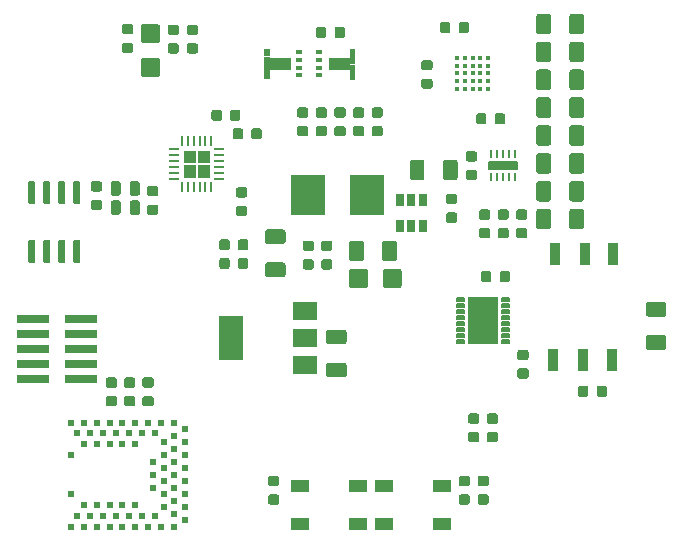
<source format=gbr>
G04 #@! TF.GenerationSoftware,KiCad,Pcbnew,(5.1.5-0-10_14)*
G04 #@! TF.CreationDate,2020-05-29T17:41:24-04:00*
G04 #@! TF.ProjectId,PD_PowerSupply,50445f50-6f77-4657-9253-7570706c792e,rev?*
G04 #@! TF.SameCoordinates,Original*
G04 #@! TF.FileFunction,Paste,Top*
G04 #@! TF.FilePolarity,Positive*
%FSLAX46Y46*%
G04 Gerber Fmt 4.6, Leading zero omitted, Abs format (unit mm)*
G04 Created by KiCad (PCBNEW (5.1.5-0-10_14)) date 2020-05-29 17:41:24*
%MOMM*%
%LPD*%
G04 APERTURE LIST*
%ADD10C,0.152400*%
%ADD11C,0.010000*%
%ADD12C,0.100000*%
%ADD13R,0.965200X1.930400*%
%ADD14R,0.500000X0.500000*%
%ADD15R,1.500000X1.000000*%
%ADD16R,2.000000X1.500000*%
%ADD17R,2.000000X3.800000*%
%ADD18R,3.000000X3.500000*%
%ADD19R,2.600000X4.000000*%
%ADD20R,0.600000X0.250000*%
%ADD21R,2.390000X0.640000*%
%ADD22R,0.250000X0.704800*%
%ADD23C,0.370000*%
%ADD24R,0.650000X1.060000*%
%ADD25R,2.790000X0.740000*%
%ADD26R,0.840000X0.260000*%
%ADD27R,0.260000X0.840000*%
%ADD28R,0.550000X0.400000*%
G04 APERTURE END LIST*
D10*
X151981200Y-100105734D02*
X153081200Y-100105734D01*
X151981200Y-98972400D02*
X151981200Y-100105734D01*
X153081200Y-98972400D02*
X151981200Y-98972400D01*
X153081200Y-100105734D02*
X153081200Y-98972400D01*
X151981200Y-101439067D02*
X153081200Y-101439067D01*
X151981200Y-100305733D02*
X151981200Y-101439067D01*
X153081200Y-100305733D02*
X151981200Y-100305733D01*
X153081200Y-101439067D02*
X153081200Y-100305733D01*
X151981200Y-102772400D02*
X153081200Y-102772400D01*
X151981200Y-101639066D02*
X151981200Y-102772400D01*
X153081200Y-101639066D02*
X151981200Y-101639066D01*
X153081200Y-102772400D02*
X153081200Y-101639066D01*
X153281200Y-100105734D02*
X154381200Y-100105734D01*
X153281200Y-98972400D02*
X153281200Y-100105734D01*
X154381200Y-98972400D02*
X153281200Y-98972400D01*
X154381200Y-100105734D02*
X154381200Y-98972400D01*
X153281200Y-101439067D02*
X154381200Y-101439067D01*
X153281200Y-100305733D02*
X153281200Y-101439067D01*
X154381200Y-100305733D02*
X153281200Y-100305733D01*
X154381200Y-101439067D02*
X154381200Y-100305733D01*
X153281200Y-102772400D02*
X154381200Y-102772400D01*
X153281200Y-101639066D02*
X153281200Y-102772400D01*
X154381200Y-101639066D02*
X153281200Y-101639066D01*
X154381200Y-102772400D02*
X154381200Y-101639066D01*
X150981199Y-102747400D02*
X151581201Y-102747400D01*
X150981199Y-102497401D02*
X150981199Y-102747400D01*
X151581201Y-102497401D02*
X150981199Y-102497401D01*
X151581201Y-102747400D02*
X151581201Y-102497401D01*
X150981199Y-102247399D02*
X151581201Y-102247399D01*
X150981199Y-101997399D02*
X150981199Y-102247399D01*
X151581201Y-101997399D02*
X150981199Y-101997399D01*
X151581201Y-102247399D02*
X151581201Y-101997399D01*
X150981199Y-101747400D02*
X151581201Y-101747400D01*
X150981199Y-101497400D02*
X150981199Y-101747400D01*
X151581201Y-101497400D02*
X150981199Y-101497400D01*
X151581201Y-101747400D02*
X151581201Y-101497400D01*
X150981199Y-101247401D02*
X151581201Y-101247401D01*
X150981199Y-100997398D02*
X150981199Y-101247401D01*
X151581201Y-100997398D02*
X150981199Y-100997398D01*
X151581201Y-101247401D02*
X151581201Y-100997398D01*
X150981199Y-100747399D02*
X151581201Y-100747399D01*
X150981199Y-100497399D02*
X150981199Y-100747399D01*
X151581201Y-100497399D02*
X150981199Y-100497399D01*
X151581201Y-100747399D02*
X151581201Y-100497399D01*
X150981199Y-100247400D02*
X151581201Y-100247400D01*
X150981199Y-99997400D02*
X150981199Y-100247400D01*
X151581201Y-99997400D02*
X150981199Y-99997400D01*
X151581201Y-100247400D02*
X151581201Y-99997400D01*
X150981199Y-99747398D02*
X151581201Y-99747398D01*
X150981199Y-99497399D02*
X150981199Y-99747398D01*
X151581201Y-99497399D02*
X150981199Y-99497399D01*
X151581201Y-99747398D02*
X151581201Y-99497399D01*
X150981199Y-99247399D02*
X151581201Y-99247399D01*
X150981199Y-98997400D02*
X150981199Y-99247399D01*
X151581201Y-98997400D02*
X150981199Y-98997400D01*
X151581201Y-99247399D02*
X151581201Y-98997400D01*
X154781199Y-99247399D02*
X155381201Y-99247399D01*
X154781199Y-98997400D02*
X154781199Y-99247399D01*
X155381201Y-98997400D02*
X154781199Y-98997400D01*
X155381201Y-99247399D02*
X155381201Y-98997400D01*
X154781199Y-99747401D02*
X155381201Y-99747401D01*
X154781199Y-99497401D02*
X154781199Y-99747401D01*
X155381201Y-99497401D02*
X154781199Y-99497401D01*
X155381201Y-99747401D02*
X155381201Y-99497401D01*
X154781199Y-100247400D02*
X155381201Y-100247400D01*
X154781199Y-99997400D02*
X154781199Y-100247400D01*
X155381201Y-99997400D02*
X154781199Y-99997400D01*
X155381201Y-100247400D02*
X155381201Y-99997400D01*
X154781199Y-100747399D02*
X155381201Y-100747399D01*
X154781199Y-100497399D02*
X154781199Y-100747399D01*
X155381201Y-100497399D02*
X154781199Y-100497399D01*
X155381201Y-100747399D02*
X155381201Y-100497399D01*
X154781199Y-101247401D02*
X155381201Y-101247401D01*
X154781199Y-100997401D02*
X154781199Y-101247401D01*
X155381201Y-100997401D02*
X154781199Y-100997401D01*
X155381201Y-101247401D02*
X155381201Y-100997401D01*
X154781199Y-101747400D02*
X155381201Y-101747400D01*
X154781199Y-101497400D02*
X154781199Y-101747400D01*
X155381201Y-101497400D02*
X154781199Y-101497400D01*
X155381201Y-101747400D02*
X155381201Y-101497400D01*
X154781199Y-102247401D02*
X155381201Y-102247401D01*
X154781199Y-101997399D02*
X154781199Y-102247401D01*
X155381201Y-101997399D02*
X154781199Y-101997399D01*
X155381201Y-102247401D02*
X155381201Y-101997399D01*
X154781199Y-102747400D02*
X155381201Y-102747400D01*
X154781199Y-102497401D02*
X154781199Y-102747400D01*
X155381201Y-102497401D02*
X154781199Y-102497401D01*
X155381201Y-102747400D02*
X155381201Y-102497401D01*
X156107400Y-88075345D02*
X156107400Y-87435345D01*
X153717400Y-88075345D02*
X156107400Y-88075345D01*
X153717400Y-87435345D02*
X153717400Y-88075345D01*
X156107400Y-87435345D02*
X153717400Y-87435345D01*
D11*
G36*
X129079600Y-87743600D02*
G01*
X130039600Y-87743600D01*
X130039600Y-88703600D01*
X129079600Y-88703600D01*
X129079600Y-87743600D01*
G37*
X129079600Y-87743600D02*
X130039600Y-87743600D01*
X130039600Y-88703600D01*
X129079600Y-88703600D01*
X129079600Y-87743600D01*
G36*
X127859600Y-87743600D02*
G01*
X128819600Y-87743600D01*
X128819600Y-88703600D01*
X127859600Y-88703600D01*
X127859600Y-87743600D01*
G37*
X127859600Y-87743600D02*
X128819600Y-87743600D01*
X128819600Y-88703600D01*
X127859600Y-88703600D01*
X127859600Y-87743600D01*
G36*
X127859600Y-86523600D02*
G01*
X128819600Y-86523600D01*
X128819600Y-87483600D01*
X127859600Y-87483600D01*
X127859600Y-86523600D01*
G37*
X127859600Y-86523600D02*
X128819600Y-86523600D01*
X128819600Y-87483600D01*
X127859600Y-87483600D01*
X127859600Y-86523600D01*
G36*
X129079600Y-86523600D02*
G01*
X130039600Y-86523600D01*
X130039600Y-87483600D01*
X129079600Y-87483600D01*
X129079600Y-86523600D01*
G37*
X129079600Y-86523600D02*
X130039600Y-86523600D01*
X130039600Y-87483600D01*
X129079600Y-87483600D01*
X129079600Y-86523600D01*
G36*
X141909800Y-79855400D02*
G01*
X142309800Y-79855400D01*
X142309800Y-80405400D01*
X141909800Y-80405400D01*
X141909800Y-79855400D01*
G37*
X141909800Y-79855400D02*
X142309800Y-79855400D01*
X142309800Y-80405400D01*
X141909800Y-80405400D01*
X141909800Y-79855400D01*
G36*
X141909800Y-79205400D02*
G01*
X142309800Y-79205400D01*
X142309800Y-79755400D01*
X141909800Y-79755400D01*
X141909800Y-79205400D01*
G37*
X141909800Y-79205400D02*
X142309800Y-79205400D01*
X142309800Y-79755400D01*
X141909800Y-79755400D01*
X141909800Y-79205400D01*
G36*
X141909800Y-78555400D02*
G01*
X142309800Y-78555400D01*
X142309800Y-79105400D01*
X141909800Y-79105400D01*
X141909800Y-78555400D01*
G37*
X141909800Y-78555400D02*
X142309800Y-78555400D01*
X142309800Y-79105400D01*
X141909800Y-79105400D01*
X141909800Y-78555400D01*
G36*
X141909800Y-77905400D02*
G01*
X142309800Y-77905400D01*
X142309800Y-78455400D01*
X141909800Y-78455400D01*
X141909800Y-77905400D01*
G37*
X141909800Y-77905400D02*
X142309800Y-77905400D01*
X142309800Y-78455400D01*
X141909800Y-78455400D01*
X141909800Y-77905400D01*
G36*
X140119800Y-78690400D02*
G01*
X141859800Y-78690400D01*
X141859800Y-79620400D01*
X140119800Y-79620400D01*
X140119800Y-78690400D01*
G37*
X140119800Y-78690400D02*
X141859800Y-78690400D01*
X141859800Y-79620400D01*
X140119800Y-79620400D01*
X140119800Y-78690400D01*
G36*
X135040000Y-78430000D02*
G01*
X134640000Y-78430000D01*
X134640000Y-77880000D01*
X135040000Y-77880000D01*
X135040000Y-78430000D01*
G37*
X135040000Y-78430000D02*
X134640000Y-78430000D01*
X134640000Y-77880000D01*
X135040000Y-77880000D01*
X135040000Y-78430000D01*
G36*
X135040000Y-79080000D02*
G01*
X134640000Y-79080000D01*
X134640000Y-78530000D01*
X135040000Y-78530000D01*
X135040000Y-79080000D01*
G37*
X135040000Y-79080000D02*
X134640000Y-79080000D01*
X134640000Y-78530000D01*
X135040000Y-78530000D01*
X135040000Y-79080000D01*
G36*
X135040000Y-79730000D02*
G01*
X134640000Y-79730000D01*
X134640000Y-79180000D01*
X135040000Y-79180000D01*
X135040000Y-79730000D01*
G37*
X135040000Y-79730000D02*
X134640000Y-79730000D01*
X134640000Y-79180000D01*
X135040000Y-79180000D01*
X135040000Y-79730000D01*
G36*
X135040000Y-80380000D02*
G01*
X134640000Y-80380000D01*
X134640000Y-79830000D01*
X135040000Y-79830000D01*
X135040000Y-80380000D01*
G37*
X135040000Y-80380000D02*
X134640000Y-80380000D01*
X134640000Y-79830000D01*
X135040000Y-79830000D01*
X135040000Y-80380000D01*
G36*
X136830000Y-79595000D02*
G01*
X135090000Y-79595000D01*
X135090000Y-78665000D01*
X136830000Y-78665000D01*
X136830000Y-79595000D01*
G37*
X136830000Y-79595000D02*
X135090000Y-79595000D01*
X135090000Y-78665000D01*
X136830000Y-78665000D01*
X136830000Y-79595000D01*
D12*
G36*
X122324929Y-90710223D02*
G01*
X122345557Y-90713283D01*
X122365785Y-90718350D01*
X122385420Y-90725376D01*
X122404272Y-90734292D01*
X122422159Y-90745013D01*
X122438909Y-90757435D01*
X122454360Y-90771440D01*
X122468365Y-90786891D01*
X122480787Y-90803641D01*
X122491508Y-90821528D01*
X122500424Y-90840380D01*
X122507450Y-90860015D01*
X122512517Y-90880243D01*
X122515577Y-90900871D01*
X122516600Y-90921700D01*
X122516600Y-91721700D01*
X122515577Y-91742529D01*
X122512517Y-91763157D01*
X122507450Y-91783385D01*
X122500424Y-91803020D01*
X122491508Y-91821872D01*
X122480787Y-91839759D01*
X122468365Y-91856509D01*
X122454360Y-91871960D01*
X122438909Y-91885965D01*
X122422159Y-91898387D01*
X122404272Y-91909108D01*
X122385420Y-91918024D01*
X122365785Y-91925050D01*
X122345557Y-91930117D01*
X122324929Y-91933177D01*
X122304100Y-91934200D01*
X121879100Y-91934200D01*
X121858271Y-91933177D01*
X121837643Y-91930117D01*
X121817415Y-91925050D01*
X121797780Y-91918024D01*
X121778928Y-91909108D01*
X121761041Y-91898387D01*
X121744291Y-91885965D01*
X121728840Y-91871960D01*
X121714835Y-91856509D01*
X121702413Y-91839759D01*
X121691692Y-91821872D01*
X121682776Y-91803020D01*
X121675750Y-91783385D01*
X121670683Y-91763157D01*
X121667623Y-91742529D01*
X121666600Y-91721700D01*
X121666600Y-90921700D01*
X121667623Y-90900871D01*
X121670683Y-90880243D01*
X121675750Y-90860015D01*
X121682776Y-90840380D01*
X121691692Y-90821528D01*
X121702413Y-90803641D01*
X121714835Y-90786891D01*
X121728840Y-90771440D01*
X121744291Y-90757435D01*
X121761041Y-90745013D01*
X121778928Y-90734292D01*
X121797780Y-90725376D01*
X121817415Y-90718350D01*
X121837643Y-90713283D01*
X121858271Y-90710223D01*
X121879100Y-90709200D01*
X122304100Y-90709200D01*
X122324929Y-90710223D01*
G37*
G36*
X122324929Y-89085223D02*
G01*
X122345557Y-89088283D01*
X122365785Y-89093350D01*
X122385420Y-89100376D01*
X122404272Y-89109292D01*
X122422159Y-89120013D01*
X122438909Y-89132435D01*
X122454360Y-89146440D01*
X122468365Y-89161891D01*
X122480787Y-89178641D01*
X122491508Y-89196528D01*
X122500424Y-89215380D01*
X122507450Y-89235015D01*
X122512517Y-89255243D01*
X122515577Y-89275871D01*
X122516600Y-89296700D01*
X122516600Y-90096700D01*
X122515577Y-90117529D01*
X122512517Y-90138157D01*
X122507450Y-90158385D01*
X122500424Y-90178020D01*
X122491508Y-90196872D01*
X122480787Y-90214759D01*
X122468365Y-90231509D01*
X122454360Y-90246960D01*
X122438909Y-90260965D01*
X122422159Y-90273387D01*
X122404272Y-90284108D01*
X122385420Y-90293024D01*
X122365785Y-90300050D01*
X122345557Y-90305117D01*
X122324929Y-90308177D01*
X122304100Y-90309200D01*
X121879100Y-90309200D01*
X121858271Y-90308177D01*
X121837643Y-90305117D01*
X121817415Y-90300050D01*
X121797780Y-90293024D01*
X121778928Y-90284108D01*
X121761041Y-90273387D01*
X121744291Y-90260965D01*
X121728840Y-90246960D01*
X121714835Y-90231509D01*
X121702413Y-90214759D01*
X121691692Y-90196872D01*
X121682776Y-90178020D01*
X121675750Y-90158385D01*
X121670683Y-90138157D01*
X121667623Y-90117529D01*
X121666600Y-90096700D01*
X121666600Y-89296700D01*
X121667623Y-89275871D01*
X121670683Y-89255243D01*
X121675750Y-89235015D01*
X121682776Y-89215380D01*
X121691692Y-89196528D01*
X121702413Y-89178641D01*
X121714835Y-89161891D01*
X121728840Y-89146440D01*
X121744291Y-89132435D01*
X121761041Y-89120013D01*
X121778928Y-89109292D01*
X121797780Y-89100376D01*
X121817415Y-89093350D01*
X121837643Y-89088283D01*
X121858271Y-89085223D01*
X121879100Y-89084200D01*
X122304100Y-89084200D01*
X122324929Y-89085223D01*
G37*
D13*
X161690200Y-104225200D03*
X159150200Y-104225200D03*
X164103200Y-104225200D03*
X161817200Y-95208200D03*
X159277200Y-95208200D03*
X164230200Y-95208200D03*
D14*
X127976400Y-110078000D03*
X127976400Y-111178000D03*
X127976400Y-112278000D03*
X127976400Y-113378000D03*
X127976400Y-114478000D03*
X127976400Y-115578000D03*
X127976400Y-116678000D03*
X127976400Y-117778000D03*
X119376400Y-111328000D03*
X120476400Y-111328000D03*
X121576400Y-111328000D03*
X122676400Y-111328000D03*
X123776400Y-111328000D03*
X125276400Y-112828000D03*
X125276400Y-113928000D03*
X125276400Y-115028000D03*
X123776400Y-116528000D03*
X122676400Y-116528000D03*
X121576400Y-116528000D03*
X120476400Y-116528000D03*
X119376400Y-116528000D03*
X118276400Y-115578000D03*
X118276400Y-112278000D03*
X118276400Y-109528000D03*
X118826400Y-110428000D03*
X119376400Y-109528000D03*
X119926400Y-110428000D03*
X120476400Y-109528000D03*
X121026400Y-110428000D03*
X121576400Y-109528000D03*
X122126400Y-110428000D03*
X122676400Y-109528000D03*
X123226400Y-110428000D03*
X123776400Y-109528000D03*
X124326400Y-110428000D03*
X124876400Y-109528000D03*
X125426400Y-110428000D03*
X125976400Y-109528000D03*
X127076400Y-109528000D03*
X127076400Y-110628000D03*
X126176400Y-111178000D03*
X127076400Y-111728000D03*
X126176400Y-112278000D03*
X127076400Y-112828000D03*
X126176400Y-113378000D03*
X127076400Y-113928000D03*
X126176400Y-114478000D03*
X127076400Y-115028000D03*
X126176400Y-115578000D03*
X127076400Y-116128000D03*
X126176400Y-116678000D03*
X127076400Y-117228000D03*
X127076400Y-118328000D03*
X125976400Y-118328000D03*
X125426400Y-117428000D03*
X124876400Y-118328000D03*
X124326400Y-117428000D03*
X123776400Y-118328000D03*
X123226400Y-117428000D03*
X122676400Y-118328000D03*
X122126400Y-117428000D03*
X121576400Y-118328000D03*
X121026400Y-117428000D03*
X120476400Y-118328000D03*
X119926400Y-117428000D03*
X119376400Y-118328000D03*
X118826400Y-117428000D03*
X118276400Y-118328000D03*
D15*
X144787600Y-114918800D03*
X144787600Y-118118800D03*
X149687600Y-114918800D03*
X149687600Y-118118800D03*
D12*
G36*
X156862491Y-104931853D02*
G01*
X156883726Y-104935003D01*
X156904550Y-104940219D01*
X156924762Y-104947451D01*
X156944168Y-104956630D01*
X156962581Y-104967666D01*
X156979824Y-104980454D01*
X156995730Y-104994870D01*
X157010146Y-105010776D01*
X157022934Y-105028019D01*
X157033970Y-105046432D01*
X157043149Y-105065838D01*
X157050381Y-105086050D01*
X157055597Y-105106874D01*
X157058747Y-105128109D01*
X157059800Y-105149550D01*
X157059800Y-105587050D01*
X157058747Y-105608491D01*
X157055597Y-105629726D01*
X157050381Y-105650550D01*
X157043149Y-105670762D01*
X157033970Y-105690168D01*
X157022934Y-105708581D01*
X157010146Y-105725824D01*
X156995730Y-105741730D01*
X156979824Y-105756146D01*
X156962581Y-105768934D01*
X156944168Y-105779970D01*
X156924762Y-105789149D01*
X156904550Y-105796381D01*
X156883726Y-105801597D01*
X156862491Y-105804747D01*
X156841050Y-105805800D01*
X156328550Y-105805800D01*
X156307109Y-105804747D01*
X156285874Y-105801597D01*
X156265050Y-105796381D01*
X156244838Y-105789149D01*
X156225432Y-105779970D01*
X156207019Y-105768934D01*
X156189776Y-105756146D01*
X156173870Y-105741730D01*
X156159454Y-105725824D01*
X156146666Y-105708581D01*
X156135630Y-105690168D01*
X156126451Y-105670762D01*
X156119219Y-105650550D01*
X156114003Y-105629726D01*
X156110853Y-105608491D01*
X156109800Y-105587050D01*
X156109800Y-105149550D01*
X156110853Y-105128109D01*
X156114003Y-105106874D01*
X156119219Y-105086050D01*
X156126451Y-105065838D01*
X156135630Y-105046432D01*
X156146666Y-105028019D01*
X156159454Y-105010776D01*
X156173870Y-104994870D01*
X156189776Y-104980454D01*
X156207019Y-104967666D01*
X156225432Y-104956630D01*
X156244838Y-104947451D01*
X156265050Y-104940219D01*
X156285874Y-104935003D01*
X156307109Y-104931853D01*
X156328550Y-104930800D01*
X156841050Y-104930800D01*
X156862491Y-104931853D01*
G37*
G36*
X156862491Y-103356853D02*
G01*
X156883726Y-103360003D01*
X156904550Y-103365219D01*
X156924762Y-103372451D01*
X156944168Y-103381630D01*
X156962581Y-103392666D01*
X156979824Y-103405454D01*
X156995730Y-103419870D01*
X157010146Y-103435776D01*
X157022934Y-103453019D01*
X157033970Y-103471432D01*
X157043149Y-103490838D01*
X157050381Y-103511050D01*
X157055597Y-103531874D01*
X157058747Y-103553109D01*
X157059800Y-103574550D01*
X157059800Y-104012050D01*
X157058747Y-104033491D01*
X157055597Y-104054726D01*
X157050381Y-104075550D01*
X157043149Y-104095762D01*
X157033970Y-104115168D01*
X157022934Y-104133581D01*
X157010146Y-104150824D01*
X156995730Y-104166730D01*
X156979824Y-104181146D01*
X156962581Y-104193934D01*
X156944168Y-104204970D01*
X156924762Y-104214149D01*
X156904550Y-104221381D01*
X156883726Y-104226597D01*
X156862491Y-104229747D01*
X156841050Y-104230800D01*
X156328550Y-104230800D01*
X156307109Y-104229747D01*
X156285874Y-104226597D01*
X156265050Y-104221381D01*
X156244838Y-104214149D01*
X156225432Y-104204970D01*
X156207019Y-104193934D01*
X156189776Y-104181146D01*
X156173870Y-104166730D01*
X156159454Y-104150824D01*
X156146666Y-104133581D01*
X156135630Y-104115168D01*
X156126451Y-104095762D01*
X156119219Y-104075550D01*
X156114003Y-104054726D01*
X156110853Y-104033491D01*
X156109800Y-104012050D01*
X156109800Y-103574550D01*
X156110853Y-103553109D01*
X156114003Y-103531874D01*
X156119219Y-103511050D01*
X156126451Y-103490838D01*
X156135630Y-103471432D01*
X156146666Y-103453019D01*
X156159454Y-103435776D01*
X156173870Y-103419870D01*
X156189776Y-103405454D01*
X156207019Y-103392666D01*
X156225432Y-103381630D01*
X156244838Y-103372451D01*
X156265050Y-103365219D01*
X156285874Y-103360003D01*
X156307109Y-103356853D01*
X156328550Y-103355800D01*
X156841050Y-103355800D01*
X156862491Y-103356853D01*
G37*
G36*
X123950529Y-90710223D02*
G01*
X123971157Y-90713283D01*
X123991385Y-90718350D01*
X124011020Y-90725376D01*
X124029872Y-90734292D01*
X124047759Y-90745013D01*
X124064509Y-90757435D01*
X124079960Y-90771440D01*
X124093965Y-90786891D01*
X124106387Y-90803641D01*
X124117108Y-90821528D01*
X124126024Y-90840380D01*
X124133050Y-90860015D01*
X124138117Y-90880243D01*
X124141177Y-90900871D01*
X124142200Y-90921700D01*
X124142200Y-91721700D01*
X124141177Y-91742529D01*
X124138117Y-91763157D01*
X124133050Y-91783385D01*
X124126024Y-91803020D01*
X124117108Y-91821872D01*
X124106387Y-91839759D01*
X124093965Y-91856509D01*
X124079960Y-91871960D01*
X124064509Y-91885965D01*
X124047759Y-91898387D01*
X124029872Y-91909108D01*
X124011020Y-91918024D01*
X123991385Y-91925050D01*
X123971157Y-91930117D01*
X123950529Y-91933177D01*
X123929700Y-91934200D01*
X123504700Y-91934200D01*
X123483871Y-91933177D01*
X123463243Y-91930117D01*
X123443015Y-91925050D01*
X123423380Y-91918024D01*
X123404528Y-91909108D01*
X123386641Y-91898387D01*
X123369891Y-91885965D01*
X123354440Y-91871960D01*
X123340435Y-91856509D01*
X123328013Y-91839759D01*
X123317292Y-91821872D01*
X123308376Y-91803020D01*
X123301350Y-91783385D01*
X123296283Y-91763157D01*
X123293223Y-91742529D01*
X123292200Y-91721700D01*
X123292200Y-90921700D01*
X123293223Y-90900871D01*
X123296283Y-90880243D01*
X123301350Y-90860015D01*
X123308376Y-90840380D01*
X123317292Y-90821528D01*
X123328013Y-90803641D01*
X123340435Y-90786891D01*
X123354440Y-90771440D01*
X123369891Y-90757435D01*
X123386641Y-90745013D01*
X123404528Y-90734292D01*
X123423380Y-90725376D01*
X123443015Y-90718350D01*
X123463243Y-90713283D01*
X123483871Y-90710223D01*
X123504700Y-90709200D01*
X123929700Y-90709200D01*
X123950529Y-90710223D01*
G37*
G36*
X123950529Y-89085223D02*
G01*
X123971157Y-89088283D01*
X123991385Y-89093350D01*
X124011020Y-89100376D01*
X124029872Y-89109292D01*
X124047759Y-89120013D01*
X124064509Y-89132435D01*
X124079960Y-89146440D01*
X124093965Y-89161891D01*
X124106387Y-89178641D01*
X124117108Y-89196528D01*
X124126024Y-89215380D01*
X124133050Y-89235015D01*
X124138117Y-89255243D01*
X124141177Y-89275871D01*
X124142200Y-89296700D01*
X124142200Y-90096700D01*
X124141177Y-90117529D01*
X124138117Y-90138157D01*
X124133050Y-90158385D01*
X124126024Y-90178020D01*
X124117108Y-90196872D01*
X124106387Y-90214759D01*
X124093965Y-90231509D01*
X124079960Y-90246960D01*
X124064509Y-90260965D01*
X124047759Y-90273387D01*
X124029872Y-90284108D01*
X124011020Y-90293024D01*
X123991385Y-90300050D01*
X123971157Y-90305117D01*
X123950529Y-90308177D01*
X123929700Y-90309200D01*
X123504700Y-90309200D01*
X123483871Y-90308177D01*
X123463243Y-90305117D01*
X123443015Y-90300050D01*
X123423380Y-90293024D01*
X123404528Y-90284108D01*
X123386641Y-90273387D01*
X123369891Y-90260965D01*
X123354440Y-90246960D01*
X123340435Y-90231509D01*
X123328013Y-90214759D01*
X123317292Y-90196872D01*
X123308376Y-90178020D01*
X123301350Y-90158385D01*
X123296283Y-90138157D01*
X123293223Y-90117529D01*
X123292200Y-90096700D01*
X123292200Y-89296700D01*
X123293223Y-89275871D01*
X123296283Y-89255243D01*
X123301350Y-89235015D01*
X123308376Y-89215380D01*
X123317292Y-89196528D01*
X123328013Y-89178641D01*
X123340435Y-89161891D01*
X123354440Y-89146440D01*
X123369891Y-89132435D01*
X123386641Y-89120013D01*
X123404528Y-89109292D01*
X123423380Y-89100376D01*
X123443015Y-89093350D01*
X123463243Y-89088283D01*
X123483871Y-89085223D01*
X123504700Y-89084200D01*
X123929700Y-89084200D01*
X123950529Y-89085223D01*
G37*
D15*
X137675600Y-114918800D03*
X137675600Y-118118800D03*
X142575600Y-114918800D03*
X142575600Y-118118800D03*
D12*
G36*
X153488891Y-115586653D02*
G01*
X153510126Y-115589803D01*
X153530950Y-115595019D01*
X153551162Y-115602251D01*
X153570568Y-115611430D01*
X153588981Y-115622466D01*
X153606224Y-115635254D01*
X153622130Y-115649670D01*
X153636546Y-115665576D01*
X153649334Y-115682819D01*
X153660370Y-115701232D01*
X153669549Y-115720638D01*
X153676781Y-115740850D01*
X153681997Y-115761674D01*
X153685147Y-115782909D01*
X153686200Y-115804350D01*
X153686200Y-116241850D01*
X153685147Y-116263291D01*
X153681997Y-116284526D01*
X153676781Y-116305350D01*
X153669549Y-116325562D01*
X153660370Y-116344968D01*
X153649334Y-116363381D01*
X153636546Y-116380624D01*
X153622130Y-116396530D01*
X153606224Y-116410946D01*
X153588981Y-116423734D01*
X153570568Y-116434770D01*
X153551162Y-116443949D01*
X153530950Y-116451181D01*
X153510126Y-116456397D01*
X153488891Y-116459547D01*
X153467450Y-116460600D01*
X152954950Y-116460600D01*
X152933509Y-116459547D01*
X152912274Y-116456397D01*
X152891450Y-116451181D01*
X152871238Y-116443949D01*
X152851832Y-116434770D01*
X152833419Y-116423734D01*
X152816176Y-116410946D01*
X152800270Y-116396530D01*
X152785854Y-116380624D01*
X152773066Y-116363381D01*
X152762030Y-116344968D01*
X152752851Y-116325562D01*
X152745619Y-116305350D01*
X152740403Y-116284526D01*
X152737253Y-116263291D01*
X152736200Y-116241850D01*
X152736200Y-115804350D01*
X152737253Y-115782909D01*
X152740403Y-115761674D01*
X152745619Y-115740850D01*
X152752851Y-115720638D01*
X152762030Y-115701232D01*
X152773066Y-115682819D01*
X152785854Y-115665576D01*
X152800270Y-115649670D01*
X152816176Y-115635254D01*
X152833419Y-115622466D01*
X152851832Y-115611430D01*
X152871238Y-115602251D01*
X152891450Y-115595019D01*
X152912274Y-115589803D01*
X152933509Y-115586653D01*
X152954950Y-115585600D01*
X153467450Y-115585600D01*
X153488891Y-115586653D01*
G37*
G36*
X153488891Y-114011653D02*
G01*
X153510126Y-114014803D01*
X153530950Y-114020019D01*
X153551162Y-114027251D01*
X153570568Y-114036430D01*
X153588981Y-114047466D01*
X153606224Y-114060254D01*
X153622130Y-114074670D01*
X153636546Y-114090576D01*
X153649334Y-114107819D01*
X153660370Y-114126232D01*
X153669549Y-114145638D01*
X153676781Y-114165850D01*
X153681997Y-114186674D01*
X153685147Y-114207909D01*
X153686200Y-114229350D01*
X153686200Y-114666850D01*
X153685147Y-114688291D01*
X153681997Y-114709526D01*
X153676781Y-114730350D01*
X153669549Y-114750562D01*
X153660370Y-114769968D01*
X153649334Y-114788381D01*
X153636546Y-114805624D01*
X153622130Y-114821530D01*
X153606224Y-114835946D01*
X153588981Y-114848734D01*
X153570568Y-114859770D01*
X153551162Y-114868949D01*
X153530950Y-114876181D01*
X153510126Y-114881397D01*
X153488891Y-114884547D01*
X153467450Y-114885600D01*
X152954950Y-114885600D01*
X152933509Y-114884547D01*
X152912274Y-114881397D01*
X152891450Y-114876181D01*
X152871238Y-114868949D01*
X152851832Y-114859770D01*
X152833419Y-114848734D01*
X152816176Y-114835946D01*
X152800270Y-114821530D01*
X152785854Y-114805624D01*
X152773066Y-114788381D01*
X152762030Y-114769968D01*
X152752851Y-114750562D01*
X152745619Y-114730350D01*
X152740403Y-114709526D01*
X152737253Y-114688291D01*
X152736200Y-114666850D01*
X152736200Y-114229350D01*
X152737253Y-114207909D01*
X152740403Y-114186674D01*
X152745619Y-114165850D01*
X152752851Y-114145638D01*
X152762030Y-114126232D01*
X152773066Y-114107819D01*
X152785854Y-114090576D01*
X152800270Y-114074670D01*
X152816176Y-114060254D01*
X152833419Y-114047466D01*
X152851832Y-114036430D01*
X152871238Y-114027251D01*
X152891450Y-114020019D01*
X152912274Y-114014803D01*
X152933509Y-114011653D01*
X152954950Y-114010600D01*
X153467450Y-114010600D01*
X153488891Y-114011653D01*
G37*
G36*
X118979703Y-94041922D02*
G01*
X118994264Y-94044082D01*
X119008543Y-94047659D01*
X119022403Y-94052618D01*
X119035710Y-94058912D01*
X119048336Y-94066480D01*
X119060159Y-94075248D01*
X119071066Y-94085134D01*
X119080952Y-94096041D01*
X119089720Y-94107864D01*
X119097288Y-94120490D01*
X119103582Y-94133797D01*
X119108541Y-94147657D01*
X119112118Y-94161936D01*
X119114278Y-94176497D01*
X119115000Y-94191200D01*
X119115000Y-95841200D01*
X119114278Y-95855903D01*
X119112118Y-95870464D01*
X119108541Y-95884743D01*
X119103582Y-95898603D01*
X119097288Y-95911910D01*
X119089720Y-95924536D01*
X119080952Y-95936359D01*
X119071066Y-95947266D01*
X119060159Y-95957152D01*
X119048336Y-95965920D01*
X119035710Y-95973488D01*
X119022403Y-95979782D01*
X119008543Y-95984741D01*
X118994264Y-95988318D01*
X118979703Y-95990478D01*
X118965000Y-95991200D01*
X118665000Y-95991200D01*
X118650297Y-95990478D01*
X118635736Y-95988318D01*
X118621457Y-95984741D01*
X118607597Y-95979782D01*
X118594290Y-95973488D01*
X118581664Y-95965920D01*
X118569841Y-95957152D01*
X118558934Y-95947266D01*
X118549048Y-95936359D01*
X118540280Y-95924536D01*
X118532712Y-95911910D01*
X118526418Y-95898603D01*
X118521459Y-95884743D01*
X118517882Y-95870464D01*
X118515722Y-95855903D01*
X118515000Y-95841200D01*
X118515000Y-94191200D01*
X118515722Y-94176497D01*
X118517882Y-94161936D01*
X118521459Y-94147657D01*
X118526418Y-94133797D01*
X118532712Y-94120490D01*
X118540280Y-94107864D01*
X118549048Y-94096041D01*
X118558934Y-94085134D01*
X118569841Y-94075248D01*
X118581664Y-94066480D01*
X118594290Y-94058912D01*
X118607597Y-94052618D01*
X118621457Y-94047659D01*
X118635736Y-94044082D01*
X118650297Y-94041922D01*
X118665000Y-94041200D01*
X118965000Y-94041200D01*
X118979703Y-94041922D01*
G37*
G36*
X117709703Y-94041922D02*
G01*
X117724264Y-94044082D01*
X117738543Y-94047659D01*
X117752403Y-94052618D01*
X117765710Y-94058912D01*
X117778336Y-94066480D01*
X117790159Y-94075248D01*
X117801066Y-94085134D01*
X117810952Y-94096041D01*
X117819720Y-94107864D01*
X117827288Y-94120490D01*
X117833582Y-94133797D01*
X117838541Y-94147657D01*
X117842118Y-94161936D01*
X117844278Y-94176497D01*
X117845000Y-94191200D01*
X117845000Y-95841200D01*
X117844278Y-95855903D01*
X117842118Y-95870464D01*
X117838541Y-95884743D01*
X117833582Y-95898603D01*
X117827288Y-95911910D01*
X117819720Y-95924536D01*
X117810952Y-95936359D01*
X117801066Y-95947266D01*
X117790159Y-95957152D01*
X117778336Y-95965920D01*
X117765710Y-95973488D01*
X117752403Y-95979782D01*
X117738543Y-95984741D01*
X117724264Y-95988318D01*
X117709703Y-95990478D01*
X117695000Y-95991200D01*
X117395000Y-95991200D01*
X117380297Y-95990478D01*
X117365736Y-95988318D01*
X117351457Y-95984741D01*
X117337597Y-95979782D01*
X117324290Y-95973488D01*
X117311664Y-95965920D01*
X117299841Y-95957152D01*
X117288934Y-95947266D01*
X117279048Y-95936359D01*
X117270280Y-95924536D01*
X117262712Y-95911910D01*
X117256418Y-95898603D01*
X117251459Y-95884743D01*
X117247882Y-95870464D01*
X117245722Y-95855903D01*
X117245000Y-95841200D01*
X117245000Y-94191200D01*
X117245722Y-94176497D01*
X117247882Y-94161936D01*
X117251459Y-94147657D01*
X117256418Y-94133797D01*
X117262712Y-94120490D01*
X117270280Y-94107864D01*
X117279048Y-94096041D01*
X117288934Y-94085134D01*
X117299841Y-94075248D01*
X117311664Y-94066480D01*
X117324290Y-94058912D01*
X117337597Y-94052618D01*
X117351457Y-94047659D01*
X117365736Y-94044082D01*
X117380297Y-94041922D01*
X117395000Y-94041200D01*
X117695000Y-94041200D01*
X117709703Y-94041922D01*
G37*
G36*
X116439703Y-94041922D02*
G01*
X116454264Y-94044082D01*
X116468543Y-94047659D01*
X116482403Y-94052618D01*
X116495710Y-94058912D01*
X116508336Y-94066480D01*
X116520159Y-94075248D01*
X116531066Y-94085134D01*
X116540952Y-94096041D01*
X116549720Y-94107864D01*
X116557288Y-94120490D01*
X116563582Y-94133797D01*
X116568541Y-94147657D01*
X116572118Y-94161936D01*
X116574278Y-94176497D01*
X116575000Y-94191200D01*
X116575000Y-95841200D01*
X116574278Y-95855903D01*
X116572118Y-95870464D01*
X116568541Y-95884743D01*
X116563582Y-95898603D01*
X116557288Y-95911910D01*
X116549720Y-95924536D01*
X116540952Y-95936359D01*
X116531066Y-95947266D01*
X116520159Y-95957152D01*
X116508336Y-95965920D01*
X116495710Y-95973488D01*
X116482403Y-95979782D01*
X116468543Y-95984741D01*
X116454264Y-95988318D01*
X116439703Y-95990478D01*
X116425000Y-95991200D01*
X116125000Y-95991200D01*
X116110297Y-95990478D01*
X116095736Y-95988318D01*
X116081457Y-95984741D01*
X116067597Y-95979782D01*
X116054290Y-95973488D01*
X116041664Y-95965920D01*
X116029841Y-95957152D01*
X116018934Y-95947266D01*
X116009048Y-95936359D01*
X116000280Y-95924536D01*
X115992712Y-95911910D01*
X115986418Y-95898603D01*
X115981459Y-95884743D01*
X115977882Y-95870464D01*
X115975722Y-95855903D01*
X115975000Y-95841200D01*
X115975000Y-94191200D01*
X115975722Y-94176497D01*
X115977882Y-94161936D01*
X115981459Y-94147657D01*
X115986418Y-94133797D01*
X115992712Y-94120490D01*
X116000280Y-94107864D01*
X116009048Y-94096041D01*
X116018934Y-94085134D01*
X116029841Y-94075248D01*
X116041664Y-94066480D01*
X116054290Y-94058912D01*
X116067597Y-94052618D01*
X116081457Y-94047659D01*
X116095736Y-94044082D01*
X116110297Y-94041922D01*
X116125000Y-94041200D01*
X116425000Y-94041200D01*
X116439703Y-94041922D01*
G37*
G36*
X115169703Y-94041922D02*
G01*
X115184264Y-94044082D01*
X115198543Y-94047659D01*
X115212403Y-94052618D01*
X115225710Y-94058912D01*
X115238336Y-94066480D01*
X115250159Y-94075248D01*
X115261066Y-94085134D01*
X115270952Y-94096041D01*
X115279720Y-94107864D01*
X115287288Y-94120490D01*
X115293582Y-94133797D01*
X115298541Y-94147657D01*
X115302118Y-94161936D01*
X115304278Y-94176497D01*
X115305000Y-94191200D01*
X115305000Y-95841200D01*
X115304278Y-95855903D01*
X115302118Y-95870464D01*
X115298541Y-95884743D01*
X115293582Y-95898603D01*
X115287288Y-95911910D01*
X115279720Y-95924536D01*
X115270952Y-95936359D01*
X115261066Y-95947266D01*
X115250159Y-95957152D01*
X115238336Y-95965920D01*
X115225710Y-95973488D01*
X115212403Y-95979782D01*
X115198543Y-95984741D01*
X115184264Y-95988318D01*
X115169703Y-95990478D01*
X115155000Y-95991200D01*
X114855000Y-95991200D01*
X114840297Y-95990478D01*
X114825736Y-95988318D01*
X114811457Y-95984741D01*
X114797597Y-95979782D01*
X114784290Y-95973488D01*
X114771664Y-95965920D01*
X114759841Y-95957152D01*
X114748934Y-95947266D01*
X114739048Y-95936359D01*
X114730280Y-95924536D01*
X114722712Y-95911910D01*
X114716418Y-95898603D01*
X114711459Y-95884743D01*
X114707882Y-95870464D01*
X114705722Y-95855903D01*
X114705000Y-95841200D01*
X114705000Y-94191200D01*
X114705722Y-94176497D01*
X114707882Y-94161936D01*
X114711459Y-94147657D01*
X114716418Y-94133797D01*
X114722712Y-94120490D01*
X114730280Y-94107864D01*
X114739048Y-94096041D01*
X114748934Y-94085134D01*
X114759841Y-94075248D01*
X114771664Y-94066480D01*
X114784290Y-94058912D01*
X114797597Y-94052618D01*
X114811457Y-94047659D01*
X114825736Y-94044082D01*
X114840297Y-94041922D01*
X114855000Y-94041200D01*
X115155000Y-94041200D01*
X115169703Y-94041922D01*
G37*
G36*
X115169703Y-89091922D02*
G01*
X115184264Y-89094082D01*
X115198543Y-89097659D01*
X115212403Y-89102618D01*
X115225710Y-89108912D01*
X115238336Y-89116480D01*
X115250159Y-89125248D01*
X115261066Y-89135134D01*
X115270952Y-89146041D01*
X115279720Y-89157864D01*
X115287288Y-89170490D01*
X115293582Y-89183797D01*
X115298541Y-89197657D01*
X115302118Y-89211936D01*
X115304278Y-89226497D01*
X115305000Y-89241200D01*
X115305000Y-90891200D01*
X115304278Y-90905903D01*
X115302118Y-90920464D01*
X115298541Y-90934743D01*
X115293582Y-90948603D01*
X115287288Y-90961910D01*
X115279720Y-90974536D01*
X115270952Y-90986359D01*
X115261066Y-90997266D01*
X115250159Y-91007152D01*
X115238336Y-91015920D01*
X115225710Y-91023488D01*
X115212403Y-91029782D01*
X115198543Y-91034741D01*
X115184264Y-91038318D01*
X115169703Y-91040478D01*
X115155000Y-91041200D01*
X114855000Y-91041200D01*
X114840297Y-91040478D01*
X114825736Y-91038318D01*
X114811457Y-91034741D01*
X114797597Y-91029782D01*
X114784290Y-91023488D01*
X114771664Y-91015920D01*
X114759841Y-91007152D01*
X114748934Y-90997266D01*
X114739048Y-90986359D01*
X114730280Y-90974536D01*
X114722712Y-90961910D01*
X114716418Y-90948603D01*
X114711459Y-90934743D01*
X114707882Y-90920464D01*
X114705722Y-90905903D01*
X114705000Y-90891200D01*
X114705000Y-89241200D01*
X114705722Y-89226497D01*
X114707882Y-89211936D01*
X114711459Y-89197657D01*
X114716418Y-89183797D01*
X114722712Y-89170490D01*
X114730280Y-89157864D01*
X114739048Y-89146041D01*
X114748934Y-89135134D01*
X114759841Y-89125248D01*
X114771664Y-89116480D01*
X114784290Y-89108912D01*
X114797597Y-89102618D01*
X114811457Y-89097659D01*
X114825736Y-89094082D01*
X114840297Y-89091922D01*
X114855000Y-89091200D01*
X115155000Y-89091200D01*
X115169703Y-89091922D01*
G37*
G36*
X116439703Y-89091922D02*
G01*
X116454264Y-89094082D01*
X116468543Y-89097659D01*
X116482403Y-89102618D01*
X116495710Y-89108912D01*
X116508336Y-89116480D01*
X116520159Y-89125248D01*
X116531066Y-89135134D01*
X116540952Y-89146041D01*
X116549720Y-89157864D01*
X116557288Y-89170490D01*
X116563582Y-89183797D01*
X116568541Y-89197657D01*
X116572118Y-89211936D01*
X116574278Y-89226497D01*
X116575000Y-89241200D01*
X116575000Y-90891200D01*
X116574278Y-90905903D01*
X116572118Y-90920464D01*
X116568541Y-90934743D01*
X116563582Y-90948603D01*
X116557288Y-90961910D01*
X116549720Y-90974536D01*
X116540952Y-90986359D01*
X116531066Y-90997266D01*
X116520159Y-91007152D01*
X116508336Y-91015920D01*
X116495710Y-91023488D01*
X116482403Y-91029782D01*
X116468543Y-91034741D01*
X116454264Y-91038318D01*
X116439703Y-91040478D01*
X116425000Y-91041200D01*
X116125000Y-91041200D01*
X116110297Y-91040478D01*
X116095736Y-91038318D01*
X116081457Y-91034741D01*
X116067597Y-91029782D01*
X116054290Y-91023488D01*
X116041664Y-91015920D01*
X116029841Y-91007152D01*
X116018934Y-90997266D01*
X116009048Y-90986359D01*
X116000280Y-90974536D01*
X115992712Y-90961910D01*
X115986418Y-90948603D01*
X115981459Y-90934743D01*
X115977882Y-90920464D01*
X115975722Y-90905903D01*
X115975000Y-90891200D01*
X115975000Y-89241200D01*
X115975722Y-89226497D01*
X115977882Y-89211936D01*
X115981459Y-89197657D01*
X115986418Y-89183797D01*
X115992712Y-89170490D01*
X116000280Y-89157864D01*
X116009048Y-89146041D01*
X116018934Y-89135134D01*
X116029841Y-89125248D01*
X116041664Y-89116480D01*
X116054290Y-89108912D01*
X116067597Y-89102618D01*
X116081457Y-89097659D01*
X116095736Y-89094082D01*
X116110297Y-89091922D01*
X116125000Y-89091200D01*
X116425000Y-89091200D01*
X116439703Y-89091922D01*
G37*
G36*
X117709703Y-89091922D02*
G01*
X117724264Y-89094082D01*
X117738543Y-89097659D01*
X117752403Y-89102618D01*
X117765710Y-89108912D01*
X117778336Y-89116480D01*
X117790159Y-89125248D01*
X117801066Y-89135134D01*
X117810952Y-89146041D01*
X117819720Y-89157864D01*
X117827288Y-89170490D01*
X117833582Y-89183797D01*
X117838541Y-89197657D01*
X117842118Y-89211936D01*
X117844278Y-89226497D01*
X117845000Y-89241200D01*
X117845000Y-90891200D01*
X117844278Y-90905903D01*
X117842118Y-90920464D01*
X117838541Y-90934743D01*
X117833582Y-90948603D01*
X117827288Y-90961910D01*
X117819720Y-90974536D01*
X117810952Y-90986359D01*
X117801066Y-90997266D01*
X117790159Y-91007152D01*
X117778336Y-91015920D01*
X117765710Y-91023488D01*
X117752403Y-91029782D01*
X117738543Y-91034741D01*
X117724264Y-91038318D01*
X117709703Y-91040478D01*
X117695000Y-91041200D01*
X117395000Y-91041200D01*
X117380297Y-91040478D01*
X117365736Y-91038318D01*
X117351457Y-91034741D01*
X117337597Y-91029782D01*
X117324290Y-91023488D01*
X117311664Y-91015920D01*
X117299841Y-91007152D01*
X117288934Y-90997266D01*
X117279048Y-90986359D01*
X117270280Y-90974536D01*
X117262712Y-90961910D01*
X117256418Y-90948603D01*
X117251459Y-90934743D01*
X117247882Y-90920464D01*
X117245722Y-90905903D01*
X117245000Y-90891200D01*
X117245000Y-89241200D01*
X117245722Y-89226497D01*
X117247882Y-89211936D01*
X117251459Y-89197657D01*
X117256418Y-89183797D01*
X117262712Y-89170490D01*
X117270280Y-89157864D01*
X117279048Y-89146041D01*
X117288934Y-89135134D01*
X117299841Y-89125248D01*
X117311664Y-89116480D01*
X117324290Y-89108912D01*
X117337597Y-89102618D01*
X117351457Y-89097659D01*
X117365736Y-89094082D01*
X117380297Y-89091922D01*
X117395000Y-89091200D01*
X117695000Y-89091200D01*
X117709703Y-89091922D01*
G37*
G36*
X118979703Y-89091922D02*
G01*
X118994264Y-89094082D01*
X119008543Y-89097659D01*
X119022403Y-89102618D01*
X119035710Y-89108912D01*
X119048336Y-89116480D01*
X119060159Y-89125248D01*
X119071066Y-89135134D01*
X119080952Y-89146041D01*
X119089720Y-89157864D01*
X119097288Y-89170490D01*
X119103582Y-89183797D01*
X119108541Y-89197657D01*
X119112118Y-89211936D01*
X119114278Y-89226497D01*
X119115000Y-89241200D01*
X119115000Y-90891200D01*
X119114278Y-90905903D01*
X119112118Y-90920464D01*
X119108541Y-90934743D01*
X119103582Y-90948603D01*
X119097288Y-90961910D01*
X119089720Y-90974536D01*
X119080952Y-90986359D01*
X119071066Y-90997266D01*
X119060159Y-91007152D01*
X119048336Y-91015920D01*
X119035710Y-91023488D01*
X119022403Y-91029782D01*
X119008543Y-91034741D01*
X118994264Y-91038318D01*
X118979703Y-91040478D01*
X118965000Y-91041200D01*
X118665000Y-91041200D01*
X118650297Y-91040478D01*
X118635736Y-91038318D01*
X118621457Y-91034741D01*
X118607597Y-91029782D01*
X118594290Y-91023488D01*
X118581664Y-91015920D01*
X118569841Y-91007152D01*
X118558934Y-90997266D01*
X118549048Y-90986359D01*
X118540280Y-90974536D01*
X118532712Y-90961910D01*
X118526418Y-90948603D01*
X118521459Y-90934743D01*
X118517882Y-90920464D01*
X118515722Y-90905903D01*
X118515000Y-90891200D01*
X118515000Y-89241200D01*
X118515722Y-89226497D01*
X118517882Y-89211936D01*
X118521459Y-89197657D01*
X118526418Y-89183797D01*
X118532712Y-89170490D01*
X118540280Y-89157864D01*
X118549048Y-89146041D01*
X118558934Y-89135134D01*
X118569841Y-89125248D01*
X118581664Y-89116480D01*
X118594290Y-89108912D01*
X118607597Y-89102618D01*
X118621457Y-89097659D01*
X118635736Y-89094082D01*
X118650297Y-89091922D01*
X118665000Y-89091200D01*
X118965000Y-89091200D01*
X118979703Y-89091922D01*
G37*
G36*
X120743691Y-90657053D02*
G01*
X120764926Y-90660203D01*
X120785750Y-90665419D01*
X120805962Y-90672651D01*
X120825368Y-90681830D01*
X120843781Y-90692866D01*
X120861024Y-90705654D01*
X120876930Y-90720070D01*
X120891346Y-90735976D01*
X120904134Y-90753219D01*
X120915170Y-90771632D01*
X120924349Y-90791038D01*
X120931581Y-90811250D01*
X120936797Y-90832074D01*
X120939947Y-90853309D01*
X120941000Y-90874750D01*
X120941000Y-91312250D01*
X120939947Y-91333691D01*
X120936797Y-91354926D01*
X120931581Y-91375750D01*
X120924349Y-91395962D01*
X120915170Y-91415368D01*
X120904134Y-91433781D01*
X120891346Y-91451024D01*
X120876930Y-91466930D01*
X120861024Y-91481346D01*
X120843781Y-91494134D01*
X120825368Y-91505170D01*
X120805962Y-91514349D01*
X120785750Y-91521581D01*
X120764926Y-91526797D01*
X120743691Y-91529947D01*
X120722250Y-91531000D01*
X120209750Y-91531000D01*
X120188309Y-91529947D01*
X120167074Y-91526797D01*
X120146250Y-91521581D01*
X120126038Y-91514349D01*
X120106632Y-91505170D01*
X120088219Y-91494134D01*
X120070976Y-91481346D01*
X120055070Y-91466930D01*
X120040654Y-91451024D01*
X120027866Y-91433781D01*
X120016830Y-91415368D01*
X120007651Y-91395962D01*
X120000419Y-91375750D01*
X119995203Y-91354926D01*
X119992053Y-91333691D01*
X119991000Y-91312250D01*
X119991000Y-90874750D01*
X119992053Y-90853309D01*
X119995203Y-90832074D01*
X120000419Y-90811250D01*
X120007651Y-90791038D01*
X120016830Y-90771632D01*
X120027866Y-90753219D01*
X120040654Y-90735976D01*
X120055070Y-90720070D01*
X120070976Y-90705654D01*
X120088219Y-90692866D01*
X120106632Y-90681830D01*
X120126038Y-90672651D01*
X120146250Y-90665419D01*
X120167074Y-90660203D01*
X120188309Y-90657053D01*
X120209750Y-90656000D01*
X120722250Y-90656000D01*
X120743691Y-90657053D01*
G37*
G36*
X120743691Y-89082053D02*
G01*
X120764926Y-89085203D01*
X120785750Y-89090419D01*
X120805962Y-89097651D01*
X120825368Y-89106830D01*
X120843781Y-89117866D01*
X120861024Y-89130654D01*
X120876930Y-89145070D01*
X120891346Y-89160976D01*
X120904134Y-89178219D01*
X120915170Y-89196632D01*
X120924349Y-89216038D01*
X120931581Y-89236250D01*
X120936797Y-89257074D01*
X120939947Y-89278309D01*
X120941000Y-89299750D01*
X120941000Y-89737250D01*
X120939947Y-89758691D01*
X120936797Y-89779926D01*
X120931581Y-89800750D01*
X120924349Y-89820962D01*
X120915170Y-89840368D01*
X120904134Y-89858781D01*
X120891346Y-89876024D01*
X120876930Y-89891930D01*
X120861024Y-89906346D01*
X120843781Y-89919134D01*
X120825368Y-89930170D01*
X120805962Y-89939349D01*
X120785750Y-89946581D01*
X120764926Y-89951797D01*
X120743691Y-89954947D01*
X120722250Y-89956000D01*
X120209750Y-89956000D01*
X120188309Y-89954947D01*
X120167074Y-89951797D01*
X120146250Y-89946581D01*
X120126038Y-89939349D01*
X120106632Y-89930170D01*
X120088219Y-89919134D01*
X120070976Y-89906346D01*
X120055070Y-89891930D01*
X120040654Y-89876024D01*
X120027866Y-89858781D01*
X120016830Y-89840368D01*
X120007651Y-89820962D01*
X120000419Y-89800750D01*
X119995203Y-89779926D01*
X119992053Y-89758691D01*
X119991000Y-89737250D01*
X119991000Y-89299750D01*
X119992053Y-89278309D01*
X119995203Y-89257074D01*
X120000419Y-89236250D01*
X120007651Y-89216038D01*
X120016830Y-89196632D01*
X120027866Y-89178219D01*
X120040654Y-89160976D01*
X120055070Y-89145070D01*
X120070976Y-89130654D01*
X120088219Y-89117866D01*
X120106632Y-89106830D01*
X120126038Y-89097651D01*
X120146250Y-89090419D01*
X120167074Y-89085203D01*
X120188309Y-89082053D01*
X120209750Y-89081000D01*
X120722250Y-89081000D01*
X120743691Y-89082053D01*
G37*
G36*
X163505291Y-106392853D02*
G01*
X163526526Y-106396003D01*
X163547350Y-106401219D01*
X163567562Y-106408451D01*
X163586968Y-106417630D01*
X163605381Y-106428666D01*
X163622624Y-106441454D01*
X163638530Y-106455870D01*
X163652946Y-106471776D01*
X163665734Y-106489019D01*
X163676770Y-106507432D01*
X163685949Y-106526838D01*
X163693181Y-106547050D01*
X163698397Y-106567874D01*
X163701547Y-106589109D01*
X163702600Y-106610550D01*
X163702600Y-107123050D01*
X163701547Y-107144491D01*
X163698397Y-107165726D01*
X163693181Y-107186550D01*
X163685949Y-107206762D01*
X163676770Y-107226168D01*
X163665734Y-107244581D01*
X163652946Y-107261824D01*
X163638530Y-107277730D01*
X163622624Y-107292146D01*
X163605381Y-107304934D01*
X163586968Y-107315970D01*
X163567562Y-107325149D01*
X163547350Y-107332381D01*
X163526526Y-107337597D01*
X163505291Y-107340747D01*
X163483850Y-107341800D01*
X163046350Y-107341800D01*
X163024909Y-107340747D01*
X163003674Y-107337597D01*
X162982850Y-107332381D01*
X162962638Y-107325149D01*
X162943232Y-107315970D01*
X162924819Y-107304934D01*
X162907576Y-107292146D01*
X162891670Y-107277730D01*
X162877254Y-107261824D01*
X162864466Y-107244581D01*
X162853430Y-107226168D01*
X162844251Y-107206762D01*
X162837019Y-107186550D01*
X162831803Y-107165726D01*
X162828653Y-107144491D01*
X162827600Y-107123050D01*
X162827600Y-106610550D01*
X162828653Y-106589109D01*
X162831803Y-106567874D01*
X162837019Y-106547050D01*
X162844251Y-106526838D01*
X162853430Y-106507432D01*
X162864466Y-106489019D01*
X162877254Y-106471776D01*
X162891670Y-106455870D01*
X162907576Y-106441454D01*
X162924819Y-106428666D01*
X162943232Y-106417630D01*
X162962638Y-106408451D01*
X162982850Y-106401219D01*
X163003674Y-106396003D01*
X163024909Y-106392853D01*
X163046350Y-106391800D01*
X163483850Y-106391800D01*
X163505291Y-106392853D01*
G37*
G36*
X161930291Y-106392853D02*
G01*
X161951526Y-106396003D01*
X161972350Y-106401219D01*
X161992562Y-106408451D01*
X162011968Y-106417630D01*
X162030381Y-106428666D01*
X162047624Y-106441454D01*
X162063530Y-106455870D01*
X162077946Y-106471776D01*
X162090734Y-106489019D01*
X162101770Y-106507432D01*
X162110949Y-106526838D01*
X162118181Y-106547050D01*
X162123397Y-106567874D01*
X162126547Y-106589109D01*
X162127600Y-106610550D01*
X162127600Y-107123050D01*
X162126547Y-107144491D01*
X162123397Y-107165726D01*
X162118181Y-107186550D01*
X162110949Y-107206762D01*
X162101770Y-107226168D01*
X162090734Y-107244581D01*
X162077946Y-107261824D01*
X162063530Y-107277730D01*
X162047624Y-107292146D01*
X162030381Y-107304934D01*
X162011968Y-107315970D01*
X161992562Y-107325149D01*
X161972350Y-107332381D01*
X161951526Y-107337597D01*
X161930291Y-107340747D01*
X161908850Y-107341800D01*
X161471350Y-107341800D01*
X161449909Y-107340747D01*
X161428674Y-107337597D01*
X161407850Y-107332381D01*
X161387638Y-107325149D01*
X161368232Y-107315970D01*
X161349819Y-107304934D01*
X161332576Y-107292146D01*
X161316670Y-107277730D01*
X161302254Y-107261824D01*
X161289466Y-107244581D01*
X161278430Y-107226168D01*
X161269251Y-107206762D01*
X161262019Y-107186550D01*
X161256803Y-107165726D01*
X161253653Y-107144491D01*
X161252600Y-107123050D01*
X161252600Y-106610550D01*
X161253653Y-106589109D01*
X161256803Y-106567874D01*
X161262019Y-106547050D01*
X161269251Y-106526838D01*
X161278430Y-106507432D01*
X161289466Y-106489019D01*
X161302254Y-106471776D01*
X161316670Y-106455870D01*
X161332576Y-106441454D01*
X161349819Y-106428666D01*
X161368232Y-106417630D01*
X161387638Y-106408451D01*
X161407850Y-106401219D01*
X161428674Y-106396003D01*
X161449909Y-106392853D01*
X161471350Y-106391800D01*
X161908850Y-106391800D01*
X161930291Y-106392853D01*
G37*
G36*
X161533904Y-89054830D02*
G01*
X161558173Y-89058430D01*
X161581971Y-89064391D01*
X161605071Y-89072656D01*
X161627249Y-89083146D01*
X161648293Y-89095759D01*
X161667998Y-89110373D01*
X161686177Y-89126849D01*
X161702653Y-89145028D01*
X161717267Y-89164733D01*
X161729880Y-89185777D01*
X161740370Y-89207955D01*
X161748635Y-89231055D01*
X161754596Y-89254853D01*
X161758196Y-89279122D01*
X161759400Y-89303626D01*
X161759400Y-90553626D01*
X161758196Y-90578130D01*
X161754596Y-90602399D01*
X161748635Y-90626197D01*
X161740370Y-90649297D01*
X161729880Y-90671475D01*
X161717267Y-90692519D01*
X161702653Y-90712224D01*
X161686177Y-90730403D01*
X161667998Y-90746879D01*
X161648293Y-90761493D01*
X161627249Y-90774106D01*
X161605071Y-90784596D01*
X161581971Y-90792861D01*
X161558173Y-90798822D01*
X161533904Y-90802422D01*
X161509400Y-90803626D01*
X160759400Y-90803626D01*
X160734896Y-90802422D01*
X160710627Y-90798822D01*
X160686829Y-90792861D01*
X160663729Y-90784596D01*
X160641551Y-90774106D01*
X160620507Y-90761493D01*
X160600802Y-90746879D01*
X160582623Y-90730403D01*
X160566147Y-90712224D01*
X160551533Y-90692519D01*
X160538920Y-90671475D01*
X160528430Y-90649297D01*
X160520165Y-90626197D01*
X160514204Y-90602399D01*
X160510604Y-90578130D01*
X160509400Y-90553626D01*
X160509400Y-89303626D01*
X160510604Y-89279122D01*
X160514204Y-89254853D01*
X160520165Y-89231055D01*
X160528430Y-89207955D01*
X160538920Y-89185777D01*
X160551533Y-89164733D01*
X160566147Y-89145028D01*
X160582623Y-89126849D01*
X160600802Y-89110373D01*
X160620507Y-89095759D01*
X160641551Y-89083146D01*
X160663729Y-89072656D01*
X160686829Y-89064391D01*
X160710627Y-89058430D01*
X160734896Y-89054830D01*
X160759400Y-89053626D01*
X161509400Y-89053626D01*
X161533904Y-89054830D01*
G37*
G36*
X158733904Y-89054830D02*
G01*
X158758173Y-89058430D01*
X158781971Y-89064391D01*
X158805071Y-89072656D01*
X158827249Y-89083146D01*
X158848293Y-89095759D01*
X158867998Y-89110373D01*
X158886177Y-89126849D01*
X158902653Y-89145028D01*
X158917267Y-89164733D01*
X158929880Y-89185777D01*
X158940370Y-89207955D01*
X158948635Y-89231055D01*
X158954596Y-89254853D01*
X158958196Y-89279122D01*
X158959400Y-89303626D01*
X158959400Y-90553626D01*
X158958196Y-90578130D01*
X158954596Y-90602399D01*
X158948635Y-90626197D01*
X158940370Y-90649297D01*
X158929880Y-90671475D01*
X158917267Y-90692519D01*
X158902653Y-90712224D01*
X158886177Y-90730403D01*
X158867998Y-90746879D01*
X158848293Y-90761493D01*
X158827249Y-90774106D01*
X158805071Y-90784596D01*
X158781971Y-90792861D01*
X158758173Y-90798822D01*
X158733904Y-90802422D01*
X158709400Y-90803626D01*
X157959400Y-90803626D01*
X157934896Y-90802422D01*
X157910627Y-90798822D01*
X157886829Y-90792861D01*
X157863729Y-90784596D01*
X157841551Y-90774106D01*
X157820507Y-90761493D01*
X157800802Y-90746879D01*
X157782623Y-90730403D01*
X157766147Y-90712224D01*
X157751533Y-90692519D01*
X157738920Y-90671475D01*
X157728430Y-90649297D01*
X157720165Y-90626197D01*
X157714204Y-90602399D01*
X157710604Y-90578130D01*
X157709400Y-90553626D01*
X157709400Y-89303626D01*
X157710604Y-89279122D01*
X157714204Y-89254853D01*
X157720165Y-89231055D01*
X157728430Y-89207955D01*
X157738920Y-89185777D01*
X157751533Y-89164733D01*
X157766147Y-89145028D01*
X157782623Y-89126849D01*
X157800802Y-89110373D01*
X157820507Y-89095759D01*
X157841551Y-89083146D01*
X157863729Y-89072656D01*
X157886829Y-89064391D01*
X157910627Y-89058430D01*
X157934896Y-89054830D01*
X157959400Y-89053626D01*
X158709400Y-89053626D01*
X158733904Y-89054830D01*
G37*
G36*
X161533904Y-74903404D02*
G01*
X161558173Y-74907004D01*
X161581971Y-74912965D01*
X161605071Y-74921230D01*
X161627249Y-74931720D01*
X161648293Y-74944333D01*
X161667998Y-74958947D01*
X161686177Y-74975423D01*
X161702653Y-74993602D01*
X161717267Y-75013307D01*
X161729880Y-75034351D01*
X161740370Y-75056529D01*
X161748635Y-75079629D01*
X161754596Y-75103427D01*
X161758196Y-75127696D01*
X161759400Y-75152200D01*
X161759400Y-76402200D01*
X161758196Y-76426704D01*
X161754596Y-76450973D01*
X161748635Y-76474771D01*
X161740370Y-76497871D01*
X161729880Y-76520049D01*
X161717267Y-76541093D01*
X161702653Y-76560798D01*
X161686177Y-76578977D01*
X161667998Y-76595453D01*
X161648293Y-76610067D01*
X161627249Y-76622680D01*
X161605071Y-76633170D01*
X161581971Y-76641435D01*
X161558173Y-76647396D01*
X161533904Y-76650996D01*
X161509400Y-76652200D01*
X160759400Y-76652200D01*
X160734896Y-76650996D01*
X160710627Y-76647396D01*
X160686829Y-76641435D01*
X160663729Y-76633170D01*
X160641551Y-76622680D01*
X160620507Y-76610067D01*
X160600802Y-76595453D01*
X160582623Y-76578977D01*
X160566147Y-76560798D01*
X160551533Y-76541093D01*
X160538920Y-76520049D01*
X160528430Y-76497871D01*
X160520165Y-76474771D01*
X160514204Y-76450973D01*
X160510604Y-76426704D01*
X160509400Y-76402200D01*
X160509400Y-75152200D01*
X160510604Y-75127696D01*
X160514204Y-75103427D01*
X160520165Y-75079629D01*
X160528430Y-75056529D01*
X160538920Y-75034351D01*
X160551533Y-75013307D01*
X160566147Y-74993602D01*
X160582623Y-74975423D01*
X160600802Y-74958947D01*
X160620507Y-74944333D01*
X160641551Y-74931720D01*
X160663729Y-74921230D01*
X160686829Y-74912965D01*
X160710627Y-74907004D01*
X160734896Y-74903404D01*
X160759400Y-74902200D01*
X161509400Y-74902200D01*
X161533904Y-74903404D01*
G37*
G36*
X158733904Y-74903404D02*
G01*
X158758173Y-74907004D01*
X158781971Y-74912965D01*
X158805071Y-74921230D01*
X158827249Y-74931720D01*
X158848293Y-74944333D01*
X158867998Y-74958947D01*
X158886177Y-74975423D01*
X158902653Y-74993602D01*
X158917267Y-75013307D01*
X158929880Y-75034351D01*
X158940370Y-75056529D01*
X158948635Y-75079629D01*
X158954596Y-75103427D01*
X158958196Y-75127696D01*
X158959400Y-75152200D01*
X158959400Y-76402200D01*
X158958196Y-76426704D01*
X158954596Y-76450973D01*
X158948635Y-76474771D01*
X158940370Y-76497871D01*
X158929880Y-76520049D01*
X158917267Y-76541093D01*
X158902653Y-76560798D01*
X158886177Y-76578977D01*
X158867998Y-76595453D01*
X158848293Y-76610067D01*
X158827249Y-76622680D01*
X158805071Y-76633170D01*
X158781971Y-76641435D01*
X158758173Y-76647396D01*
X158733904Y-76650996D01*
X158709400Y-76652200D01*
X157959400Y-76652200D01*
X157934896Y-76650996D01*
X157910627Y-76647396D01*
X157886829Y-76641435D01*
X157863729Y-76633170D01*
X157841551Y-76622680D01*
X157820507Y-76610067D01*
X157800802Y-76595453D01*
X157782623Y-76578977D01*
X157766147Y-76560798D01*
X157751533Y-76541093D01*
X157738920Y-76520049D01*
X157728430Y-76497871D01*
X157720165Y-76474771D01*
X157714204Y-76450973D01*
X157710604Y-76426704D01*
X157709400Y-76402200D01*
X157709400Y-75152200D01*
X157710604Y-75127696D01*
X157714204Y-75103427D01*
X157720165Y-75079629D01*
X157728430Y-75056529D01*
X157738920Y-75034351D01*
X157751533Y-75013307D01*
X157766147Y-74993602D01*
X157782623Y-74975423D01*
X157800802Y-74958947D01*
X157820507Y-74944333D01*
X157841551Y-74931720D01*
X157863729Y-74921230D01*
X157886829Y-74912965D01*
X157910627Y-74907004D01*
X157934896Y-74903404D01*
X157959400Y-74902200D01*
X158709400Y-74902200D01*
X158733904Y-74903404D01*
G37*
G36*
X161533904Y-86696259D02*
G01*
X161558173Y-86699859D01*
X161581971Y-86705820D01*
X161605071Y-86714085D01*
X161627249Y-86724575D01*
X161648293Y-86737188D01*
X161667998Y-86751802D01*
X161686177Y-86768278D01*
X161702653Y-86786457D01*
X161717267Y-86806162D01*
X161729880Y-86827206D01*
X161740370Y-86849384D01*
X161748635Y-86872484D01*
X161754596Y-86896282D01*
X161758196Y-86920551D01*
X161759400Y-86945055D01*
X161759400Y-88195055D01*
X161758196Y-88219559D01*
X161754596Y-88243828D01*
X161748635Y-88267626D01*
X161740370Y-88290726D01*
X161729880Y-88312904D01*
X161717267Y-88333948D01*
X161702653Y-88353653D01*
X161686177Y-88371832D01*
X161667998Y-88388308D01*
X161648293Y-88402922D01*
X161627249Y-88415535D01*
X161605071Y-88426025D01*
X161581971Y-88434290D01*
X161558173Y-88440251D01*
X161533904Y-88443851D01*
X161509400Y-88445055D01*
X160759400Y-88445055D01*
X160734896Y-88443851D01*
X160710627Y-88440251D01*
X160686829Y-88434290D01*
X160663729Y-88426025D01*
X160641551Y-88415535D01*
X160620507Y-88402922D01*
X160600802Y-88388308D01*
X160582623Y-88371832D01*
X160566147Y-88353653D01*
X160551533Y-88333948D01*
X160538920Y-88312904D01*
X160528430Y-88290726D01*
X160520165Y-88267626D01*
X160514204Y-88243828D01*
X160510604Y-88219559D01*
X160509400Y-88195055D01*
X160509400Y-86945055D01*
X160510604Y-86920551D01*
X160514204Y-86896282D01*
X160520165Y-86872484D01*
X160528430Y-86849384D01*
X160538920Y-86827206D01*
X160551533Y-86806162D01*
X160566147Y-86786457D01*
X160582623Y-86768278D01*
X160600802Y-86751802D01*
X160620507Y-86737188D01*
X160641551Y-86724575D01*
X160663729Y-86714085D01*
X160686829Y-86705820D01*
X160710627Y-86699859D01*
X160734896Y-86696259D01*
X160759400Y-86695055D01*
X161509400Y-86695055D01*
X161533904Y-86696259D01*
G37*
G36*
X158733904Y-86696259D02*
G01*
X158758173Y-86699859D01*
X158781971Y-86705820D01*
X158805071Y-86714085D01*
X158827249Y-86724575D01*
X158848293Y-86737188D01*
X158867998Y-86751802D01*
X158886177Y-86768278D01*
X158902653Y-86786457D01*
X158917267Y-86806162D01*
X158929880Y-86827206D01*
X158940370Y-86849384D01*
X158948635Y-86872484D01*
X158954596Y-86896282D01*
X158958196Y-86920551D01*
X158959400Y-86945055D01*
X158959400Y-88195055D01*
X158958196Y-88219559D01*
X158954596Y-88243828D01*
X158948635Y-88267626D01*
X158940370Y-88290726D01*
X158929880Y-88312904D01*
X158917267Y-88333948D01*
X158902653Y-88353653D01*
X158886177Y-88371832D01*
X158867998Y-88388308D01*
X158848293Y-88402922D01*
X158827249Y-88415535D01*
X158805071Y-88426025D01*
X158781971Y-88434290D01*
X158758173Y-88440251D01*
X158733904Y-88443851D01*
X158709400Y-88445055D01*
X157959400Y-88445055D01*
X157934896Y-88443851D01*
X157910627Y-88440251D01*
X157886829Y-88434290D01*
X157863729Y-88426025D01*
X157841551Y-88415535D01*
X157820507Y-88402922D01*
X157800802Y-88388308D01*
X157782623Y-88371832D01*
X157766147Y-88353653D01*
X157751533Y-88333948D01*
X157738920Y-88312904D01*
X157728430Y-88290726D01*
X157720165Y-88267626D01*
X157714204Y-88243828D01*
X157710604Y-88219559D01*
X157709400Y-88195055D01*
X157709400Y-86945055D01*
X157710604Y-86920551D01*
X157714204Y-86896282D01*
X157720165Y-86872484D01*
X157728430Y-86849384D01*
X157738920Y-86827206D01*
X157751533Y-86806162D01*
X157766147Y-86786457D01*
X157782623Y-86768278D01*
X157800802Y-86751802D01*
X157820507Y-86737188D01*
X157841551Y-86724575D01*
X157863729Y-86714085D01*
X157886829Y-86705820D01*
X157910627Y-86699859D01*
X157934896Y-86696259D01*
X157959400Y-86695055D01*
X158709400Y-86695055D01*
X158733904Y-86696259D01*
G37*
G36*
X161533904Y-79620546D02*
G01*
X161558173Y-79624146D01*
X161581971Y-79630107D01*
X161605071Y-79638372D01*
X161627249Y-79648862D01*
X161648293Y-79661475D01*
X161667998Y-79676089D01*
X161686177Y-79692565D01*
X161702653Y-79710744D01*
X161717267Y-79730449D01*
X161729880Y-79751493D01*
X161740370Y-79773671D01*
X161748635Y-79796771D01*
X161754596Y-79820569D01*
X161758196Y-79844838D01*
X161759400Y-79869342D01*
X161759400Y-81119342D01*
X161758196Y-81143846D01*
X161754596Y-81168115D01*
X161748635Y-81191913D01*
X161740370Y-81215013D01*
X161729880Y-81237191D01*
X161717267Y-81258235D01*
X161702653Y-81277940D01*
X161686177Y-81296119D01*
X161667998Y-81312595D01*
X161648293Y-81327209D01*
X161627249Y-81339822D01*
X161605071Y-81350312D01*
X161581971Y-81358577D01*
X161558173Y-81364538D01*
X161533904Y-81368138D01*
X161509400Y-81369342D01*
X160759400Y-81369342D01*
X160734896Y-81368138D01*
X160710627Y-81364538D01*
X160686829Y-81358577D01*
X160663729Y-81350312D01*
X160641551Y-81339822D01*
X160620507Y-81327209D01*
X160600802Y-81312595D01*
X160582623Y-81296119D01*
X160566147Y-81277940D01*
X160551533Y-81258235D01*
X160538920Y-81237191D01*
X160528430Y-81215013D01*
X160520165Y-81191913D01*
X160514204Y-81168115D01*
X160510604Y-81143846D01*
X160509400Y-81119342D01*
X160509400Y-79869342D01*
X160510604Y-79844838D01*
X160514204Y-79820569D01*
X160520165Y-79796771D01*
X160528430Y-79773671D01*
X160538920Y-79751493D01*
X160551533Y-79730449D01*
X160566147Y-79710744D01*
X160582623Y-79692565D01*
X160600802Y-79676089D01*
X160620507Y-79661475D01*
X160641551Y-79648862D01*
X160663729Y-79638372D01*
X160686829Y-79630107D01*
X160710627Y-79624146D01*
X160734896Y-79620546D01*
X160759400Y-79619342D01*
X161509400Y-79619342D01*
X161533904Y-79620546D01*
G37*
G36*
X158733904Y-79620546D02*
G01*
X158758173Y-79624146D01*
X158781971Y-79630107D01*
X158805071Y-79638372D01*
X158827249Y-79648862D01*
X158848293Y-79661475D01*
X158867998Y-79676089D01*
X158886177Y-79692565D01*
X158902653Y-79710744D01*
X158917267Y-79730449D01*
X158929880Y-79751493D01*
X158940370Y-79773671D01*
X158948635Y-79796771D01*
X158954596Y-79820569D01*
X158958196Y-79844838D01*
X158959400Y-79869342D01*
X158959400Y-81119342D01*
X158958196Y-81143846D01*
X158954596Y-81168115D01*
X158948635Y-81191913D01*
X158940370Y-81215013D01*
X158929880Y-81237191D01*
X158917267Y-81258235D01*
X158902653Y-81277940D01*
X158886177Y-81296119D01*
X158867998Y-81312595D01*
X158848293Y-81327209D01*
X158827249Y-81339822D01*
X158805071Y-81350312D01*
X158781971Y-81358577D01*
X158758173Y-81364538D01*
X158733904Y-81368138D01*
X158709400Y-81369342D01*
X157959400Y-81369342D01*
X157934896Y-81368138D01*
X157910627Y-81364538D01*
X157886829Y-81358577D01*
X157863729Y-81350312D01*
X157841551Y-81339822D01*
X157820507Y-81327209D01*
X157800802Y-81312595D01*
X157782623Y-81296119D01*
X157766147Y-81277940D01*
X157751533Y-81258235D01*
X157738920Y-81237191D01*
X157728430Y-81215013D01*
X157720165Y-81191913D01*
X157714204Y-81168115D01*
X157710604Y-81143846D01*
X157709400Y-81119342D01*
X157709400Y-79869342D01*
X157710604Y-79844838D01*
X157714204Y-79820569D01*
X157720165Y-79796771D01*
X157728430Y-79773671D01*
X157738920Y-79751493D01*
X157751533Y-79730449D01*
X157766147Y-79710744D01*
X157782623Y-79692565D01*
X157800802Y-79676089D01*
X157820507Y-79661475D01*
X157841551Y-79648862D01*
X157863729Y-79638372D01*
X157886829Y-79630107D01*
X157910627Y-79624146D01*
X157934896Y-79620546D01*
X157959400Y-79619342D01*
X158709400Y-79619342D01*
X158733904Y-79620546D01*
G37*
G36*
X161533904Y-84337688D02*
G01*
X161558173Y-84341288D01*
X161581971Y-84347249D01*
X161605071Y-84355514D01*
X161627249Y-84366004D01*
X161648293Y-84378617D01*
X161667998Y-84393231D01*
X161686177Y-84409707D01*
X161702653Y-84427886D01*
X161717267Y-84447591D01*
X161729880Y-84468635D01*
X161740370Y-84490813D01*
X161748635Y-84513913D01*
X161754596Y-84537711D01*
X161758196Y-84561980D01*
X161759400Y-84586484D01*
X161759400Y-85836484D01*
X161758196Y-85860988D01*
X161754596Y-85885257D01*
X161748635Y-85909055D01*
X161740370Y-85932155D01*
X161729880Y-85954333D01*
X161717267Y-85975377D01*
X161702653Y-85995082D01*
X161686177Y-86013261D01*
X161667998Y-86029737D01*
X161648293Y-86044351D01*
X161627249Y-86056964D01*
X161605071Y-86067454D01*
X161581971Y-86075719D01*
X161558173Y-86081680D01*
X161533904Y-86085280D01*
X161509400Y-86086484D01*
X160759400Y-86086484D01*
X160734896Y-86085280D01*
X160710627Y-86081680D01*
X160686829Y-86075719D01*
X160663729Y-86067454D01*
X160641551Y-86056964D01*
X160620507Y-86044351D01*
X160600802Y-86029737D01*
X160582623Y-86013261D01*
X160566147Y-85995082D01*
X160551533Y-85975377D01*
X160538920Y-85954333D01*
X160528430Y-85932155D01*
X160520165Y-85909055D01*
X160514204Y-85885257D01*
X160510604Y-85860988D01*
X160509400Y-85836484D01*
X160509400Y-84586484D01*
X160510604Y-84561980D01*
X160514204Y-84537711D01*
X160520165Y-84513913D01*
X160528430Y-84490813D01*
X160538920Y-84468635D01*
X160551533Y-84447591D01*
X160566147Y-84427886D01*
X160582623Y-84409707D01*
X160600802Y-84393231D01*
X160620507Y-84378617D01*
X160641551Y-84366004D01*
X160663729Y-84355514D01*
X160686829Y-84347249D01*
X160710627Y-84341288D01*
X160734896Y-84337688D01*
X160759400Y-84336484D01*
X161509400Y-84336484D01*
X161533904Y-84337688D01*
G37*
G36*
X158733904Y-84337688D02*
G01*
X158758173Y-84341288D01*
X158781971Y-84347249D01*
X158805071Y-84355514D01*
X158827249Y-84366004D01*
X158848293Y-84378617D01*
X158867998Y-84393231D01*
X158886177Y-84409707D01*
X158902653Y-84427886D01*
X158917267Y-84447591D01*
X158929880Y-84468635D01*
X158940370Y-84490813D01*
X158948635Y-84513913D01*
X158954596Y-84537711D01*
X158958196Y-84561980D01*
X158959400Y-84586484D01*
X158959400Y-85836484D01*
X158958196Y-85860988D01*
X158954596Y-85885257D01*
X158948635Y-85909055D01*
X158940370Y-85932155D01*
X158929880Y-85954333D01*
X158917267Y-85975377D01*
X158902653Y-85995082D01*
X158886177Y-86013261D01*
X158867998Y-86029737D01*
X158848293Y-86044351D01*
X158827249Y-86056964D01*
X158805071Y-86067454D01*
X158781971Y-86075719D01*
X158758173Y-86081680D01*
X158733904Y-86085280D01*
X158709400Y-86086484D01*
X157959400Y-86086484D01*
X157934896Y-86085280D01*
X157910627Y-86081680D01*
X157886829Y-86075719D01*
X157863729Y-86067454D01*
X157841551Y-86056964D01*
X157820507Y-86044351D01*
X157800802Y-86029737D01*
X157782623Y-86013261D01*
X157766147Y-85995082D01*
X157751533Y-85975377D01*
X157738920Y-85954333D01*
X157728430Y-85932155D01*
X157720165Y-85909055D01*
X157714204Y-85885257D01*
X157710604Y-85860988D01*
X157709400Y-85836484D01*
X157709400Y-84586484D01*
X157710604Y-84561980D01*
X157714204Y-84537711D01*
X157720165Y-84513913D01*
X157728430Y-84490813D01*
X157738920Y-84468635D01*
X157751533Y-84447591D01*
X157766147Y-84427886D01*
X157782623Y-84409707D01*
X157800802Y-84393231D01*
X157820507Y-84378617D01*
X157841551Y-84366004D01*
X157863729Y-84355514D01*
X157886829Y-84347249D01*
X157910627Y-84341288D01*
X157934896Y-84337688D01*
X157959400Y-84336484D01*
X158709400Y-84336484D01*
X158733904Y-84337688D01*
G37*
G36*
X161533904Y-91413404D02*
G01*
X161558173Y-91417004D01*
X161581971Y-91422965D01*
X161605071Y-91431230D01*
X161627249Y-91441720D01*
X161648293Y-91454333D01*
X161667998Y-91468947D01*
X161686177Y-91485423D01*
X161702653Y-91503602D01*
X161717267Y-91523307D01*
X161729880Y-91544351D01*
X161740370Y-91566529D01*
X161748635Y-91589629D01*
X161754596Y-91613427D01*
X161758196Y-91637696D01*
X161759400Y-91662200D01*
X161759400Y-92912200D01*
X161758196Y-92936704D01*
X161754596Y-92960973D01*
X161748635Y-92984771D01*
X161740370Y-93007871D01*
X161729880Y-93030049D01*
X161717267Y-93051093D01*
X161702653Y-93070798D01*
X161686177Y-93088977D01*
X161667998Y-93105453D01*
X161648293Y-93120067D01*
X161627249Y-93132680D01*
X161605071Y-93143170D01*
X161581971Y-93151435D01*
X161558173Y-93157396D01*
X161533904Y-93160996D01*
X161509400Y-93162200D01*
X160759400Y-93162200D01*
X160734896Y-93160996D01*
X160710627Y-93157396D01*
X160686829Y-93151435D01*
X160663729Y-93143170D01*
X160641551Y-93132680D01*
X160620507Y-93120067D01*
X160600802Y-93105453D01*
X160582623Y-93088977D01*
X160566147Y-93070798D01*
X160551533Y-93051093D01*
X160538920Y-93030049D01*
X160528430Y-93007871D01*
X160520165Y-92984771D01*
X160514204Y-92960973D01*
X160510604Y-92936704D01*
X160509400Y-92912200D01*
X160509400Y-91662200D01*
X160510604Y-91637696D01*
X160514204Y-91613427D01*
X160520165Y-91589629D01*
X160528430Y-91566529D01*
X160538920Y-91544351D01*
X160551533Y-91523307D01*
X160566147Y-91503602D01*
X160582623Y-91485423D01*
X160600802Y-91468947D01*
X160620507Y-91454333D01*
X160641551Y-91441720D01*
X160663729Y-91431230D01*
X160686829Y-91422965D01*
X160710627Y-91417004D01*
X160734896Y-91413404D01*
X160759400Y-91412200D01*
X161509400Y-91412200D01*
X161533904Y-91413404D01*
G37*
G36*
X158733904Y-91413404D02*
G01*
X158758173Y-91417004D01*
X158781971Y-91422965D01*
X158805071Y-91431230D01*
X158827249Y-91441720D01*
X158848293Y-91454333D01*
X158867998Y-91468947D01*
X158886177Y-91485423D01*
X158902653Y-91503602D01*
X158917267Y-91523307D01*
X158929880Y-91544351D01*
X158940370Y-91566529D01*
X158948635Y-91589629D01*
X158954596Y-91613427D01*
X158958196Y-91637696D01*
X158959400Y-91662200D01*
X158959400Y-92912200D01*
X158958196Y-92936704D01*
X158954596Y-92960973D01*
X158948635Y-92984771D01*
X158940370Y-93007871D01*
X158929880Y-93030049D01*
X158917267Y-93051093D01*
X158902653Y-93070798D01*
X158886177Y-93088977D01*
X158867998Y-93105453D01*
X158848293Y-93120067D01*
X158827249Y-93132680D01*
X158805071Y-93143170D01*
X158781971Y-93151435D01*
X158758173Y-93157396D01*
X158733904Y-93160996D01*
X158709400Y-93162200D01*
X157959400Y-93162200D01*
X157934896Y-93160996D01*
X157910627Y-93157396D01*
X157886829Y-93151435D01*
X157863729Y-93143170D01*
X157841551Y-93132680D01*
X157820507Y-93120067D01*
X157800802Y-93105453D01*
X157782623Y-93088977D01*
X157766147Y-93070798D01*
X157751533Y-93051093D01*
X157738920Y-93030049D01*
X157728430Y-93007871D01*
X157720165Y-92984771D01*
X157714204Y-92960973D01*
X157710604Y-92936704D01*
X157709400Y-92912200D01*
X157709400Y-91662200D01*
X157710604Y-91637696D01*
X157714204Y-91613427D01*
X157720165Y-91589629D01*
X157728430Y-91566529D01*
X157738920Y-91544351D01*
X157751533Y-91523307D01*
X157766147Y-91503602D01*
X157782623Y-91485423D01*
X157800802Y-91468947D01*
X157820507Y-91454333D01*
X157841551Y-91441720D01*
X157863729Y-91431230D01*
X157886829Y-91422965D01*
X157910627Y-91417004D01*
X157934896Y-91413404D01*
X157959400Y-91412200D01*
X158709400Y-91412200D01*
X158733904Y-91413404D01*
G37*
G36*
X161533904Y-81979117D02*
G01*
X161558173Y-81982717D01*
X161581971Y-81988678D01*
X161605071Y-81996943D01*
X161627249Y-82007433D01*
X161648293Y-82020046D01*
X161667998Y-82034660D01*
X161686177Y-82051136D01*
X161702653Y-82069315D01*
X161717267Y-82089020D01*
X161729880Y-82110064D01*
X161740370Y-82132242D01*
X161748635Y-82155342D01*
X161754596Y-82179140D01*
X161758196Y-82203409D01*
X161759400Y-82227913D01*
X161759400Y-83477913D01*
X161758196Y-83502417D01*
X161754596Y-83526686D01*
X161748635Y-83550484D01*
X161740370Y-83573584D01*
X161729880Y-83595762D01*
X161717267Y-83616806D01*
X161702653Y-83636511D01*
X161686177Y-83654690D01*
X161667998Y-83671166D01*
X161648293Y-83685780D01*
X161627249Y-83698393D01*
X161605071Y-83708883D01*
X161581971Y-83717148D01*
X161558173Y-83723109D01*
X161533904Y-83726709D01*
X161509400Y-83727913D01*
X160759400Y-83727913D01*
X160734896Y-83726709D01*
X160710627Y-83723109D01*
X160686829Y-83717148D01*
X160663729Y-83708883D01*
X160641551Y-83698393D01*
X160620507Y-83685780D01*
X160600802Y-83671166D01*
X160582623Y-83654690D01*
X160566147Y-83636511D01*
X160551533Y-83616806D01*
X160538920Y-83595762D01*
X160528430Y-83573584D01*
X160520165Y-83550484D01*
X160514204Y-83526686D01*
X160510604Y-83502417D01*
X160509400Y-83477913D01*
X160509400Y-82227913D01*
X160510604Y-82203409D01*
X160514204Y-82179140D01*
X160520165Y-82155342D01*
X160528430Y-82132242D01*
X160538920Y-82110064D01*
X160551533Y-82089020D01*
X160566147Y-82069315D01*
X160582623Y-82051136D01*
X160600802Y-82034660D01*
X160620507Y-82020046D01*
X160641551Y-82007433D01*
X160663729Y-81996943D01*
X160686829Y-81988678D01*
X160710627Y-81982717D01*
X160734896Y-81979117D01*
X160759400Y-81977913D01*
X161509400Y-81977913D01*
X161533904Y-81979117D01*
G37*
G36*
X158733904Y-81979117D02*
G01*
X158758173Y-81982717D01*
X158781971Y-81988678D01*
X158805071Y-81996943D01*
X158827249Y-82007433D01*
X158848293Y-82020046D01*
X158867998Y-82034660D01*
X158886177Y-82051136D01*
X158902653Y-82069315D01*
X158917267Y-82089020D01*
X158929880Y-82110064D01*
X158940370Y-82132242D01*
X158948635Y-82155342D01*
X158954596Y-82179140D01*
X158958196Y-82203409D01*
X158959400Y-82227913D01*
X158959400Y-83477913D01*
X158958196Y-83502417D01*
X158954596Y-83526686D01*
X158948635Y-83550484D01*
X158940370Y-83573584D01*
X158929880Y-83595762D01*
X158917267Y-83616806D01*
X158902653Y-83636511D01*
X158886177Y-83654690D01*
X158867998Y-83671166D01*
X158848293Y-83685780D01*
X158827249Y-83698393D01*
X158805071Y-83708883D01*
X158781971Y-83717148D01*
X158758173Y-83723109D01*
X158733904Y-83726709D01*
X158709400Y-83727913D01*
X157959400Y-83727913D01*
X157934896Y-83726709D01*
X157910627Y-83723109D01*
X157886829Y-83717148D01*
X157863729Y-83708883D01*
X157841551Y-83698393D01*
X157820507Y-83685780D01*
X157800802Y-83671166D01*
X157782623Y-83654690D01*
X157766147Y-83636511D01*
X157751533Y-83616806D01*
X157738920Y-83595762D01*
X157728430Y-83573584D01*
X157720165Y-83550484D01*
X157714204Y-83526686D01*
X157710604Y-83502417D01*
X157709400Y-83477913D01*
X157709400Y-82227913D01*
X157710604Y-82203409D01*
X157714204Y-82179140D01*
X157720165Y-82155342D01*
X157728430Y-82132242D01*
X157738920Y-82110064D01*
X157751533Y-82089020D01*
X157766147Y-82069315D01*
X157782623Y-82051136D01*
X157800802Y-82034660D01*
X157820507Y-82020046D01*
X157841551Y-82007433D01*
X157863729Y-81996943D01*
X157886829Y-81988678D01*
X157910627Y-81982717D01*
X157934896Y-81979117D01*
X157959400Y-81977913D01*
X158709400Y-81977913D01*
X158733904Y-81979117D01*
G37*
G36*
X161533904Y-77261975D02*
G01*
X161558173Y-77265575D01*
X161581971Y-77271536D01*
X161605071Y-77279801D01*
X161627249Y-77290291D01*
X161648293Y-77302904D01*
X161667998Y-77317518D01*
X161686177Y-77333994D01*
X161702653Y-77352173D01*
X161717267Y-77371878D01*
X161729880Y-77392922D01*
X161740370Y-77415100D01*
X161748635Y-77438200D01*
X161754596Y-77461998D01*
X161758196Y-77486267D01*
X161759400Y-77510771D01*
X161759400Y-78760771D01*
X161758196Y-78785275D01*
X161754596Y-78809544D01*
X161748635Y-78833342D01*
X161740370Y-78856442D01*
X161729880Y-78878620D01*
X161717267Y-78899664D01*
X161702653Y-78919369D01*
X161686177Y-78937548D01*
X161667998Y-78954024D01*
X161648293Y-78968638D01*
X161627249Y-78981251D01*
X161605071Y-78991741D01*
X161581971Y-79000006D01*
X161558173Y-79005967D01*
X161533904Y-79009567D01*
X161509400Y-79010771D01*
X160759400Y-79010771D01*
X160734896Y-79009567D01*
X160710627Y-79005967D01*
X160686829Y-79000006D01*
X160663729Y-78991741D01*
X160641551Y-78981251D01*
X160620507Y-78968638D01*
X160600802Y-78954024D01*
X160582623Y-78937548D01*
X160566147Y-78919369D01*
X160551533Y-78899664D01*
X160538920Y-78878620D01*
X160528430Y-78856442D01*
X160520165Y-78833342D01*
X160514204Y-78809544D01*
X160510604Y-78785275D01*
X160509400Y-78760771D01*
X160509400Y-77510771D01*
X160510604Y-77486267D01*
X160514204Y-77461998D01*
X160520165Y-77438200D01*
X160528430Y-77415100D01*
X160538920Y-77392922D01*
X160551533Y-77371878D01*
X160566147Y-77352173D01*
X160582623Y-77333994D01*
X160600802Y-77317518D01*
X160620507Y-77302904D01*
X160641551Y-77290291D01*
X160663729Y-77279801D01*
X160686829Y-77271536D01*
X160710627Y-77265575D01*
X160734896Y-77261975D01*
X160759400Y-77260771D01*
X161509400Y-77260771D01*
X161533904Y-77261975D01*
G37*
G36*
X158733904Y-77261975D02*
G01*
X158758173Y-77265575D01*
X158781971Y-77271536D01*
X158805071Y-77279801D01*
X158827249Y-77290291D01*
X158848293Y-77302904D01*
X158867998Y-77317518D01*
X158886177Y-77333994D01*
X158902653Y-77352173D01*
X158917267Y-77371878D01*
X158929880Y-77392922D01*
X158940370Y-77415100D01*
X158948635Y-77438200D01*
X158954596Y-77461998D01*
X158958196Y-77486267D01*
X158959400Y-77510771D01*
X158959400Y-78760771D01*
X158958196Y-78785275D01*
X158954596Y-78809544D01*
X158948635Y-78833342D01*
X158940370Y-78856442D01*
X158929880Y-78878620D01*
X158917267Y-78899664D01*
X158902653Y-78919369D01*
X158886177Y-78937548D01*
X158867998Y-78954024D01*
X158848293Y-78968638D01*
X158827249Y-78981251D01*
X158805071Y-78991741D01*
X158781971Y-79000006D01*
X158758173Y-79005967D01*
X158733904Y-79009567D01*
X158709400Y-79010771D01*
X157959400Y-79010771D01*
X157934896Y-79009567D01*
X157910627Y-79005967D01*
X157886829Y-79000006D01*
X157863729Y-78991741D01*
X157841551Y-78981251D01*
X157820507Y-78968638D01*
X157800802Y-78954024D01*
X157782623Y-78937548D01*
X157766147Y-78919369D01*
X157751533Y-78899664D01*
X157738920Y-78878620D01*
X157728430Y-78856442D01*
X157720165Y-78833342D01*
X157714204Y-78809544D01*
X157710604Y-78785275D01*
X157709400Y-78760771D01*
X157709400Y-77510771D01*
X157710604Y-77486267D01*
X157714204Y-77461998D01*
X157720165Y-77438200D01*
X157728430Y-77415100D01*
X157738920Y-77392922D01*
X157751533Y-77371878D01*
X157766147Y-77352173D01*
X157782623Y-77333994D01*
X157800802Y-77317518D01*
X157820507Y-77302904D01*
X157841551Y-77290291D01*
X157863729Y-77279801D01*
X157886829Y-77271536D01*
X157910627Y-77265575D01*
X157934896Y-77261975D01*
X157959400Y-77260771D01*
X158709400Y-77260771D01*
X158733904Y-77261975D01*
G37*
D16*
X138144800Y-104645600D03*
X138144800Y-100045600D03*
X138144800Y-102345600D03*
D17*
X131844800Y-102345600D03*
D12*
G36*
X140250891Y-95686253D02*
G01*
X140272126Y-95689403D01*
X140292950Y-95694619D01*
X140313162Y-95701851D01*
X140332568Y-95711030D01*
X140350981Y-95722066D01*
X140368224Y-95734854D01*
X140384130Y-95749270D01*
X140398546Y-95765176D01*
X140411334Y-95782419D01*
X140422370Y-95800832D01*
X140431549Y-95820238D01*
X140438781Y-95840450D01*
X140443997Y-95861274D01*
X140447147Y-95882509D01*
X140448200Y-95903950D01*
X140448200Y-96341450D01*
X140447147Y-96362891D01*
X140443997Y-96384126D01*
X140438781Y-96404950D01*
X140431549Y-96425162D01*
X140422370Y-96444568D01*
X140411334Y-96462981D01*
X140398546Y-96480224D01*
X140384130Y-96496130D01*
X140368224Y-96510546D01*
X140350981Y-96523334D01*
X140332568Y-96534370D01*
X140313162Y-96543549D01*
X140292950Y-96550781D01*
X140272126Y-96555997D01*
X140250891Y-96559147D01*
X140229450Y-96560200D01*
X139716950Y-96560200D01*
X139695509Y-96559147D01*
X139674274Y-96555997D01*
X139653450Y-96550781D01*
X139633238Y-96543549D01*
X139613832Y-96534370D01*
X139595419Y-96523334D01*
X139578176Y-96510546D01*
X139562270Y-96496130D01*
X139547854Y-96480224D01*
X139535066Y-96462981D01*
X139524030Y-96444568D01*
X139514851Y-96425162D01*
X139507619Y-96404950D01*
X139502403Y-96384126D01*
X139499253Y-96362891D01*
X139498200Y-96341450D01*
X139498200Y-95903950D01*
X139499253Y-95882509D01*
X139502403Y-95861274D01*
X139507619Y-95840450D01*
X139514851Y-95820238D01*
X139524030Y-95800832D01*
X139535066Y-95782419D01*
X139547854Y-95765176D01*
X139562270Y-95749270D01*
X139578176Y-95734854D01*
X139595419Y-95722066D01*
X139613832Y-95711030D01*
X139633238Y-95701851D01*
X139653450Y-95694619D01*
X139674274Y-95689403D01*
X139695509Y-95686253D01*
X139716950Y-95685200D01*
X140229450Y-95685200D01*
X140250891Y-95686253D01*
G37*
G36*
X140250891Y-94111253D02*
G01*
X140272126Y-94114403D01*
X140292950Y-94119619D01*
X140313162Y-94126851D01*
X140332568Y-94136030D01*
X140350981Y-94147066D01*
X140368224Y-94159854D01*
X140384130Y-94174270D01*
X140398546Y-94190176D01*
X140411334Y-94207419D01*
X140422370Y-94225832D01*
X140431549Y-94245238D01*
X140438781Y-94265450D01*
X140443997Y-94286274D01*
X140447147Y-94307509D01*
X140448200Y-94328950D01*
X140448200Y-94766450D01*
X140447147Y-94787891D01*
X140443997Y-94809126D01*
X140438781Y-94829950D01*
X140431549Y-94850162D01*
X140422370Y-94869568D01*
X140411334Y-94887981D01*
X140398546Y-94905224D01*
X140384130Y-94921130D01*
X140368224Y-94935546D01*
X140350981Y-94948334D01*
X140332568Y-94959370D01*
X140313162Y-94968549D01*
X140292950Y-94975781D01*
X140272126Y-94980997D01*
X140250891Y-94984147D01*
X140229450Y-94985200D01*
X139716950Y-94985200D01*
X139695509Y-94984147D01*
X139674274Y-94980997D01*
X139653450Y-94975781D01*
X139633238Y-94968549D01*
X139613832Y-94959370D01*
X139595419Y-94948334D01*
X139578176Y-94935546D01*
X139562270Y-94921130D01*
X139547854Y-94905224D01*
X139535066Y-94887981D01*
X139524030Y-94869568D01*
X139514851Y-94850162D01*
X139507619Y-94829950D01*
X139502403Y-94809126D01*
X139499253Y-94787891D01*
X139498200Y-94766450D01*
X139498200Y-94328950D01*
X139499253Y-94307509D01*
X139502403Y-94286274D01*
X139507619Y-94265450D01*
X139514851Y-94245238D01*
X139524030Y-94225832D01*
X139535066Y-94207419D01*
X139547854Y-94190176D01*
X139562270Y-94174270D01*
X139578176Y-94159854D01*
X139595419Y-94147066D01*
X139613832Y-94136030D01*
X139633238Y-94126851D01*
X139653450Y-94119619D01*
X139674274Y-94114403D01*
X139695509Y-94111253D01*
X139716950Y-94110200D01*
X140229450Y-94110200D01*
X140250891Y-94111253D01*
G37*
G36*
X138676091Y-95686253D02*
G01*
X138697326Y-95689403D01*
X138718150Y-95694619D01*
X138738362Y-95701851D01*
X138757768Y-95711030D01*
X138776181Y-95722066D01*
X138793424Y-95734854D01*
X138809330Y-95749270D01*
X138823746Y-95765176D01*
X138836534Y-95782419D01*
X138847570Y-95800832D01*
X138856749Y-95820238D01*
X138863981Y-95840450D01*
X138869197Y-95861274D01*
X138872347Y-95882509D01*
X138873400Y-95903950D01*
X138873400Y-96341450D01*
X138872347Y-96362891D01*
X138869197Y-96384126D01*
X138863981Y-96404950D01*
X138856749Y-96425162D01*
X138847570Y-96444568D01*
X138836534Y-96462981D01*
X138823746Y-96480224D01*
X138809330Y-96496130D01*
X138793424Y-96510546D01*
X138776181Y-96523334D01*
X138757768Y-96534370D01*
X138738362Y-96543549D01*
X138718150Y-96550781D01*
X138697326Y-96555997D01*
X138676091Y-96559147D01*
X138654650Y-96560200D01*
X138142150Y-96560200D01*
X138120709Y-96559147D01*
X138099474Y-96555997D01*
X138078650Y-96550781D01*
X138058438Y-96543549D01*
X138039032Y-96534370D01*
X138020619Y-96523334D01*
X138003376Y-96510546D01*
X137987470Y-96496130D01*
X137973054Y-96480224D01*
X137960266Y-96462981D01*
X137949230Y-96444568D01*
X137940051Y-96425162D01*
X137932819Y-96404950D01*
X137927603Y-96384126D01*
X137924453Y-96362891D01*
X137923400Y-96341450D01*
X137923400Y-95903950D01*
X137924453Y-95882509D01*
X137927603Y-95861274D01*
X137932819Y-95840450D01*
X137940051Y-95820238D01*
X137949230Y-95800832D01*
X137960266Y-95782419D01*
X137973054Y-95765176D01*
X137987470Y-95749270D01*
X138003376Y-95734854D01*
X138020619Y-95722066D01*
X138039032Y-95711030D01*
X138058438Y-95701851D01*
X138078650Y-95694619D01*
X138099474Y-95689403D01*
X138120709Y-95686253D01*
X138142150Y-95685200D01*
X138654650Y-95685200D01*
X138676091Y-95686253D01*
G37*
G36*
X138676091Y-94111253D02*
G01*
X138697326Y-94114403D01*
X138718150Y-94119619D01*
X138738362Y-94126851D01*
X138757768Y-94136030D01*
X138776181Y-94147066D01*
X138793424Y-94159854D01*
X138809330Y-94174270D01*
X138823746Y-94190176D01*
X138836534Y-94207419D01*
X138847570Y-94225832D01*
X138856749Y-94245238D01*
X138863981Y-94265450D01*
X138869197Y-94286274D01*
X138872347Y-94307509D01*
X138873400Y-94328950D01*
X138873400Y-94766450D01*
X138872347Y-94787891D01*
X138869197Y-94809126D01*
X138863981Y-94829950D01*
X138856749Y-94850162D01*
X138847570Y-94869568D01*
X138836534Y-94887981D01*
X138823746Y-94905224D01*
X138809330Y-94921130D01*
X138793424Y-94935546D01*
X138776181Y-94948334D01*
X138757768Y-94959370D01*
X138738362Y-94968549D01*
X138718150Y-94975781D01*
X138697326Y-94980997D01*
X138676091Y-94984147D01*
X138654650Y-94985200D01*
X138142150Y-94985200D01*
X138120709Y-94984147D01*
X138099474Y-94980997D01*
X138078650Y-94975781D01*
X138058438Y-94968549D01*
X138039032Y-94959370D01*
X138020619Y-94948334D01*
X138003376Y-94935546D01*
X137987470Y-94921130D01*
X137973054Y-94905224D01*
X137960266Y-94887981D01*
X137949230Y-94869568D01*
X137940051Y-94850162D01*
X137932819Y-94829950D01*
X137927603Y-94809126D01*
X137924453Y-94787891D01*
X137923400Y-94766450D01*
X137923400Y-94328950D01*
X137924453Y-94307509D01*
X137927603Y-94286274D01*
X137932819Y-94265450D01*
X137940051Y-94245238D01*
X137949230Y-94225832D01*
X137960266Y-94207419D01*
X137973054Y-94190176D01*
X137987470Y-94174270D01*
X138003376Y-94159854D01*
X138020619Y-94147066D01*
X138039032Y-94136030D01*
X138058438Y-94126851D01*
X138078650Y-94119619D01*
X138099474Y-94114403D01*
X138120709Y-94111253D01*
X138142150Y-94110200D01*
X138654650Y-94110200D01*
X138676091Y-94111253D01*
G37*
G36*
X150817291Y-91723853D02*
G01*
X150838526Y-91727003D01*
X150859350Y-91732219D01*
X150879562Y-91739451D01*
X150898968Y-91748630D01*
X150917381Y-91759666D01*
X150934624Y-91772454D01*
X150950530Y-91786870D01*
X150964946Y-91802776D01*
X150977734Y-91820019D01*
X150988770Y-91838432D01*
X150997949Y-91857838D01*
X151005181Y-91878050D01*
X151010397Y-91898874D01*
X151013547Y-91920109D01*
X151014600Y-91941550D01*
X151014600Y-92379050D01*
X151013547Y-92400491D01*
X151010397Y-92421726D01*
X151005181Y-92442550D01*
X150997949Y-92462762D01*
X150988770Y-92482168D01*
X150977734Y-92500581D01*
X150964946Y-92517824D01*
X150950530Y-92533730D01*
X150934624Y-92548146D01*
X150917381Y-92560934D01*
X150898968Y-92571970D01*
X150879562Y-92581149D01*
X150859350Y-92588381D01*
X150838526Y-92593597D01*
X150817291Y-92596747D01*
X150795850Y-92597800D01*
X150283350Y-92597800D01*
X150261909Y-92596747D01*
X150240674Y-92593597D01*
X150219850Y-92588381D01*
X150199638Y-92581149D01*
X150180232Y-92571970D01*
X150161819Y-92560934D01*
X150144576Y-92548146D01*
X150128670Y-92533730D01*
X150114254Y-92517824D01*
X150101466Y-92500581D01*
X150090430Y-92482168D01*
X150081251Y-92462762D01*
X150074019Y-92442550D01*
X150068803Y-92421726D01*
X150065653Y-92400491D01*
X150064600Y-92379050D01*
X150064600Y-91941550D01*
X150065653Y-91920109D01*
X150068803Y-91898874D01*
X150074019Y-91878050D01*
X150081251Y-91857838D01*
X150090430Y-91838432D01*
X150101466Y-91820019D01*
X150114254Y-91802776D01*
X150128670Y-91786870D01*
X150144576Y-91772454D01*
X150161819Y-91759666D01*
X150180232Y-91748630D01*
X150199638Y-91739451D01*
X150219850Y-91732219D01*
X150240674Y-91727003D01*
X150261909Y-91723853D01*
X150283350Y-91722800D01*
X150795850Y-91722800D01*
X150817291Y-91723853D01*
G37*
G36*
X150817291Y-90148853D02*
G01*
X150838526Y-90152003D01*
X150859350Y-90157219D01*
X150879562Y-90164451D01*
X150898968Y-90173630D01*
X150917381Y-90184666D01*
X150934624Y-90197454D01*
X150950530Y-90211870D01*
X150964946Y-90227776D01*
X150977734Y-90245019D01*
X150988770Y-90263432D01*
X150997949Y-90282838D01*
X151005181Y-90303050D01*
X151010397Y-90323874D01*
X151013547Y-90345109D01*
X151014600Y-90366550D01*
X151014600Y-90804050D01*
X151013547Y-90825491D01*
X151010397Y-90846726D01*
X151005181Y-90867550D01*
X150997949Y-90887762D01*
X150988770Y-90907168D01*
X150977734Y-90925581D01*
X150964946Y-90942824D01*
X150950530Y-90958730D01*
X150934624Y-90973146D01*
X150917381Y-90985934D01*
X150898968Y-90996970D01*
X150879562Y-91006149D01*
X150859350Y-91013381D01*
X150838526Y-91018597D01*
X150817291Y-91021747D01*
X150795850Y-91022800D01*
X150283350Y-91022800D01*
X150261909Y-91021747D01*
X150240674Y-91018597D01*
X150219850Y-91013381D01*
X150199638Y-91006149D01*
X150180232Y-90996970D01*
X150161819Y-90985934D01*
X150144576Y-90973146D01*
X150128670Y-90958730D01*
X150114254Y-90942824D01*
X150101466Y-90925581D01*
X150090430Y-90907168D01*
X150081251Y-90887762D01*
X150074019Y-90867550D01*
X150068803Y-90846726D01*
X150065653Y-90825491D01*
X150064600Y-90804050D01*
X150064600Y-90366550D01*
X150065653Y-90345109D01*
X150068803Y-90323874D01*
X150074019Y-90303050D01*
X150081251Y-90282838D01*
X150090430Y-90263432D01*
X150101466Y-90245019D01*
X150114254Y-90227776D01*
X150128670Y-90211870D01*
X150144576Y-90197454D01*
X150161819Y-90184666D01*
X150180232Y-90173630D01*
X150199638Y-90164451D01*
X150219850Y-90157219D01*
X150240674Y-90152003D01*
X150261909Y-90148853D01*
X150283350Y-90147800D01*
X150795850Y-90147800D01*
X150817291Y-90148853D01*
G37*
D18*
X138398800Y-90288000D03*
X143398800Y-90288000D03*
D12*
G36*
X146087504Y-96492604D02*
G01*
X146111773Y-96496204D01*
X146135571Y-96502165D01*
X146158671Y-96510430D01*
X146180849Y-96520920D01*
X146201893Y-96533533D01*
X146221598Y-96548147D01*
X146239777Y-96564623D01*
X146256253Y-96582802D01*
X146270867Y-96602507D01*
X146283480Y-96623551D01*
X146293970Y-96645729D01*
X146302235Y-96668829D01*
X146308196Y-96692627D01*
X146311796Y-96716896D01*
X146313000Y-96741400D01*
X146313000Y-97891400D01*
X146311796Y-97915904D01*
X146308196Y-97940173D01*
X146302235Y-97963971D01*
X146293970Y-97987071D01*
X146283480Y-98009249D01*
X146270867Y-98030293D01*
X146256253Y-98049998D01*
X146239777Y-98068177D01*
X146221598Y-98084653D01*
X146201893Y-98099267D01*
X146180849Y-98111880D01*
X146158671Y-98122370D01*
X146135571Y-98130635D01*
X146111773Y-98136596D01*
X146087504Y-98140196D01*
X146063000Y-98141400D01*
X144963000Y-98141400D01*
X144938496Y-98140196D01*
X144914227Y-98136596D01*
X144890429Y-98130635D01*
X144867329Y-98122370D01*
X144845151Y-98111880D01*
X144824107Y-98099267D01*
X144804402Y-98084653D01*
X144786223Y-98068177D01*
X144769747Y-98049998D01*
X144755133Y-98030293D01*
X144742520Y-98009249D01*
X144732030Y-97987071D01*
X144723765Y-97963971D01*
X144717804Y-97940173D01*
X144714204Y-97915904D01*
X144713000Y-97891400D01*
X144713000Y-96741400D01*
X144714204Y-96716896D01*
X144717804Y-96692627D01*
X144723765Y-96668829D01*
X144732030Y-96645729D01*
X144742520Y-96623551D01*
X144755133Y-96602507D01*
X144769747Y-96582802D01*
X144786223Y-96564623D01*
X144804402Y-96548147D01*
X144824107Y-96533533D01*
X144845151Y-96520920D01*
X144867329Y-96510430D01*
X144890429Y-96502165D01*
X144914227Y-96496204D01*
X144938496Y-96492604D01*
X144963000Y-96491400D01*
X146063000Y-96491400D01*
X146087504Y-96492604D01*
G37*
G36*
X143237504Y-96492604D02*
G01*
X143261773Y-96496204D01*
X143285571Y-96502165D01*
X143308671Y-96510430D01*
X143330849Y-96520920D01*
X143351893Y-96533533D01*
X143371598Y-96548147D01*
X143389777Y-96564623D01*
X143406253Y-96582802D01*
X143420867Y-96602507D01*
X143433480Y-96623551D01*
X143443970Y-96645729D01*
X143452235Y-96668829D01*
X143458196Y-96692627D01*
X143461796Y-96716896D01*
X143463000Y-96741400D01*
X143463000Y-97891400D01*
X143461796Y-97915904D01*
X143458196Y-97940173D01*
X143452235Y-97963971D01*
X143443970Y-97987071D01*
X143433480Y-98009249D01*
X143420867Y-98030293D01*
X143406253Y-98049998D01*
X143389777Y-98068177D01*
X143371598Y-98084653D01*
X143351893Y-98099267D01*
X143330849Y-98111880D01*
X143308671Y-98122370D01*
X143285571Y-98130635D01*
X143261773Y-98136596D01*
X143237504Y-98140196D01*
X143213000Y-98141400D01*
X142113000Y-98141400D01*
X142088496Y-98140196D01*
X142064227Y-98136596D01*
X142040429Y-98130635D01*
X142017329Y-98122370D01*
X141995151Y-98111880D01*
X141974107Y-98099267D01*
X141954402Y-98084653D01*
X141936223Y-98068177D01*
X141919747Y-98049998D01*
X141905133Y-98030293D01*
X141892520Y-98009249D01*
X141882030Y-97987071D01*
X141873765Y-97963971D01*
X141867804Y-97940173D01*
X141864204Y-97915904D01*
X141863000Y-97891400D01*
X141863000Y-96741400D01*
X141864204Y-96716896D01*
X141867804Y-96692627D01*
X141873765Y-96668829D01*
X141882030Y-96645729D01*
X141892520Y-96623551D01*
X141905133Y-96602507D01*
X141919747Y-96582802D01*
X141936223Y-96564623D01*
X141954402Y-96548147D01*
X141974107Y-96533533D01*
X141995151Y-96520920D01*
X142017329Y-96510430D01*
X142040429Y-96502165D01*
X142064227Y-96496204D01*
X142088496Y-96492604D01*
X142113000Y-96491400D01*
X143213000Y-96491400D01*
X143237504Y-96492604D01*
G37*
G36*
X141435504Y-104442604D02*
G01*
X141459773Y-104446204D01*
X141483571Y-104452165D01*
X141506671Y-104460430D01*
X141528849Y-104470920D01*
X141549893Y-104483533D01*
X141569598Y-104498147D01*
X141587777Y-104514623D01*
X141604253Y-104532802D01*
X141618867Y-104552507D01*
X141631480Y-104573551D01*
X141641970Y-104595729D01*
X141650235Y-104618829D01*
X141656196Y-104642627D01*
X141659796Y-104666896D01*
X141661000Y-104691400D01*
X141661000Y-105441400D01*
X141659796Y-105465904D01*
X141656196Y-105490173D01*
X141650235Y-105513971D01*
X141641970Y-105537071D01*
X141631480Y-105559249D01*
X141618867Y-105580293D01*
X141604253Y-105599998D01*
X141587777Y-105618177D01*
X141569598Y-105634653D01*
X141549893Y-105649267D01*
X141528849Y-105661880D01*
X141506671Y-105672370D01*
X141483571Y-105680635D01*
X141459773Y-105686596D01*
X141435504Y-105690196D01*
X141411000Y-105691400D01*
X140161000Y-105691400D01*
X140136496Y-105690196D01*
X140112227Y-105686596D01*
X140088429Y-105680635D01*
X140065329Y-105672370D01*
X140043151Y-105661880D01*
X140022107Y-105649267D01*
X140002402Y-105634653D01*
X139984223Y-105618177D01*
X139967747Y-105599998D01*
X139953133Y-105580293D01*
X139940520Y-105559249D01*
X139930030Y-105537071D01*
X139921765Y-105513971D01*
X139915804Y-105490173D01*
X139912204Y-105465904D01*
X139911000Y-105441400D01*
X139911000Y-104691400D01*
X139912204Y-104666896D01*
X139915804Y-104642627D01*
X139921765Y-104618829D01*
X139930030Y-104595729D01*
X139940520Y-104573551D01*
X139953133Y-104552507D01*
X139967747Y-104532802D01*
X139984223Y-104514623D01*
X140002402Y-104498147D01*
X140022107Y-104483533D01*
X140043151Y-104470920D01*
X140065329Y-104460430D01*
X140088429Y-104452165D01*
X140112227Y-104446204D01*
X140136496Y-104442604D01*
X140161000Y-104441400D01*
X141411000Y-104441400D01*
X141435504Y-104442604D01*
G37*
G36*
X141435504Y-101642604D02*
G01*
X141459773Y-101646204D01*
X141483571Y-101652165D01*
X141506671Y-101660430D01*
X141528849Y-101670920D01*
X141549893Y-101683533D01*
X141569598Y-101698147D01*
X141587777Y-101714623D01*
X141604253Y-101732802D01*
X141618867Y-101752507D01*
X141631480Y-101773551D01*
X141641970Y-101795729D01*
X141650235Y-101818829D01*
X141656196Y-101842627D01*
X141659796Y-101866896D01*
X141661000Y-101891400D01*
X141661000Y-102641400D01*
X141659796Y-102665904D01*
X141656196Y-102690173D01*
X141650235Y-102713971D01*
X141641970Y-102737071D01*
X141631480Y-102759249D01*
X141618867Y-102780293D01*
X141604253Y-102799998D01*
X141587777Y-102818177D01*
X141569598Y-102834653D01*
X141549893Y-102849267D01*
X141528849Y-102861880D01*
X141506671Y-102872370D01*
X141483571Y-102880635D01*
X141459773Y-102886596D01*
X141435504Y-102890196D01*
X141411000Y-102891400D01*
X140161000Y-102891400D01*
X140136496Y-102890196D01*
X140112227Y-102886596D01*
X140088429Y-102880635D01*
X140065329Y-102872370D01*
X140043151Y-102861880D01*
X140022107Y-102849267D01*
X140002402Y-102834653D01*
X139984223Y-102818177D01*
X139967747Y-102799998D01*
X139953133Y-102780293D01*
X139940520Y-102759249D01*
X139930030Y-102737071D01*
X139921765Y-102713971D01*
X139915804Y-102690173D01*
X139912204Y-102665904D01*
X139911000Y-102641400D01*
X139911000Y-101891400D01*
X139912204Y-101866896D01*
X139915804Y-101842627D01*
X139921765Y-101818829D01*
X139930030Y-101795729D01*
X139940520Y-101773551D01*
X139953133Y-101752507D01*
X139967747Y-101732802D01*
X139984223Y-101714623D01*
X140002402Y-101698147D01*
X140022107Y-101683533D01*
X140043151Y-101670920D01*
X140065329Y-101660430D01*
X140088429Y-101652165D01*
X140112227Y-101646204D01*
X140136496Y-101642604D01*
X140161000Y-101641400D01*
X141411000Y-101641400D01*
X141435504Y-101642604D01*
G37*
G36*
X136253904Y-95959004D02*
G01*
X136278173Y-95962604D01*
X136301971Y-95968565D01*
X136325071Y-95976830D01*
X136347249Y-95987320D01*
X136368293Y-95999933D01*
X136387998Y-96014547D01*
X136406177Y-96031023D01*
X136422653Y-96049202D01*
X136437267Y-96068907D01*
X136449880Y-96089951D01*
X136460370Y-96112129D01*
X136468635Y-96135229D01*
X136474596Y-96159027D01*
X136478196Y-96183296D01*
X136479400Y-96207800D01*
X136479400Y-96957800D01*
X136478196Y-96982304D01*
X136474596Y-97006573D01*
X136468635Y-97030371D01*
X136460370Y-97053471D01*
X136449880Y-97075649D01*
X136437267Y-97096693D01*
X136422653Y-97116398D01*
X136406177Y-97134577D01*
X136387998Y-97151053D01*
X136368293Y-97165667D01*
X136347249Y-97178280D01*
X136325071Y-97188770D01*
X136301971Y-97197035D01*
X136278173Y-97202996D01*
X136253904Y-97206596D01*
X136229400Y-97207800D01*
X134979400Y-97207800D01*
X134954896Y-97206596D01*
X134930627Y-97202996D01*
X134906829Y-97197035D01*
X134883729Y-97188770D01*
X134861551Y-97178280D01*
X134840507Y-97165667D01*
X134820802Y-97151053D01*
X134802623Y-97134577D01*
X134786147Y-97116398D01*
X134771533Y-97096693D01*
X134758920Y-97075649D01*
X134748430Y-97053471D01*
X134740165Y-97030371D01*
X134734204Y-97006573D01*
X134730604Y-96982304D01*
X134729400Y-96957800D01*
X134729400Y-96207800D01*
X134730604Y-96183296D01*
X134734204Y-96159027D01*
X134740165Y-96135229D01*
X134748430Y-96112129D01*
X134758920Y-96089951D01*
X134771533Y-96068907D01*
X134786147Y-96049202D01*
X134802623Y-96031023D01*
X134820802Y-96014547D01*
X134840507Y-95999933D01*
X134861551Y-95987320D01*
X134883729Y-95976830D01*
X134906829Y-95968565D01*
X134930627Y-95962604D01*
X134954896Y-95959004D01*
X134979400Y-95957800D01*
X136229400Y-95957800D01*
X136253904Y-95959004D01*
G37*
G36*
X136253904Y-93159004D02*
G01*
X136278173Y-93162604D01*
X136301971Y-93168565D01*
X136325071Y-93176830D01*
X136347249Y-93187320D01*
X136368293Y-93199933D01*
X136387998Y-93214547D01*
X136406177Y-93231023D01*
X136422653Y-93249202D01*
X136437267Y-93268907D01*
X136449880Y-93289951D01*
X136460370Y-93312129D01*
X136468635Y-93335229D01*
X136474596Y-93359027D01*
X136478196Y-93383296D01*
X136479400Y-93407800D01*
X136479400Y-94157800D01*
X136478196Y-94182304D01*
X136474596Y-94206573D01*
X136468635Y-94230371D01*
X136460370Y-94253471D01*
X136449880Y-94275649D01*
X136437267Y-94296693D01*
X136422653Y-94316398D01*
X136406177Y-94334577D01*
X136387998Y-94351053D01*
X136368293Y-94365667D01*
X136347249Y-94378280D01*
X136325071Y-94388770D01*
X136301971Y-94397035D01*
X136278173Y-94402996D01*
X136253904Y-94406596D01*
X136229400Y-94407800D01*
X134979400Y-94407800D01*
X134954896Y-94406596D01*
X134930627Y-94402996D01*
X134906829Y-94397035D01*
X134883729Y-94388770D01*
X134861551Y-94378280D01*
X134840507Y-94365667D01*
X134820802Y-94351053D01*
X134802623Y-94334577D01*
X134786147Y-94316398D01*
X134771533Y-94296693D01*
X134758920Y-94275649D01*
X134748430Y-94253471D01*
X134740165Y-94230371D01*
X134734204Y-94206573D01*
X134730604Y-94182304D01*
X134729400Y-94157800D01*
X134729400Y-93407800D01*
X134730604Y-93383296D01*
X134734204Y-93359027D01*
X134740165Y-93335229D01*
X134748430Y-93312129D01*
X134758920Y-93289951D01*
X134771533Y-93268907D01*
X134786147Y-93249202D01*
X134802623Y-93231023D01*
X134820802Y-93214547D01*
X134840507Y-93199933D01*
X134861551Y-93187320D01*
X134883729Y-93176830D01*
X134906829Y-93168565D01*
X134930627Y-93162604D01*
X134954896Y-93159004D01*
X134979400Y-93157800D01*
X136229400Y-93157800D01*
X136253904Y-93159004D01*
G37*
G36*
X142884304Y-94105804D02*
G01*
X142908573Y-94109404D01*
X142932371Y-94115365D01*
X142955471Y-94123630D01*
X142977649Y-94134120D01*
X142998693Y-94146733D01*
X143018398Y-94161347D01*
X143036577Y-94177823D01*
X143053053Y-94196002D01*
X143067667Y-94215707D01*
X143080280Y-94236751D01*
X143090770Y-94258929D01*
X143099035Y-94282029D01*
X143104996Y-94305827D01*
X143108596Y-94330096D01*
X143109800Y-94354600D01*
X143109800Y-95604600D01*
X143108596Y-95629104D01*
X143104996Y-95653373D01*
X143099035Y-95677171D01*
X143090770Y-95700271D01*
X143080280Y-95722449D01*
X143067667Y-95743493D01*
X143053053Y-95763198D01*
X143036577Y-95781377D01*
X143018398Y-95797853D01*
X142998693Y-95812467D01*
X142977649Y-95825080D01*
X142955471Y-95835570D01*
X142932371Y-95843835D01*
X142908573Y-95849796D01*
X142884304Y-95853396D01*
X142859800Y-95854600D01*
X142109800Y-95854600D01*
X142085296Y-95853396D01*
X142061027Y-95849796D01*
X142037229Y-95843835D01*
X142014129Y-95835570D01*
X141991951Y-95825080D01*
X141970907Y-95812467D01*
X141951202Y-95797853D01*
X141933023Y-95781377D01*
X141916547Y-95763198D01*
X141901933Y-95743493D01*
X141889320Y-95722449D01*
X141878830Y-95700271D01*
X141870565Y-95677171D01*
X141864604Y-95653373D01*
X141861004Y-95629104D01*
X141859800Y-95604600D01*
X141859800Y-94354600D01*
X141861004Y-94330096D01*
X141864604Y-94305827D01*
X141870565Y-94282029D01*
X141878830Y-94258929D01*
X141889320Y-94236751D01*
X141901933Y-94215707D01*
X141916547Y-94196002D01*
X141933023Y-94177823D01*
X141951202Y-94161347D01*
X141970907Y-94146733D01*
X141991951Y-94134120D01*
X142014129Y-94123630D01*
X142037229Y-94115365D01*
X142061027Y-94109404D01*
X142085296Y-94105804D01*
X142109800Y-94104600D01*
X142859800Y-94104600D01*
X142884304Y-94105804D01*
G37*
G36*
X145684304Y-94105804D02*
G01*
X145708573Y-94109404D01*
X145732371Y-94115365D01*
X145755471Y-94123630D01*
X145777649Y-94134120D01*
X145798693Y-94146733D01*
X145818398Y-94161347D01*
X145836577Y-94177823D01*
X145853053Y-94196002D01*
X145867667Y-94215707D01*
X145880280Y-94236751D01*
X145890770Y-94258929D01*
X145899035Y-94282029D01*
X145904996Y-94305827D01*
X145908596Y-94330096D01*
X145909800Y-94354600D01*
X145909800Y-95604600D01*
X145908596Y-95629104D01*
X145904996Y-95653373D01*
X145899035Y-95677171D01*
X145890770Y-95700271D01*
X145880280Y-95722449D01*
X145867667Y-95743493D01*
X145853053Y-95763198D01*
X145836577Y-95781377D01*
X145818398Y-95797853D01*
X145798693Y-95812467D01*
X145777649Y-95825080D01*
X145755471Y-95835570D01*
X145732371Y-95843835D01*
X145708573Y-95849796D01*
X145684304Y-95853396D01*
X145659800Y-95854600D01*
X144909800Y-95854600D01*
X144885296Y-95853396D01*
X144861027Y-95849796D01*
X144837229Y-95843835D01*
X144814129Y-95835570D01*
X144791951Y-95825080D01*
X144770907Y-95812467D01*
X144751202Y-95797853D01*
X144733023Y-95781377D01*
X144716547Y-95763198D01*
X144701933Y-95743493D01*
X144689320Y-95722449D01*
X144678830Y-95700271D01*
X144670565Y-95677171D01*
X144664604Y-95653373D01*
X144661004Y-95629104D01*
X144659800Y-95604600D01*
X144659800Y-94354600D01*
X144661004Y-94330096D01*
X144664604Y-94305827D01*
X144670565Y-94282029D01*
X144678830Y-94258929D01*
X144689320Y-94236751D01*
X144701933Y-94215707D01*
X144716547Y-94196002D01*
X144733023Y-94177823D01*
X144751202Y-94161347D01*
X144770907Y-94146733D01*
X144791951Y-94134120D01*
X144814129Y-94123630D01*
X144837229Y-94115365D01*
X144861027Y-94109404D01*
X144885296Y-94105804D01*
X144909800Y-94104600D01*
X145659800Y-94104600D01*
X145684304Y-94105804D01*
G37*
G36*
X148015104Y-87247804D02*
G01*
X148039373Y-87251404D01*
X148063171Y-87257365D01*
X148086271Y-87265630D01*
X148108449Y-87276120D01*
X148129493Y-87288733D01*
X148149198Y-87303347D01*
X148167377Y-87319823D01*
X148183853Y-87338002D01*
X148198467Y-87357707D01*
X148211080Y-87378751D01*
X148221570Y-87400929D01*
X148229835Y-87424029D01*
X148235796Y-87447827D01*
X148239396Y-87472096D01*
X148240600Y-87496600D01*
X148240600Y-88746600D01*
X148239396Y-88771104D01*
X148235796Y-88795373D01*
X148229835Y-88819171D01*
X148221570Y-88842271D01*
X148211080Y-88864449D01*
X148198467Y-88885493D01*
X148183853Y-88905198D01*
X148167377Y-88923377D01*
X148149198Y-88939853D01*
X148129493Y-88954467D01*
X148108449Y-88967080D01*
X148086271Y-88977570D01*
X148063171Y-88985835D01*
X148039373Y-88991796D01*
X148015104Y-88995396D01*
X147990600Y-88996600D01*
X147240600Y-88996600D01*
X147216096Y-88995396D01*
X147191827Y-88991796D01*
X147168029Y-88985835D01*
X147144929Y-88977570D01*
X147122751Y-88967080D01*
X147101707Y-88954467D01*
X147082002Y-88939853D01*
X147063823Y-88923377D01*
X147047347Y-88905198D01*
X147032733Y-88885493D01*
X147020120Y-88864449D01*
X147009630Y-88842271D01*
X147001365Y-88819171D01*
X146995404Y-88795373D01*
X146991804Y-88771104D01*
X146990600Y-88746600D01*
X146990600Y-87496600D01*
X146991804Y-87472096D01*
X146995404Y-87447827D01*
X147001365Y-87424029D01*
X147009630Y-87400929D01*
X147020120Y-87378751D01*
X147032733Y-87357707D01*
X147047347Y-87338002D01*
X147063823Y-87319823D01*
X147082002Y-87303347D01*
X147101707Y-87288733D01*
X147122751Y-87276120D01*
X147144929Y-87265630D01*
X147168029Y-87257365D01*
X147191827Y-87251404D01*
X147216096Y-87247804D01*
X147240600Y-87246600D01*
X147990600Y-87246600D01*
X148015104Y-87247804D01*
G37*
G36*
X150815104Y-87247804D02*
G01*
X150839373Y-87251404D01*
X150863171Y-87257365D01*
X150886271Y-87265630D01*
X150908449Y-87276120D01*
X150929493Y-87288733D01*
X150949198Y-87303347D01*
X150967377Y-87319823D01*
X150983853Y-87338002D01*
X150998467Y-87357707D01*
X151011080Y-87378751D01*
X151021570Y-87400929D01*
X151029835Y-87424029D01*
X151035796Y-87447827D01*
X151039396Y-87472096D01*
X151040600Y-87496600D01*
X151040600Y-88746600D01*
X151039396Y-88771104D01*
X151035796Y-88795373D01*
X151029835Y-88819171D01*
X151021570Y-88842271D01*
X151011080Y-88864449D01*
X150998467Y-88885493D01*
X150983853Y-88905198D01*
X150967377Y-88923377D01*
X150949198Y-88939853D01*
X150929493Y-88954467D01*
X150908449Y-88967080D01*
X150886271Y-88977570D01*
X150863171Y-88985835D01*
X150839373Y-88991796D01*
X150815104Y-88995396D01*
X150790600Y-88996600D01*
X150040600Y-88996600D01*
X150016096Y-88995396D01*
X149991827Y-88991796D01*
X149968029Y-88985835D01*
X149944929Y-88977570D01*
X149922751Y-88967080D01*
X149901707Y-88954467D01*
X149882002Y-88939853D01*
X149863823Y-88923377D01*
X149847347Y-88905198D01*
X149832733Y-88885493D01*
X149820120Y-88864449D01*
X149809630Y-88842271D01*
X149801365Y-88819171D01*
X149795404Y-88795373D01*
X149791804Y-88771104D01*
X149790600Y-88746600D01*
X149790600Y-87496600D01*
X149791804Y-87472096D01*
X149795404Y-87447827D01*
X149801365Y-87424029D01*
X149809630Y-87400929D01*
X149820120Y-87378751D01*
X149832733Y-87357707D01*
X149847347Y-87338002D01*
X149863823Y-87319823D01*
X149882002Y-87303347D01*
X149901707Y-87288733D01*
X149922751Y-87276120D01*
X149944929Y-87265630D01*
X149968029Y-87257365D01*
X149991827Y-87251404D01*
X150016096Y-87247804D01*
X150040600Y-87246600D01*
X150790600Y-87246600D01*
X150815104Y-87247804D01*
G37*
G36*
X153700691Y-96690053D02*
G01*
X153721926Y-96693203D01*
X153742750Y-96698419D01*
X153762962Y-96705651D01*
X153782368Y-96714830D01*
X153800781Y-96725866D01*
X153818024Y-96738654D01*
X153833930Y-96753070D01*
X153848346Y-96768976D01*
X153861134Y-96786219D01*
X153872170Y-96804632D01*
X153881349Y-96824038D01*
X153888581Y-96844250D01*
X153893797Y-96865074D01*
X153896947Y-96886309D01*
X153898000Y-96907750D01*
X153898000Y-97420250D01*
X153896947Y-97441691D01*
X153893797Y-97462926D01*
X153888581Y-97483750D01*
X153881349Y-97503962D01*
X153872170Y-97523368D01*
X153861134Y-97541781D01*
X153848346Y-97559024D01*
X153833930Y-97574930D01*
X153818024Y-97589346D01*
X153800781Y-97602134D01*
X153782368Y-97613170D01*
X153762962Y-97622349D01*
X153742750Y-97629581D01*
X153721926Y-97634797D01*
X153700691Y-97637947D01*
X153679250Y-97639000D01*
X153241750Y-97639000D01*
X153220309Y-97637947D01*
X153199074Y-97634797D01*
X153178250Y-97629581D01*
X153158038Y-97622349D01*
X153138632Y-97613170D01*
X153120219Y-97602134D01*
X153102976Y-97589346D01*
X153087070Y-97574930D01*
X153072654Y-97559024D01*
X153059866Y-97541781D01*
X153048830Y-97523368D01*
X153039651Y-97503962D01*
X153032419Y-97483750D01*
X153027203Y-97462926D01*
X153024053Y-97441691D01*
X153023000Y-97420250D01*
X153023000Y-96907750D01*
X153024053Y-96886309D01*
X153027203Y-96865074D01*
X153032419Y-96844250D01*
X153039651Y-96824038D01*
X153048830Y-96804632D01*
X153059866Y-96786219D01*
X153072654Y-96768976D01*
X153087070Y-96753070D01*
X153102976Y-96738654D01*
X153120219Y-96725866D01*
X153138632Y-96714830D01*
X153158038Y-96705651D01*
X153178250Y-96698419D01*
X153199074Y-96693203D01*
X153220309Y-96690053D01*
X153241750Y-96689000D01*
X153679250Y-96689000D01*
X153700691Y-96690053D01*
G37*
G36*
X155275691Y-96690053D02*
G01*
X155296926Y-96693203D01*
X155317750Y-96698419D01*
X155337962Y-96705651D01*
X155357368Y-96714830D01*
X155375781Y-96725866D01*
X155393024Y-96738654D01*
X155408930Y-96753070D01*
X155423346Y-96768976D01*
X155436134Y-96786219D01*
X155447170Y-96804632D01*
X155456349Y-96824038D01*
X155463581Y-96844250D01*
X155468797Y-96865074D01*
X155471947Y-96886309D01*
X155473000Y-96907750D01*
X155473000Y-97420250D01*
X155471947Y-97441691D01*
X155468797Y-97462926D01*
X155463581Y-97483750D01*
X155456349Y-97503962D01*
X155447170Y-97523368D01*
X155436134Y-97541781D01*
X155423346Y-97559024D01*
X155408930Y-97574930D01*
X155393024Y-97589346D01*
X155375781Y-97602134D01*
X155357368Y-97613170D01*
X155337962Y-97622349D01*
X155317750Y-97629581D01*
X155296926Y-97634797D01*
X155275691Y-97637947D01*
X155254250Y-97639000D01*
X154816750Y-97639000D01*
X154795309Y-97637947D01*
X154774074Y-97634797D01*
X154753250Y-97629581D01*
X154733038Y-97622349D01*
X154713632Y-97613170D01*
X154695219Y-97602134D01*
X154677976Y-97589346D01*
X154662070Y-97574930D01*
X154647654Y-97559024D01*
X154634866Y-97541781D01*
X154623830Y-97523368D01*
X154614651Y-97503962D01*
X154607419Y-97483750D01*
X154602203Y-97462926D01*
X154599053Y-97441691D01*
X154598000Y-97420250D01*
X154598000Y-96907750D01*
X154599053Y-96886309D01*
X154602203Y-96865074D01*
X154607419Y-96844250D01*
X154614651Y-96824038D01*
X154623830Y-96804632D01*
X154634866Y-96786219D01*
X154647654Y-96768976D01*
X154662070Y-96753070D01*
X154677976Y-96738654D01*
X154695219Y-96725866D01*
X154713632Y-96714830D01*
X154733038Y-96705651D01*
X154753250Y-96698419D01*
X154774074Y-96693203D01*
X154795309Y-96690053D01*
X154816750Y-96689000D01*
X155254250Y-96689000D01*
X155275691Y-96690053D01*
G37*
D19*
X153181200Y-100872400D03*
D20*
X151281201Y-102622399D03*
X151281201Y-102122400D03*
X151281201Y-101622398D03*
X151281201Y-101122400D03*
X151281201Y-100622400D03*
X151281201Y-100122399D03*
X151281201Y-99622400D03*
X151281201Y-99122398D03*
X155081199Y-99122401D03*
X155081199Y-99622400D03*
X155081199Y-100122402D03*
X155081199Y-100622400D03*
X155081199Y-101122400D03*
X155081199Y-101622401D03*
X155081199Y-102122400D03*
X155081199Y-102622402D03*
D21*
X154912400Y-87755345D03*
D22*
X155912401Y-88707746D03*
X155412399Y-88707746D03*
X154912400Y-88707746D03*
X154412401Y-88707746D03*
X153912399Y-88707746D03*
X153912399Y-86802944D03*
X154412401Y-86802944D03*
X154912400Y-86802944D03*
X155412399Y-86802944D03*
X155912401Y-86802944D03*
D23*
X153617600Y-78642800D03*
X153617600Y-79292800D03*
X153617600Y-79942800D03*
X153617600Y-80592800D03*
X153617600Y-81242800D03*
X152967600Y-78642800D03*
X152967600Y-79292800D03*
X152967600Y-79942800D03*
X152967600Y-80592800D03*
X152967600Y-81242800D03*
X152317600Y-78642800D03*
X152317600Y-79292800D03*
X152317600Y-79942800D03*
X152317600Y-80592800D03*
X152317600Y-81242800D03*
X151667600Y-78642800D03*
X151667600Y-79292800D03*
X151667600Y-79942800D03*
X151667600Y-80592800D03*
X151667600Y-81242800D03*
X151017600Y-78642800D03*
X151017600Y-79292800D03*
X151017600Y-79942800D03*
X151017600Y-80592800D03*
X151017600Y-81242800D03*
D24*
X147136000Y-90679200D03*
X146186000Y-90679200D03*
X148086000Y-90679200D03*
X148086000Y-92879200D03*
X147136000Y-92879200D03*
X146186000Y-92879200D03*
D12*
G36*
X152696891Y-110316653D02*
G01*
X152718126Y-110319803D01*
X152738950Y-110325019D01*
X152759162Y-110332251D01*
X152778568Y-110341430D01*
X152796981Y-110352466D01*
X152814224Y-110365254D01*
X152830130Y-110379670D01*
X152844546Y-110395576D01*
X152857334Y-110412819D01*
X152868370Y-110431232D01*
X152877549Y-110450638D01*
X152884781Y-110470850D01*
X152889997Y-110491674D01*
X152893147Y-110512909D01*
X152894200Y-110534350D01*
X152894200Y-110971850D01*
X152893147Y-110993291D01*
X152889997Y-111014526D01*
X152884781Y-111035350D01*
X152877549Y-111055562D01*
X152868370Y-111074968D01*
X152857334Y-111093381D01*
X152844546Y-111110624D01*
X152830130Y-111126530D01*
X152814224Y-111140946D01*
X152796981Y-111153734D01*
X152778568Y-111164770D01*
X152759162Y-111173949D01*
X152738950Y-111181181D01*
X152718126Y-111186397D01*
X152696891Y-111189547D01*
X152675450Y-111190600D01*
X152162950Y-111190600D01*
X152141509Y-111189547D01*
X152120274Y-111186397D01*
X152099450Y-111181181D01*
X152079238Y-111173949D01*
X152059832Y-111164770D01*
X152041419Y-111153734D01*
X152024176Y-111140946D01*
X152008270Y-111126530D01*
X151993854Y-111110624D01*
X151981066Y-111093381D01*
X151970030Y-111074968D01*
X151960851Y-111055562D01*
X151953619Y-111035350D01*
X151948403Y-111014526D01*
X151945253Y-110993291D01*
X151944200Y-110971850D01*
X151944200Y-110534350D01*
X151945253Y-110512909D01*
X151948403Y-110491674D01*
X151953619Y-110470850D01*
X151960851Y-110450638D01*
X151970030Y-110431232D01*
X151981066Y-110412819D01*
X151993854Y-110395576D01*
X152008270Y-110379670D01*
X152024176Y-110365254D01*
X152041419Y-110352466D01*
X152059832Y-110341430D01*
X152079238Y-110332251D01*
X152099450Y-110325019D01*
X152120274Y-110319803D01*
X152141509Y-110316653D01*
X152162950Y-110315600D01*
X152675450Y-110315600D01*
X152696891Y-110316653D01*
G37*
G36*
X152696891Y-108741653D02*
G01*
X152718126Y-108744803D01*
X152738950Y-108750019D01*
X152759162Y-108757251D01*
X152778568Y-108766430D01*
X152796981Y-108777466D01*
X152814224Y-108790254D01*
X152830130Y-108804670D01*
X152844546Y-108820576D01*
X152857334Y-108837819D01*
X152868370Y-108856232D01*
X152877549Y-108875638D01*
X152884781Y-108895850D01*
X152889997Y-108916674D01*
X152893147Y-108937909D01*
X152894200Y-108959350D01*
X152894200Y-109396850D01*
X152893147Y-109418291D01*
X152889997Y-109439526D01*
X152884781Y-109460350D01*
X152877549Y-109480562D01*
X152868370Y-109499968D01*
X152857334Y-109518381D01*
X152844546Y-109535624D01*
X152830130Y-109551530D01*
X152814224Y-109565946D01*
X152796981Y-109578734D01*
X152778568Y-109589770D01*
X152759162Y-109598949D01*
X152738950Y-109606181D01*
X152718126Y-109611397D01*
X152696891Y-109614547D01*
X152675450Y-109615600D01*
X152162950Y-109615600D01*
X152141509Y-109614547D01*
X152120274Y-109611397D01*
X152099450Y-109606181D01*
X152079238Y-109598949D01*
X152059832Y-109589770D01*
X152041419Y-109578734D01*
X152024176Y-109565946D01*
X152008270Y-109551530D01*
X151993854Y-109535624D01*
X151981066Y-109518381D01*
X151970030Y-109499968D01*
X151960851Y-109480562D01*
X151953619Y-109460350D01*
X151948403Y-109439526D01*
X151945253Y-109418291D01*
X151944200Y-109396850D01*
X151944200Y-108959350D01*
X151945253Y-108937909D01*
X151948403Y-108916674D01*
X151953619Y-108895850D01*
X151960851Y-108875638D01*
X151970030Y-108856232D01*
X151981066Y-108837819D01*
X151993854Y-108820576D01*
X152008270Y-108804670D01*
X152024176Y-108790254D01*
X152041419Y-108777466D01*
X152059832Y-108766430D01*
X152079238Y-108757251D01*
X152099450Y-108750019D01*
X152120274Y-108744803D01*
X152141509Y-108741653D01*
X152162950Y-108740600D01*
X152675450Y-108740600D01*
X152696891Y-108741653D01*
G37*
G36*
X131551891Y-93997653D02*
G01*
X131573126Y-94000803D01*
X131593950Y-94006019D01*
X131614162Y-94013251D01*
X131633568Y-94022430D01*
X131651981Y-94033466D01*
X131669224Y-94046254D01*
X131685130Y-94060670D01*
X131699546Y-94076576D01*
X131712334Y-94093819D01*
X131723370Y-94112232D01*
X131732549Y-94131638D01*
X131739781Y-94151850D01*
X131744997Y-94172674D01*
X131748147Y-94193909D01*
X131749200Y-94215350D01*
X131749200Y-94727850D01*
X131748147Y-94749291D01*
X131744997Y-94770526D01*
X131739781Y-94791350D01*
X131732549Y-94811562D01*
X131723370Y-94830968D01*
X131712334Y-94849381D01*
X131699546Y-94866624D01*
X131685130Y-94882530D01*
X131669224Y-94896946D01*
X131651981Y-94909734D01*
X131633568Y-94920770D01*
X131614162Y-94929949D01*
X131593950Y-94937181D01*
X131573126Y-94942397D01*
X131551891Y-94945547D01*
X131530450Y-94946600D01*
X131092950Y-94946600D01*
X131071509Y-94945547D01*
X131050274Y-94942397D01*
X131029450Y-94937181D01*
X131009238Y-94929949D01*
X130989832Y-94920770D01*
X130971419Y-94909734D01*
X130954176Y-94896946D01*
X130938270Y-94882530D01*
X130923854Y-94866624D01*
X130911066Y-94849381D01*
X130900030Y-94830968D01*
X130890851Y-94811562D01*
X130883619Y-94791350D01*
X130878403Y-94770526D01*
X130875253Y-94749291D01*
X130874200Y-94727850D01*
X130874200Y-94215350D01*
X130875253Y-94193909D01*
X130878403Y-94172674D01*
X130883619Y-94151850D01*
X130890851Y-94131638D01*
X130900030Y-94112232D01*
X130911066Y-94093819D01*
X130923854Y-94076576D01*
X130938270Y-94060670D01*
X130954176Y-94046254D01*
X130971419Y-94033466D01*
X130989832Y-94022430D01*
X131009238Y-94013251D01*
X131029450Y-94006019D01*
X131050274Y-94000803D01*
X131071509Y-93997653D01*
X131092950Y-93996600D01*
X131530450Y-93996600D01*
X131551891Y-93997653D01*
G37*
G36*
X133126891Y-93997653D02*
G01*
X133148126Y-94000803D01*
X133168950Y-94006019D01*
X133189162Y-94013251D01*
X133208568Y-94022430D01*
X133226981Y-94033466D01*
X133244224Y-94046254D01*
X133260130Y-94060670D01*
X133274546Y-94076576D01*
X133287334Y-94093819D01*
X133298370Y-94112232D01*
X133307549Y-94131638D01*
X133314781Y-94151850D01*
X133319997Y-94172674D01*
X133323147Y-94193909D01*
X133324200Y-94215350D01*
X133324200Y-94727850D01*
X133323147Y-94749291D01*
X133319997Y-94770526D01*
X133314781Y-94791350D01*
X133307549Y-94811562D01*
X133298370Y-94830968D01*
X133287334Y-94849381D01*
X133274546Y-94866624D01*
X133260130Y-94882530D01*
X133244224Y-94896946D01*
X133226981Y-94909734D01*
X133208568Y-94920770D01*
X133189162Y-94929949D01*
X133168950Y-94937181D01*
X133148126Y-94942397D01*
X133126891Y-94945547D01*
X133105450Y-94946600D01*
X132667950Y-94946600D01*
X132646509Y-94945547D01*
X132625274Y-94942397D01*
X132604450Y-94937181D01*
X132584238Y-94929949D01*
X132564832Y-94920770D01*
X132546419Y-94909734D01*
X132529176Y-94896946D01*
X132513270Y-94882530D01*
X132498854Y-94866624D01*
X132486066Y-94849381D01*
X132475030Y-94830968D01*
X132465851Y-94811562D01*
X132458619Y-94791350D01*
X132453403Y-94770526D01*
X132450253Y-94749291D01*
X132449200Y-94727850D01*
X132449200Y-94215350D01*
X132450253Y-94193909D01*
X132453403Y-94172674D01*
X132458619Y-94151850D01*
X132465851Y-94131638D01*
X132475030Y-94112232D01*
X132486066Y-94093819D01*
X132498854Y-94076576D01*
X132513270Y-94060670D01*
X132529176Y-94046254D01*
X132546419Y-94033466D01*
X132564832Y-94022430D01*
X132584238Y-94013251D01*
X132604450Y-94006019D01*
X132625274Y-94000803D01*
X132646509Y-93997653D01*
X132667950Y-93996600D01*
X133105450Y-93996600D01*
X133126891Y-93997653D01*
G37*
G36*
X154271691Y-108741653D02*
G01*
X154292926Y-108744803D01*
X154313750Y-108750019D01*
X154333962Y-108757251D01*
X154353368Y-108766430D01*
X154371781Y-108777466D01*
X154389024Y-108790254D01*
X154404930Y-108804670D01*
X154419346Y-108820576D01*
X154432134Y-108837819D01*
X154443170Y-108856232D01*
X154452349Y-108875638D01*
X154459581Y-108895850D01*
X154464797Y-108916674D01*
X154467947Y-108937909D01*
X154469000Y-108959350D01*
X154469000Y-109396850D01*
X154467947Y-109418291D01*
X154464797Y-109439526D01*
X154459581Y-109460350D01*
X154452349Y-109480562D01*
X154443170Y-109499968D01*
X154432134Y-109518381D01*
X154419346Y-109535624D01*
X154404930Y-109551530D01*
X154389024Y-109565946D01*
X154371781Y-109578734D01*
X154353368Y-109589770D01*
X154333962Y-109598949D01*
X154313750Y-109606181D01*
X154292926Y-109611397D01*
X154271691Y-109614547D01*
X154250250Y-109615600D01*
X153737750Y-109615600D01*
X153716309Y-109614547D01*
X153695074Y-109611397D01*
X153674250Y-109606181D01*
X153654038Y-109598949D01*
X153634632Y-109589770D01*
X153616219Y-109578734D01*
X153598976Y-109565946D01*
X153583070Y-109551530D01*
X153568654Y-109535624D01*
X153555866Y-109518381D01*
X153544830Y-109499968D01*
X153535651Y-109480562D01*
X153528419Y-109460350D01*
X153523203Y-109439526D01*
X153520053Y-109418291D01*
X153519000Y-109396850D01*
X153519000Y-108959350D01*
X153520053Y-108937909D01*
X153523203Y-108916674D01*
X153528419Y-108895850D01*
X153535651Y-108875638D01*
X153544830Y-108856232D01*
X153555866Y-108837819D01*
X153568654Y-108820576D01*
X153583070Y-108804670D01*
X153598976Y-108790254D01*
X153616219Y-108777466D01*
X153634632Y-108766430D01*
X153654038Y-108757251D01*
X153674250Y-108750019D01*
X153695074Y-108744803D01*
X153716309Y-108741653D01*
X153737750Y-108740600D01*
X154250250Y-108740600D01*
X154271691Y-108741653D01*
G37*
G36*
X154271691Y-110316653D02*
G01*
X154292926Y-110319803D01*
X154313750Y-110325019D01*
X154333962Y-110332251D01*
X154353368Y-110341430D01*
X154371781Y-110352466D01*
X154389024Y-110365254D01*
X154404930Y-110379670D01*
X154419346Y-110395576D01*
X154432134Y-110412819D01*
X154443170Y-110431232D01*
X154452349Y-110450638D01*
X154459581Y-110470850D01*
X154464797Y-110491674D01*
X154467947Y-110512909D01*
X154469000Y-110534350D01*
X154469000Y-110971850D01*
X154467947Y-110993291D01*
X154464797Y-111014526D01*
X154459581Y-111035350D01*
X154452349Y-111055562D01*
X154443170Y-111074968D01*
X154432134Y-111093381D01*
X154419346Y-111110624D01*
X154404930Y-111126530D01*
X154389024Y-111140946D01*
X154371781Y-111153734D01*
X154353368Y-111164770D01*
X154333962Y-111173949D01*
X154313750Y-111181181D01*
X154292926Y-111186397D01*
X154271691Y-111189547D01*
X154250250Y-111190600D01*
X153737750Y-111190600D01*
X153716309Y-111189547D01*
X153695074Y-111186397D01*
X153674250Y-111181181D01*
X153654038Y-111173949D01*
X153634632Y-111164770D01*
X153616219Y-111153734D01*
X153598976Y-111140946D01*
X153583070Y-111126530D01*
X153568654Y-111110624D01*
X153555866Y-111093381D01*
X153544830Y-111074968D01*
X153535651Y-111055562D01*
X153528419Y-111035350D01*
X153523203Y-111014526D01*
X153520053Y-110993291D01*
X153519000Y-110971850D01*
X153519000Y-110534350D01*
X153520053Y-110512909D01*
X153523203Y-110491674D01*
X153528419Y-110470850D01*
X153535651Y-110450638D01*
X153544830Y-110431232D01*
X153555866Y-110412819D01*
X153568654Y-110395576D01*
X153583070Y-110379670D01*
X153598976Y-110365254D01*
X153616219Y-110352466D01*
X153634632Y-110341430D01*
X153654038Y-110332251D01*
X153674250Y-110325019D01*
X153695074Y-110319803D01*
X153716309Y-110316653D01*
X153737750Y-110315600D01*
X154250250Y-110315600D01*
X154271691Y-110316653D01*
G37*
G36*
X144518091Y-82833653D02*
G01*
X144539326Y-82836803D01*
X144560150Y-82842019D01*
X144580362Y-82849251D01*
X144599768Y-82858430D01*
X144618181Y-82869466D01*
X144635424Y-82882254D01*
X144651330Y-82896670D01*
X144665746Y-82912576D01*
X144678534Y-82929819D01*
X144689570Y-82948232D01*
X144698749Y-82967638D01*
X144705981Y-82987850D01*
X144711197Y-83008674D01*
X144714347Y-83029909D01*
X144715400Y-83051350D01*
X144715400Y-83488850D01*
X144714347Y-83510291D01*
X144711197Y-83531526D01*
X144705981Y-83552350D01*
X144698749Y-83572562D01*
X144689570Y-83591968D01*
X144678534Y-83610381D01*
X144665746Y-83627624D01*
X144651330Y-83643530D01*
X144635424Y-83657946D01*
X144618181Y-83670734D01*
X144599768Y-83681770D01*
X144580362Y-83690949D01*
X144560150Y-83698181D01*
X144539326Y-83703397D01*
X144518091Y-83706547D01*
X144496650Y-83707600D01*
X143984150Y-83707600D01*
X143962709Y-83706547D01*
X143941474Y-83703397D01*
X143920650Y-83698181D01*
X143900438Y-83690949D01*
X143881032Y-83681770D01*
X143862619Y-83670734D01*
X143845376Y-83657946D01*
X143829470Y-83643530D01*
X143815054Y-83627624D01*
X143802266Y-83610381D01*
X143791230Y-83591968D01*
X143782051Y-83572562D01*
X143774819Y-83552350D01*
X143769603Y-83531526D01*
X143766453Y-83510291D01*
X143765400Y-83488850D01*
X143765400Y-83051350D01*
X143766453Y-83029909D01*
X143769603Y-83008674D01*
X143774819Y-82987850D01*
X143782051Y-82967638D01*
X143791230Y-82948232D01*
X143802266Y-82929819D01*
X143815054Y-82912576D01*
X143829470Y-82896670D01*
X143845376Y-82882254D01*
X143862619Y-82869466D01*
X143881032Y-82858430D01*
X143900438Y-82849251D01*
X143920650Y-82842019D01*
X143941474Y-82836803D01*
X143962709Y-82833653D01*
X143984150Y-82832600D01*
X144496650Y-82832600D01*
X144518091Y-82833653D01*
G37*
G36*
X144518091Y-84408653D02*
G01*
X144539326Y-84411803D01*
X144560150Y-84417019D01*
X144580362Y-84424251D01*
X144599768Y-84433430D01*
X144618181Y-84444466D01*
X144635424Y-84457254D01*
X144651330Y-84471670D01*
X144665746Y-84487576D01*
X144678534Y-84504819D01*
X144689570Y-84523232D01*
X144698749Y-84542638D01*
X144705981Y-84562850D01*
X144711197Y-84583674D01*
X144714347Y-84604909D01*
X144715400Y-84626350D01*
X144715400Y-85063850D01*
X144714347Y-85085291D01*
X144711197Y-85106526D01*
X144705981Y-85127350D01*
X144698749Y-85147562D01*
X144689570Y-85166968D01*
X144678534Y-85185381D01*
X144665746Y-85202624D01*
X144651330Y-85218530D01*
X144635424Y-85232946D01*
X144618181Y-85245734D01*
X144599768Y-85256770D01*
X144580362Y-85265949D01*
X144560150Y-85273181D01*
X144539326Y-85278397D01*
X144518091Y-85281547D01*
X144496650Y-85282600D01*
X143984150Y-85282600D01*
X143962709Y-85281547D01*
X143941474Y-85278397D01*
X143920650Y-85273181D01*
X143900438Y-85265949D01*
X143881032Y-85256770D01*
X143862619Y-85245734D01*
X143845376Y-85232946D01*
X143829470Y-85218530D01*
X143815054Y-85202624D01*
X143802266Y-85185381D01*
X143791230Y-85166968D01*
X143782051Y-85147562D01*
X143774819Y-85127350D01*
X143769603Y-85106526D01*
X143766453Y-85085291D01*
X143765400Y-85063850D01*
X143765400Y-84626350D01*
X143766453Y-84604909D01*
X143769603Y-84583674D01*
X143774819Y-84562850D01*
X143782051Y-84542638D01*
X143791230Y-84523232D01*
X143802266Y-84504819D01*
X143815054Y-84487576D01*
X143829470Y-84471670D01*
X143845376Y-84457254D01*
X143862619Y-84444466D01*
X143881032Y-84433430D01*
X143900438Y-84424251D01*
X143920650Y-84417019D01*
X143941474Y-84411803D01*
X143962709Y-84408653D01*
X143984150Y-84407600D01*
X144496650Y-84407600D01*
X144518091Y-84408653D01*
G37*
G36*
X153611291Y-93044653D02*
G01*
X153632526Y-93047803D01*
X153653350Y-93053019D01*
X153673562Y-93060251D01*
X153692968Y-93069430D01*
X153711381Y-93080466D01*
X153728624Y-93093254D01*
X153744530Y-93107670D01*
X153758946Y-93123576D01*
X153771734Y-93140819D01*
X153782770Y-93159232D01*
X153791949Y-93178638D01*
X153799181Y-93198850D01*
X153804397Y-93219674D01*
X153807547Y-93240909D01*
X153808600Y-93262350D01*
X153808600Y-93699850D01*
X153807547Y-93721291D01*
X153804397Y-93742526D01*
X153799181Y-93763350D01*
X153791949Y-93783562D01*
X153782770Y-93802968D01*
X153771734Y-93821381D01*
X153758946Y-93838624D01*
X153744530Y-93854530D01*
X153728624Y-93868946D01*
X153711381Y-93881734D01*
X153692968Y-93892770D01*
X153673562Y-93901949D01*
X153653350Y-93909181D01*
X153632526Y-93914397D01*
X153611291Y-93917547D01*
X153589850Y-93918600D01*
X153077350Y-93918600D01*
X153055909Y-93917547D01*
X153034674Y-93914397D01*
X153013850Y-93909181D01*
X152993638Y-93901949D01*
X152974232Y-93892770D01*
X152955819Y-93881734D01*
X152938576Y-93868946D01*
X152922670Y-93854530D01*
X152908254Y-93838624D01*
X152895466Y-93821381D01*
X152884430Y-93802968D01*
X152875251Y-93783562D01*
X152868019Y-93763350D01*
X152862803Y-93742526D01*
X152859653Y-93721291D01*
X152858600Y-93699850D01*
X152858600Y-93262350D01*
X152859653Y-93240909D01*
X152862803Y-93219674D01*
X152868019Y-93198850D01*
X152875251Y-93178638D01*
X152884430Y-93159232D01*
X152895466Y-93140819D01*
X152908254Y-93123576D01*
X152922670Y-93107670D01*
X152938576Y-93093254D01*
X152955819Y-93080466D01*
X152974232Y-93069430D01*
X152993638Y-93060251D01*
X153013850Y-93053019D01*
X153034674Y-93047803D01*
X153055909Y-93044653D01*
X153077350Y-93043600D01*
X153589850Y-93043600D01*
X153611291Y-93044653D01*
G37*
G36*
X153611291Y-91469653D02*
G01*
X153632526Y-91472803D01*
X153653350Y-91478019D01*
X153673562Y-91485251D01*
X153692968Y-91494430D01*
X153711381Y-91505466D01*
X153728624Y-91518254D01*
X153744530Y-91532670D01*
X153758946Y-91548576D01*
X153771734Y-91565819D01*
X153782770Y-91584232D01*
X153791949Y-91603638D01*
X153799181Y-91623850D01*
X153804397Y-91644674D01*
X153807547Y-91665909D01*
X153808600Y-91687350D01*
X153808600Y-92124850D01*
X153807547Y-92146291D01*
X153804397Y-92167526D01*
X153799181Y-92188350D01*
X153791949Y-92208562D01*
X153782770Y-92227968D01*
X153771734Y-92246381D01*
X153758946Y-92263624D01*
X153744530Y-92279530D01*
X153728624Y-92293946D01*
X153711381Y-92306734D01*
X153692968Y-92317770D01*
X153673562Y-92326949D01*
X153653350Y-92334181D01*
X153632526Y-92339397D01*
X153611291Y-92342547D01*
X153589850Y-92343600D01*
X153077350Y-92343600D01*
X153055909Y-92342547D01*
X153034674Y-92339397D01*
X153013850Y-92334181D01*
X152993638Y-92326949D01*
X152974232Y-92317770D01*
X152955819Y-92306734D01*
X152938576Y-92293946D01*
X152922670Y-92279530D01*
X152908254Y-92263624D01*
X152895466Y-92246381D01*
X152884430Y-92227968D01*
X152875251Y-92208562D01*
X152868019Y-92188350D01*
X152862803Y-92167526D01*
X152859653Y-92146291D01*
X152858600Y-92124850D01*
X152858600Y-91687350D01*
X152859653Y-91665909D01*
X152862803Y-91644674D01*
X152868019Y-91623850D01*
X152875251Y-91603638D01*
X152884430Y-91584232D01*
X152895466Y-91565819D01*
X152908254Y-91548576D01*
X152922670Y-91532670D01*
X152938576Y-91518254D01*
X152955819Y-91505466D01*
X152974232Y-91494430D01*
X152993638Y-91485251D01*
X153013850Y-91478019D01*
X153034674Y-91472803D01*
X153055909Y-91469653D01*
X153077350Y-91468600D01*
X153589850Y-91468600D01*
X153611291Y-91469653D01*
G37*
G36*
X168502704Y-99305804D02*
G01*
X168526973Y-99309404D01*
X168550771Y-99315365D01*
X168573871Y-99323630D01*
X168596049Y-99334120D01*
X168617093Y-99346733D01*
X168636798Y-99361347D01*
X168654977Y-99377823D01*
X168671453Y-99396002D01*
X168686067Y-99415707D01*
X168698680Y-99436751D01*
X168709170Y-99458929D01*
X168717435Y-99482029D01*
X168723396Y-99505827D01*
X168726996Y-99530096D01*
X168728200Y-99554600D01*
X168728200Y-100304600D01*
X168726996Y-100329104D01*
X168723396Y-100353373D01*
X168717435Y-100377171D01*
X168709170Y-100400271D01*
X168698680Y-100422449D01*
X168686067Y-100443493D01*
X168671453Y-100463198D01*
X168654977Y-100481377D01*
X168636798Y-100497853D01*
X168617093Y-100512467D01*
X168596049Y-100525080D01*
X168573871Y-100535570D01*
X168550771Y-100543835D01*
X168526973Y-100549796D01*
X168502704Y-100553396D01*
X168478200Y-100554600D01*
X167228200Y-100554600D01*
X167203696Y-100553396D01*
X167179427Y-100549796D01*
X167155629Y-100543835D01*
X167132529Y-100535570D01*
X167110351Y-100525080D01*
X167089307Y-100512467D01*
X167069602Y-100497853D01*
X167051423Y-100481377D01*
X167034947Y-100463198D01*
X167020333Y-100443493D01*
X167007720Y-100422449D01*
X166997230Y-100400271D01*
X166988965Y-100377171D01*
X166983004Y-100353373D01*
X166979404Y-100329104D01*
X166978200Y-100304600D01*
X166978200Y-99554600D01*
X166979404Y-99530096D01*
X166983004Y-99505827D01*
X166988965Y-99482029D01*
X166997230Y-99458929D01*
X167007720Y-99436751D01*
X167020333Y-99415707D01*
X167034947Y-99396002D01*
X167051423Y-99377823D01*
X167069602Y-99361347D01*
X167089307Y-99346733D01*
X167110351Y-99334120D01*
X167132529Y-99323630D01*
X167155629Y-99315365D01*
X167179427Y-99309404D01*
X167203696Y-99305804D01*
X167228200Y-99304600D01*
X168478200Y-99304600D01*
X168502704Y-99305804D01*
G37*
G36*
X168502704Y-102105804D02*
G01*
X168526973Y-102109404D01*
X168550771Y-102115365D01*
X168573871Y-102123630D01*
X168596049Y-102134120D01*
X168617093Y-102146733D01*
X168636798Y-102161347D01*
X168654977Y-102177823D01*
X168671453Y-102196002D01*
X168686067Y-102215707D01*
X168698680Y-102236751D01*
X168709170Y-102258929D01*
X168717435Y-102282029D01*
X168723396Y-102305827D01*
X168726996Y-102330096D01*
X168728200Y-102354600D01*
X168728200Y-103104600D01*
X168726996Y-103129104D01*
X168723396Y-103153373D01*
X168717435Y-103177171D01*
X168709170Y-103200271D01*
X168698680Y-103222449D01*
X168686067Y-103243493D01*
X168671453Y-103263198D01*
X168654977Y-103281377D01*
X168636798Y-103297853D01*
X168617093Y-103312467D01*
X168596049Y-103325080D01*
X168573871Y-103335570D01*
X168550771Y-103343835D01*
X168526973Y-103349796D01*
X168502704Y-103353396D01*
X168478200Y-103354600D01*
X167228200Y-103354600D01*
X167203696Y-103353396D01*
X167179427Y-103349796D01*
X167155629Y-103343835D01*
X167132529Y-103335570D01*
X167110351Y-103325080D01*
X167089307Y-103312467D01*
X167069602Y-103297853D01*
X167051423Y-103281377D01*
X167034947Y-103263198D01*
X167020333Y-103243493D01*
X167007720Y-103222449D01*
X166997230Y-103200271D01*
X166988965Y-103177171D01*
X166983004Y-103153373D01*
X166979404Y-103129104D01*
X166978200Y-103104600D01*
X166978200Y-102354600D01*
X166979404Y-102330096D01*
X166983004Y-102305827D01*
X166988965Y-102282029D01*
X166997230Y-102258929D01*
X167007720Y-102236751D01*
X167020333Y-102215707D01*
X167034947Y-102196002D01*
X167051423Y-102177823D01*
X167069602Y-102161347D01*
X167089307Y-102146733D01*
X167110351Y-102134120D01*
X167132529Y-102123630D01*
X167155629Y-102115365D01*
X167179427Y-102109404D01*
X167203696Y-102105804D01*
X167228200Y-102104600D01*
X168478200Y-102104600D01*
X168502704Y-102105804D01*
G37*
G36*
X141368491Y-82833653D02*
G01*
X141389726Y-82836803D01*
X141410550Y-82842019D01*
X141430762Y-82849251D01*
X141450168Y-82858430D01*
X141468581Y-82869466D01*
X141485824Y-82882254D01*
X141501730Y-82896670D01*
X141516146Y-82912576D01*
X141528934Y-82929819D01*
X141539970Y-82948232D01*
X141549149Y-82967638D01*
X141556381Y-82987850D01*
X141561597Y-83008674D01*
X141564747Y-83029909D01*
X141565800Y-83051350D01*
X141565800Y-83488850D01*
X141564747Y-83510291D01*
X141561597Y-83531526D01*
X141556381Y-83552350D01*
X141549149Y-83572562D01*
X141539970Y-83591968D01*
X141528934Y-83610381D01*
X141516146Y-83627624D01*
X141501730Y-83643530D01*
X141485824Y-83657946D01*
X141468581Y-83670734D01*
X141450168Y-83681770D01*
X141430762Y-83690949D01*
X141410550Y-83698181D01*
X141389726Y-83703397D01*
X141368491Y-83706547D01*
X141347050Y-83707600D01*
X140834550Y-83707600D01*
X140813109Y-83706547D01*
X140791874Y-83703397D01*
X140771050Y-83698181D01*
X140750838Y-83690949D01*
X140731432Y-83681770D01*
X140713019Y-83670734D01*
X140695776Y-83657946D01*
X140679870Y-83643530D01*
X140665454Y-83627624D01*
X140652666Y-83610381D01*
X140641630Y-83591968D01*
X140632451Y-83572562D01*
X140625219Y-83552350D01*
X140620003Y-83531526D01*
X140616853Y-83510291D01*
X140615800Y-83488850D01*
X140615800Y-83051350D01*
X140616853Y-83029909D01*
X140620003Y-83008674D01*
X140625219Y-82987850D01*
X140632451Y-82967638D01*
X140641630Y-82948232D01*
X140652666Y-82929819D01*
X140665454Y-82912576D01*
X140679870Y-82896670D01*
X140695776Y-82882254D01*
X140713019Y-82869466D01*
X140731432Y-82858430D01*
X140750838Y-82849251D01*
X140771050Y-82842019D01*
X140791874Y-82836803D01*
X140813109Y-82833653D01*
X140834550Y-82832600D01*
X141347050Y-82832600D01*
X141368491Y-82833653D01*
G37*
G36*
X141368491Y-84408653D02*
G01*
X141389726Y-84411803D01*
X141410550Y-84417019D01*
X141430762Y-84424251D01*
X141450168Y-84433430D01*
X141468581Y-84444466D01*
X141485824Y-84457254D01*
X141501730Y-84471670D01*
X141516146Y-84487576D01*
X141528934Y-84504819D01*
X141539970Y-84523232D01*
X141549149Y-84542638D01*
X141556381Y-84562850D01*
X141561597Y-84583674D01*
X141564747Y-84604909D01*
X141565800Y-84626350D01*
X141565800Y-85063850D01*
X141564747Y-85085291D01*
X141561597Y-85106526D01*
X141556381Y-85127350D01*
X141549149Y-85147562D01*
X141539970Y-85166968D01*
X141528934Y-85185381D01*
X141516146Y-85202624D01*
X141501730Y-85218530D01*
X141485824Y-85232946D01*
X141468581Y-85245734D01*
X141450168Y-85256770D01*
X141430762Y-85265949D01*
X141410550Y-85273181D01*
X141389726Y-85278397D01*
X141368491Y-85281547D01*
X141347050Y-85282600D01*
X140834550Y-85282600D01*
X140813109Y-85281547D01*
X140791874Y-85278397D01*
X140771050Y-85273181D01*
X140750838Y-85265949D01*
X140731432Y-85256770D01*
X140713019Y-85245734D01*
X140695776Y-85232946D01*
X140679870Y-85218530D01*
X140665454Y-85202624D01*
X140652666Y-85185381D01*
X140641630Y-85166968D01*
X140632451Y-85147562D01*
X140625219Y-85127350D01*
X140620003Y-85106526D01*
X140616853Y-85085291D01*
X140615800Y-85063850D01*
X140615800Y-84626350D01*
X140616853Y-84604909D01*
X140620003Y-84583674D01*
X140625219Y-84562850D01*
X140632451Y-84542638D01*
X140641630Y-84523232D01*
X140652666Y-84504819D01*
X140665454Y-84487576D01*
X140679870Y-84471670D01*
X140695776Y-84457254D01*
X140713019Y-84444466D01*
X140731432Y-84433430D01*
X140750838Y-84424251D01*
X140771050Y-84417019D01*
X140791874Y-84411803D01*
X140813109Y-84408653D01*
X140834550Y-84407600D01*
X141347050Y-84407600D01*
X141368491Y-84408653D01*
G37*
G36*
X154869291Y-83329653D02*
G01*
X154890526Y-83332803D01*
X154911350Y-83338019D01*
X154931562Y-83345251D01*
X154950968Y-83354430D01*
X154969381Y-83365466D01*
X154986624Y-83378254D01*
X155002530Y-83392670D01*
X155016946Y-83408576D01*
X155029734Y-83425819D01*
X155040770Y-83444232D01*
X155049949Y-83463638D01*
X155057181Y-83483850D01*
X155062397Y-83504674D01*
X155065547Y-83525909D01*
X155066600Y-83547350D01*
X155066600Y-84059850D01*
X155065547Y-84081291D01*
X155062397Y-84102526D01*
X155057181Y-84123350D01*
X155049949Y-84143562D01*
X155040770Y-84162968D01*
X155029734Y-84181381D01*
X155016946Y-84198624D01*
X155002530Y-84214530D01*
X154986624Y-84228946D01*
X154969381Y-84241734D01*
X154950968Y-84252770D01*
X154931562Y-84261949D01*
X154911350Y-84269181D01*
X154890526Y-84274397D01*
X154869291Y-84277547D01*
X154847850Y-84278600D01*
X154410350Y-84278600D01*
X154388909Y-84277547D01*
X154367674Y-84274397D01*
X154346850Y-84269181D01*
X154326638Y-84261949D01*
X154307232Y-84252770D01*
X154288819Y-84241734D01*
X154271576Y-84228946D01*
X154255670Y-84214530D01*
X154241254Y-84198624D01*
X154228466Y-84181381D01*
X154217430Y-84162968D01*
X154208251Y-84143562D01*
X154201019Y-84123350D01*
X154195803Y-84102526D01*
X154192653Y-84081291D01*
X154191600Y-84059850D01*
X154191600Y-83547350D01*
X154192653Y-83525909D01*
X154195803Y-83504674D01*
X154201019Y-83483850D01*
X154208251Y-83463638D01*
X154217430Y-83444232D01*
X154228466Y-83425819D01*
X154241254Y-83408576D01*
X154255670Y-83392670D01*
X154271576Y-83378254D01*
X154288819Y-83365466D01*
X154307232Y-83354430D01*
X154326638Y-83345251D01*
X154346850Y-83338019D01*
X154367674Y-83332803D01*
X154388909Y-83329653D01*
X154410350Y-83328600D01*
X154847850Y-83328600D01*
X154869291Y-83329653D01*
G37*
G36*
X153294291Y-83329653D02*
G01*
X153315526Y-83332803D01*
X153336350Y-83338019D01*
X153356562Y-83345251D01*
X153375968Y-83354430D01*
X153394381Y-83365466D01*
X153411624Y-83378254D01*
X153427530Y-83392670D01*
X153441946Y-83408576D01*
X153454734Y-83425819D01*
X153465770Y-83444232D01*
X153474949Y-83463638D01*
X153482181Y-83483850D01*
X153487397Y-83504674D01*
X153490547Y-83525909D01*
X153491600Y-83547350D01*
X153491600Y-84059850D01*
X153490547Y-84081291D01*
X153487397Y-84102526D01*
X153482181Y-84123350D01*
X153474949Y-84143562D01*
X153465770Y-84162968D01*
X153454734Y-84181381D01*
X153441946Y-84198624D01*
X153427530Y-84214530D01*
X153411624Y-84228946D01*
X153394381Y-84241734D01*
X153375968Y-84252770D01*
X153356562Y-84261949D01*
X153336350Y-84269181D01*
X153315526Y-84274397D01*
X153294291Y-84277547D01*
X153272850Y-84278600D01*
X152835350Y-84278600D01*
X152813909Y-84277547D01*
X152792674Y-84274397D01*
X152771850Y-84269181D01*
X152751638Y-84261949D01*
X152732232Y-84252770D01*
X152713819Y-84241734D01*
X152696576Y-84228946D01*
X152680670Y-84214530D01*
X152666254Y-84198624D01*
X152653466Y-84181381D01*
X152642430Y-84162968D01*
X152633251Y-84143562D01*
X152626019Y-84123350D01*
X152620803Y-84102526D01*
X152617653Y-84081291D01*
X152616600Y-84059850D01*
X152616600Y-83547350D01*
X152617653Y-83525909D01*
X152620803Y-83504674D01*
X152626019Y-83483850D01*
X152633251Y-83463638D01*
X152642430Y-83444232D01*
X152653466Y-83425819D01*
X152666254Y-83408576D01*
X152680670Y-83392670D01*
X152696576Y-83378254D01*
X152713819Y-83365466D01*
X152732232Y-83354430D01*
X152751638Y-83345251D01*
X152771850Y-83338019D01*
X152792674Y-83332803D01*
X152813909Y-83329653D01*
X152835350Y-83328600D01*
X153272850Y-83328600D01*
X153294291Y-83329653D01*
G37*
G36*
X150246291Y-75608053D02*
G01*
X150267526Y-75611203D01*
X150288350Y-75616419D01*
X150308562Y-75623651D01*
X150327968Y-75632830D01*
X150346381Y-75643866D01*
X150363624Y-75656654D01*
X150379530Y-75671070D01*
X150393946Y-75686976D01*
X150406734Y-75704219D01*
X150417770Y-75722632D01*
X150426949Y-75742038D01*
X150434181Y-75762250D01*
X150439397Y-75783074D01*
X150442547Y-75804309D01*
X150443600Y-75825750D01*
X150443600Y-76338250D01*
X150442547Y-76359691D01*
X150439397Y-76380926D01*
X150434181Y-76401750D01*
X150426949Y-76421962D01*
X150417770Y-76441368D01*
X150406734Y-76459781D01*
X150393946Y-76477024D01*
X150379530Y-76492930D01*
X150363624Y-76507346D01*
X150346381Y-76520134D01*
X150327968Y-76531170D01*
X150308562Y-76540349D01*
X150288350Y-76547581D01*
X150267526Y-76552797D01*
X150246291Y-76555947D01*
X150224850Y-76557000D01*
X149787350Y-76557000D01*
X149765909Y-76555947D01*
X149744674Y-76552797D01*
X149723850Y-76547581D01*
X149703638Y-76540349D01*
X149684232Y-76531170D01*
X149665819Y-76520134D01*
X149648576Y-76507346D01*
X149632670Y-76492930D01*
X149618254Y-76477024D01*
X149605466Y-76459781D01*
X149594430Y-76441368D01*
X149585251Y-76421962D01*
X149578019Y-76401750D01*
X149572803Y-76380926D01*
X149569653Y-76359691D01*
X149568600Y-76338250D01*
X149568600Y-75825750D01*
X149569653Y-75804309D01*
X149572803Y-75783074D01*
X149578019Y-75762250D01*
X149585251Y-75742038D01*
X149594430Y-75722632D01*
X149605466Y-75704219D01*
X149618254Y-75686976D01*
X149632670Y-75671070D01*
X149648576Y-75656654D01*
X149665819Y-75643866D01*
X149684232Y-75632830D01*
X149703638Y-75623651D01*
X149723850Y-75616419D01*
X149744674Y-75611203D01*
X149765909Y-75608053D01*
X149787350Y-75607000D01*
X150224850Y-75607000D01*
X150246291Y-75608053D01*
G37*
G36*
X151821291Y-75608053D02*
G01*
X151842526Y-75611203D01*
X151863350Y-75616419D01*
X151883562Y-75623651D01*
X151902968Y-75632830D01*
X151921381Y-75643866D01*
X151938624Y-75656654D01*
X151954530Y-75671070D01*
X151968946Y-75686976D01*
X151981734Y-75704219D01*
X151992770Y-75722632D01*
X152001949Y-75742038D01*
X152009181Y-75762250D01*
X152014397Y-75783074D01*
X152017547Y-75804309D01*
X152018600Y-75825750D01*
X152018600Y-76338250D01*
X152017547Y-76359691D01*
X152014397Y-76380926D01*
X152009181Y-76401750D01*
X152001949Y-76421962D01*
X151992770Y-76441368D01*
X151981734Y-76459781D01*
X151968946Y-76477024D01*
X151954530Y-76492930D01*
X151938624Y-76507346D01*
X151921381Y-76520134D01*
X151902968Y-76531170D01*
X151883562Y-76540349D01*
X151863350Y-76547581D01*
X151842526Y-76552797D01*
X151821291Y-76555947D01*
X151799850Y-76557000D01*
X151362350Y-76557000D01*
X151340909Y-76555947D01*
X151319674Y-76552797D01*
X151298850Y-76547581D01*
X151278638Y-76540349D01*
X151259232Y-76531170D01*
X151240819Y-76520134D01*
X151223576Y-76507346D01*
X151207670Y-76492930D01*
X151193254Y-76477024D01*
X151180466Y-76459781D01*
X151169430Y-76441368D01*
X151160251Y-76421962D01*
X151153019Y-76401750D01*
X151147803Y-76380926D01*
X151144653Y-76359691D01*
X151143600Y-76338250D01*
X151143600Y-75825750D01*
X151144653Y-75804309D01*
X151147803Y-75783074D01*
X151153019Y-75762250D01*
X151160251Y-75742038D01*
X151169430Y-75722632D01*
X151180466Y-75704219D01*
X151193254Y-75686976D01*
X151207670Y-75671070D01*
X151223576Y-75656654D01*
X151240819Y-75643866D01*
X151259232Y-75632830D01*
X151278638Y-75623651D01*
X151298850Y-75616419D01*
X151319674Y-75611203D01*
X151340909Y-75608053D01*
X151362350Y-75607000D01*
X151799850Y-75607000D01*
X151821291Y-75608053D01*
G37*
G36*
X155186091Y-91469653D02*
G01*
X155207326Y-91472803D01*
X155228150Y-91478019D01*
X155248362Y-91485251D01*
X155267768Y-91494430D01*
X155286181Y-91505466D01*
X155303424Y-91518254D01*
X155319330Y-91532670D01*
X155333746Y-91548576D01*
X155346534Y-91565819D01*
X155357570Y-91584232D01*
X155366749Y-91603638D01*
X155373981Y-91623850D01*
X155379197Y-91644674D01*
X155382347Y-91665909D01*
X155383400Y-91687350D01*
X155383400Y-92124850D01*
X155382347Y-92146291D01*
X155379197Y-92167526D01*
X155373981Y-92188350D01*
X155366749Y-92208562D01*
X155357570Y-92227968D01*
X155346534Y-92246381D01*
X155333746Y-92263624D01*
X155319330Y-92279530D01*
X155303424Y-92293946D01*
X155286181Y-92306734D01*
X155267768Y-92317770D01*
X155248362Y-92326949D01*
X155228150Y-92334181D01*
X155207326Y-92339397D01*
X155186091Y-92342547D01*
X155164650Y-92343600D01*
X154652150Y-92343600D01*
X154630709Y-92342547D01*
X154609474Y-92339397D01*
X154588650Y-92334181D01*
X154568438Y-92326949D01*
X154549032Y-92317770D01*
X154530619Y-92306734D01*
X154513376Y-92293946D01*
X154497470Y-92279530D01*
X154483054Y-92263624D01*
X154470266Y-92246381D01*
X154459230Y-92227968D01*
X154450051Y-92208562D01*
X154442819Y-92188350D01*
X154437603Y-92167526D01*
X154434453Y-92146291D01*
X154433400Y-92124850D01*
X154433400Y-91687350D01*
X154434453Y-91665909D01*
X154437603Y-91644674D01*
X154442819Y-91623850D01*
X154450051Y-91603638D01*
X154459230Y-91584232D01*
X154470266Y-91565819D01*
X154483054Y-91548576D01*
X154497470Y-91532670D01*
X154513376Y-91518254D01*
X154530619Y-91505466D01*
X154549032Y-91494430D01*
X154568438Y-91485251D01*
X154588650Y-91478019D01*
X154609474Y-91472803D01*
X154630709Y-91469653D01*
X154652150Y-91468600D01*
X155164650Y-91468600D01*
X155186091Y-91469653D01*
G37*
G36*
X155186091Y-93044653D02*
G01*
X155207326Y-93047803D01*
X155228150Y-93053019D01*
X155248362Y-93060251D01*
X155267768Y-93069430D01*
X155286181Y-93080466D01*
X155303424Y-93093254D01*
X155319330Y-93107670D01*
X155333746Y-93123576D01*
X155346534Y-93140819D01*
X155357570Y-93159232D01*
X155366749Y-93178638D01*
X155373981Y-93198850D01*
X155379197Y-93219674D01*
X155382347Y-93240909D01*
X155383400Y-93262350D01*
X155383400Y-93699850D01*
X155382347Y-93721291D01*
X155379197Y-93742526D01*
X155373981Y-93763350D01*
X155366749Y-93783562D01*
X155357570Y-93802968D01*
X155346534Y-93821381D01*
X155333746Y-93838624D01*
X155319330Y-93854530D01*
X155303424Y-93868946D01*
X155286181Y-93881734D01*
X155267768Y-93892770D01*
X155248362Y-93901949D01*
X155228150Y-93909181D01*
X155207326Y-93914397D01*
X155186091Y-93917547D01*
X155164650Y-93918600D01*
X154652150Y-93918600D01*
X154630709Y-93917547D01*
X154609474Y-93914397D01*
X154588650Y-93909181D01*
X154568438Y-93901949D01*
X154549032Y-93892770D01*
X154530619Y-93881734D01*
X154513376Y-93868946D01*
X154497470Y-93854530D01*
X154483054Y-93838624D01*
X154470266Y-93821381D01*
X154459230Y-93802968D01*
X154450051Y-93783562D01*
X154442819Y-93763350D01*
X154437603Y-93742526D01*
X154434453Y-93721291D01*
X154433400Y-93699850D01*
X154433400Y-93262350D01*
X154434453Y-93240909D01*
X154437603Y-93219674D01*
X154442819Y-93198850D01*
X154450051Y-93178638D01*
X154459230Y-93159232D01*
X154470266Y-93140819D01*
X154483054Y-93123576D01*
X154497470Y-93107670D01*
X154513376Y-93093254D01*
X154530619Y-93080466D01*
X154549032Y-93069430D01*
X154568438Y-93060251D01*
X154588650Y-93053019D01*
X154609474Y-93047803D01*
X154630709Y-93044653D01*
X154652150Y-93043600D01*
X155164650Y-93043600D01*
X155186091Y-93044653D01*
G37*
G36*
X138218891Y-82833653D02*
G01*
X138240126Y-82836803D01*
X138260950Y-82842019D01*
X138281162Y-82849251D01*
X138300568Y-82858430D01*
X138318981Y-82869466D01*
X138336224Y-82882254D01*
X138352130Y-82896670D01*
X138366546Y-82912576D01*
X138379334Y-82929819D01*
X138390370Y-82948232D01*
X138399549Y-82967638D01*
X138406781Y-82987850D01*
X138411997Y-83008674D01*
X138415147Y-83029909D01*
X138416200Y-83051350D01*
X138416200Y-83488850D01*
X138415147Y-83510291D01*
X138411997Y-83531526D01*
X138406781Y-83552350D01*
X138399549Y-83572562D01*
X138390370Y-83591968D01*
X138379334Y-83610381D01*
X138366546Y-83627624D01*
X138352130Y-83643530D01*
X138336224Y-83657946D01*
X138318981Y-83670734D01*
X138300568Y-83681770D01*
X138281162Y-83690949D01*
X138260950Y-83698181D01*
X138240126Y-83703397D01*
X138218891Y-83706547D01*
X138197450Y-83707600D01*
X137684950Y-83707600D01*
X137663509Y-83706547D01*
X137642274Y-83703397D01*
X137621450Y-83698181D01*
X137601238Y-83690949D01*
X137581832Y-83681770D01*
X137563419Y-83670734D01*
X137546176Y-83657946D01*
X137530270Y-83643530D01*
X137515854Y-83627624D01*
X137503066Y-83610381D01*
X137492030Y-83591968D01*
X137482851Y-83572562D01*
X137475619Y-83552350D01*
X137470403Y-83531526D01*
X137467253Y-83510291D01*
X137466200Y-83488850D01*
X137466200Y-83051350D01*
X137467253Y-83029909D01*
X137470403Y-83008674D01*
X137475619Y-82987850D01*
X137482851Y-82967638D01*
X137492030Y-82948232D01*
X137503066Y-82929819D01*
X137515854Y-82912576D01*
X137530270Y-82896670D01*
X137546176Y-82882254D01*
X137563419Y-82869466D01*
X137581832Y-82858430D01*
X137601238Y-82849251D01*
X137621450Y-82842019D01*
X137642274Y-82836803D01*
X137663509Y-82833653D01*
X137684950Y-82832600D01*
X138197450Y-82832600D01*
X138218891Y-82833653D01*
G37*
G36*
X138218891Y-84408653D02*
G01*
X138240126Y-84411803D01*
X138260950Y-84417019D01*
X138281162Y-84424251D01*
X138300568Y-84433430D01*
X138318981Y-84444466D01*
X138336224Y-84457254D01*
X138352130Y-84471670D01*
X138366546Y-84487576D01*
X138379334Y-84504819D01*
X138390370Y-84523232D01*
X138399549Y-84542638D01*
X138406781Y-84562850D01*
X138411997Y-84583674D01*
X138415147Y-84604909D01*
X138416200Y-84626350D01*
X138416200Y-85063850D01*
X138415147Y-85085291D01*
X138411997Y-85106526D01*
X138406781Y-85127350D01*
X138399549Y-85147562D01*
X138390370Y-85166968D01*
X138379334Y-85185381D01*
X138366546Y-85202624D01*
X138352130Y-85218530D01*
X138336224Y-85232946D01*
X138318981Y-85245734D01*
X138300568Y-85256770D01*
X138281162Y-85265949D01*
X138260950Y-85273181D01*
X138240126Y-85278397D01*
X138218891Y-85281547D01*
X138197450Y-85282600D01*
X137684950Y-85282600D01*
X137663509Y-85281547D01*
X137642274Y-85278397D01*
X137621450Y-85273181D01*
X137601238Y-85265949D01*
X137581832Y-85256770D01*
X137563419Y-85245734D01*
X137546176Y-85232946D01*
X137530270Y-85218530D01*
X137515854Y-85202624D01*
X137503066Y-85185381D01*
X137492030Y-85166968D01*
X137482851Y-85147562D01*
X137475619Y-85127350D01*
X137470403Y-85106526D01*
X137467253Y-85085291D01*
X137466200Y-85063850D01*
X137466200Y-84626350D01*
X137467253Y-84604909D01*
X137470403Y-84583674D01*
X137475619Y-84562850D01*
X137482851Y-84542638D01*
X137492030Y-84523232D01*
X137503066Y-84504819D01*
X137515854Y-84487576D01*
X137530270Y-84471670D01*
X137546176Y-84457254D01*
X137563419Y-84444466D01*
X137581832Y-84433430D01*
X137601238Y-84424251D01*
X137621450Y-84417019D01*
X137642274Y-84411803D01*
X137663509Y-84408653D01*
X137684950Y-84407600D01*
X138197450Y-84407600D01*
X138218891Y-84408653D01*
G37*
G36*
X139793691Y-84408653D02*
G01*
X139814926Y-84411803D01*
X139835750Y-84417019D01*
X139855962Y-84424251D01*
X139875368Y-84433430D01*
X139893781Y-84444466D01*
X139911024Y-84457254D01*
X139926930Y-84471670D01*
X139941346Y-84487576D01*
X139954134Y-84504819D01*
X139965170Y-84523232D01*
X139974349Y-84542638D01*
X139981581Y-84562850D01*
X139986797Y-84583674D01*
X139989947Y-84604909D01*
X139991000Y-84626350D01*
X139991000Y-85063850D01*
X139989947Y-85085291D01*
X139986797Y-85106526D01*
X139981581Y-85127350D01*
X139974349Y-85147562D01*
X139965170Y-85166968D01*
X139954134Y-85185381D01*
X139941346Y-85202624D01*
X139926930Y-85218530D01*
X139911024Y-85232946D01*
X139893781Y-85245734D01*
X139875368Y-85256770D01*
X139855962Y-85265949D01*
X139835750Y-85273181D01*
X139814926Y-85278397D01*
X139793691Y-85281547D01*
X139772250Y-85282600D01*
X139259750Y-85282600D01*
X139238309Y-85281547D01*
X139217074Y-85278397D01*
X139196250Y-85273181D01*
X139176038Y-85265949D01*
X139156632Y-85256770D01*
X139138219Y-85245734D01*
X139120976Y-85232946D01*
X139105070Y-85218530D01*
X139090654Y-85202624D01*
X139077866Y-85185381D01*
X139066830Y-85166968D01*
X139057651Y-85147562D01*
X139050419Y-85127350D01*
X139045203Y-85106526D01*
X139042053Y-85085291D01*
X139041000Y-85063850D01*
X139041000Y-84626350D01*
X139042053Y-84604909D01*
X139045203Y-84583674D01*
X139050419Y-84562850D01*
X139057651Y-84542638D01*
X139066830Y-84523232D01*
X139077866Y-84504819D01*
X139090654Y-84487576D01*
X139105070Y-84471670D01*
X139120976Y-84457254D01*
X139138219Y-84444466D01*
X139156632Y-84433430D01*
X139176038Y-84424251D01*
X139196250Y-84417019D01*
X139217074Y-84411803D01*
X139238309Y-84408653D01*
X139259750Y-84407600D01*
X139772250Y-84407600D01*
X139793691Y-84408653D01*
G37*
G36*
X139793691Y-82833653D02*
G01*
X139814926Y-82836803D01*
X139835750Y-82842019D01*
X139855962Y-82849251D01*
X139875368Y-82858430D01*
X139893781Y-82869466D01*
X139911024Y-82882254D01*
X139926930Y-82896670D01*
X139941346Y-82912576D01*
X139954134Y-82929819D01*
X139965170Y-82948232D01*
X139974349Y-82967638D01*
X139981581Y-82987850D01*
X139986797Y-83008674D01*
X139989947Y-83029909D01*
X139991000Y-83051350D01*
X139991000Y-83488850D01*
X139989947Y-83510291D01*
X139986797Y-83531526D01*
X139981581Y-83552350D01*
X139974349Y-83572562D01*
X139965170Y-83591968D01*
X139954134Y-83610381D01*
X139941346Y-83627624D01*
X139926930Y-83643530D01*
X139911024Y-83657946D01*
X139893781Y-83670734D01*
X139875368Y-83681770D01*
X139855962Y-83690949D01*
X139835750Y-83698181D01*
X139814926Y-83703397D01*
X139793691Y-83706547D01*
X139772250Y-83707600D01*
X139259750Y-83707600D01*
X139238309Y-83706547D01*
X139217074Y-83703397D01*
X139196250Y-83698181D01*
X139176038Y-83690949D01*
X139156632Y-83681770D01*
X139138219Y-83670734D01*
X139120976Y-83657946D01*
X139105070Y-83643530D01*
X139090654Y-83627624D01*
X139077866Y-83610381D01*
X139066830Y-83591968D01*
X139057651Y-83572562D01*
X139050419Y-83552350D01*
X139045203Y-83531526D01*
X139042053Y-83510291D01*
X139041000Y-83488850D01*
X139041000Y-83051350D01*
X139042053Y-83029909D01*
X139045203Y-83008674D01*
X139050419Y-82987850D01*
X139057651Y-82967638D01*
X139066830Y-82948232D01*
X139077866Y-82929819D01*
X139090654Y-82912576D01*
X139105070Y-82896670D01*
X139120976Y-82882254D01*
X139138219Y-82869466D01*
X139156632Y-82858430D01*
X139176038Y-82849251D01*
X139196250Y-82842019D01*
X139217074Y-82836803D01*
X139238309Y-82833653D01*
X139259750Y-82832600D01*
X139772250Y-82832600D01*
X139793691Y-82833653D01*
G37*
G36*
X156760891Y-91469653D02*
G01*
X156782126Y-91472803D01*
X156802950Y-91478019D01*
X156823162Y-91485251D01*
X156842568Y-91494430D01*
X156860981Y-91505466D01*
X156878224Y-91518254D01*
X156894130Y-91532670D01*
X156908546Y-91548576D01*
X156921334Y-91565819D01*
X156932370Y-91584232D01*
X156941549Y-91603638D01*
X156948781Y-91623850D01*
X156953997Y-91644674D01*
X156957147Y-91665909D01*
X156958200Y-91687350D01*
X156958200Y-92124850D01*
X156957147Y-92146291D01*
X156953997Y-92167526D01*
X156948781Y-92188350D01*
X156941549Y-92208562D01*
X156932370Y-92227968D01*
X156921334Y-92246381D01*
X156908546Y-92263624D01*
X156894130Y-92279530D01*
X156878224Y-92293946D01*
X156860981Y-92306734D01*
X156842568Y-92317770D01*
X156823162Y-92326949D01*
X156802950Y-92334181D01*
X156782126Y-92339397D01*
X156760891Y-92342547D01*
X156739450Y-92343600D01*
X156226950Y-92343600D01*
X156205509Y-92342547D01*
X156184274Y-92339397D01*
X156163450Y-92334181D01*
X156143238Y-92326949D01*
X156123832Y-92317770D01*
X156105419Y-92306734D01*
X156088176Y-92293946D01*
X156072270Y-92279530D01*
X156057854Y-92263624D01*
X156045066Y-92246381D01*
X156034030Y-92227968D01*
X156024851Y-92208562D01*
X156017619Y-92188350D01*
X156012403Y-92167526D01*
X156009253Y-92146291D01*
X156008200Y-92124850D01*
X156008200Y-91687350D01*
X156009253Y-91665909D01*
X156012403Y-91644674D01*
X156017619Y-91623850D01*
X156024851Y-91603638D01*
X156034030Y-91584232D01*
X156045066Y-91565819D01*
X156057854Y-91548576D01*
X156072270Y-91532670D01*
X156088176Y-91518254D01*
X156105419Y-91505466D01*
X156123832Y-91494430D01*
X156143238Y-91485251D01*
X156163450Y-91478019D01*
X156184274Y-91472803D01*
X156205509Y-91469653D01*
X156226950Y-91468600D01*
X156739450Y-91468600D01*
X156760891Y-91469653D01*
G37*
G36*
X156760891Y-93044653D02*
G01*
X156782126Y-93047803D01*
X156802950Y-93053019D01*
X156823162Y-93060251D01*
X156842568Y-93069430D01*
X156860981Y-93080466D01*
X156878224Y-93093254D01*
X156894130Y-93107670D01*
X156908546Y-93123576D01*
X156921334Y-93140819D01*
X156932370Y-93159232D01*
X156941549Y-93178638D01*
X156948781Y-93198850D01*
X156953997Y-93219674D01*
X156957147Y-93240909D01*
X156958200Y-93262350D01*
X156958200Y-93699850D01*
X156957147Y-93721291D01*
X156953997Y-93742526D01*
X156948781Y-93763350D01*
X156941549Y-93783562D01*
X156932370Y-93802968D01*
X156921334Y-93821381D01*
X156908546Y-93838624D01*
X156894130Y-93854530D01*
X156878224Y-93868946D01*
X156860981Y-93881734D01*
X156842568Y-93892770D01*
X156823162Y-93901949D01*
X156802950Y-93909181D01*
X156782126Y-93914397D01*
X156760891Y-93917547D01*
X156739450Y-93918600D01*
X156226950Y-93918600D01*
X156205509Y-93917547D01*
X156184274Y-93914397D01*
X156163450Y-93909181D01*
X156143238Y-93901949D01*
X156123832Y-93892770D01*
X156105419Y-93881734D01*
X156088176Y-93868946D01*
X156072270Y-93854530D01*
X156057854Y-93838624D01*
X156045066Y-93821381D01*
X156034030Y-93802968D01*
X156024851Y-93783562D01*
X156017619Y-93763350D01*
X156012403Y-93742526D01*
X156009253Y-93721291D01*
X156008200Y-93699850D01*
X156008200Y-93262350D01*
X156009253Y-93240909D01*
X156012403Y-93219674D01*
X156017619Y-93198850D01*
X156024851Y-93178638D01*
X156034030Y-93159232D01*
X156045066Y-93140819D01*
X156057854Y-93123576D01*
X156072270Y-93107670D01*
X156088176Y-93093254D01*
X156105419Y-93080466D01*
X156123832Y-93069430D01*
X156143238Y-93060251D01*
X156163450Y-93053019D01*
X156184274Y-93047803D01*
X156205509Y-93044653D01*
X156226950Y-93043600D01*
X156739450Y-93043600D01*
X156760891Y-93044653D01*
G37*
G36*
X131551891Y-95572453D02*
G01*
X131573126Y-95575603D01*
X131593950Y-95580819D01*
X131614162Y-95588051D01*
X131633568Y-95597230D01*
X131651981Y-95608266D01*
X131669224Y-95621054D01*
X131685130Y-95635470D01*
X131699546Y-95651376D01*
X131712334Y-95668619D01*
X131723370Y-95687032D01*
X131732549Y-95706438D01*
X131739781Y-95726650D01*
X131744997Y-95747474D01*
X131748147Y-95768709D01*
X131749200Y-95790150D01*
X131749200Y-96302650D01*
X131748147Y-96324091D01*
X131744997Y-96345326D01*
X131739781Y-96366150D01*
X131732549Y-96386362D01*
X131723370Y-96405768D01*
X131712334Y-96424181D01*
X131699546Y-96441424D01*
X131685130Y-96457330D01*
X131669224Y-96471746D01*
X131651981Y-96484534D01*
X131633568Y-96495570D01*
X131614162Y-96504749D01*
X131593950Y-96511981D01*
X131573126Y-96517197D01*
X131551891Y-96520347D01*
X131530450Y-96521400D01*
X131092950Y-96521400D01*
X131071509Y-96520347D01*
X131050274Y-96517197D01*
X131029450Y-96511981D01*
X131009238Y-96504749D01*
X130989832Y-96495570D01*
X130971419Y-96484534D01*
X130954176Y-96471746D01*
X130938270Y-96457330D01*
X130923854Y-96441424D01*
X130911066Y-96424181D01*
X130900030Y-96405768D01*
X130890851Y-96386362D01*
X130883619Y-96366150D01*
X130878403Y-96345326D01*
X130875253Y-96324091D01*
X130874200Y-96302650D01*
X130874200Y-95790150D01*
X130875253Y-95768709D01*
X130878403Y-95747474D01*
X130883619Y-95726650D01*
X130890851Y-95706438D01*
X130900030Y-95687032D01*
X130911066Y-95668619D01*
X130923854Y-95651376D01*
X130938270Y-95635470D01*
X130954176Y-95621054D01*
X130971419Y-95608266D01*
X130989832Y-95597230D01*
X131009238Y-95588051D01*
X131029450Y-95580819D01*
X131050274Y-95575603D01*
X131071509Y-95572453D01*
X131092950Y-95571400D01*
X131530450Y-95571400D01*
X131551891Y-95572453D01*
G37*
G36*
X133126891Y-95572453D02*
G01*
X133148126Y-95575603D01*
X133168950Y-95580819D01*
X133189162Y-95588051D01*
X133208568Y-95597230D01*
X133226981Y-95608266D01*
X133244224Y-95621054D01*
X133260130Y-95635470D01*
X133274546Y-95651376D01*
X133287334Y-95668619D01*
X133298370Y-95687032D01*
X133307549Y-95706438D01*
X133314781Y-95726650D01*
X133319997Y-95747474D01*
X133323147Y-95768709D01*
X133324200Y-95790150D01*
X133324200Y-96302650D01*
X133323147Y-96324091D01*
X133319997Y-96345326D01*
X133314781Y-96366150D01*
X133307549Y-96386362D01*
X133298370Y-96405768D01*
X133287334Y-96424181D01*
X133274546Y-96441424D01*
X133260130Y-96457330D01*
X133244224Y-96471746D01*
X133226981Y-96484534D01*
X133208568Y-96495570D01*
X133189162Y-96504749D01*
X133168950Y-96511981D01*
X133148126Y-96517197D01*
X133126891Y-96520347D01*
X133105450Y-96521400D01*
X132667950Y-96521400D01*
X132646509Y-96520347D01*
X132625274Y-96517197D01*
X132604450Y-96511981D01*
X132584238Y-96504749D01*
X132564832Y-96495570D01*
X132546419Y-96484534D01*
X132529176Y-96471746D01*
X132513270Y-96457330D01*
X132498854Y-96441424D01*
X132486066Y-96424181D01*
X132475030Y-96405768D01*
X132465851Y-96386362D01*
X132458619Y-96366150D01*
X132453403Y-96345326D01*
X132450253Y-96324091D01*
X132449200Y-96302650D01*
X132449200Y-95790150D01*
X132450253Y-95768709D01*
X132453403Y-95747474D01*
X132458619Y-95726650D01*
X132465851Y-95706438D01*
X132475030Y-95687032D01*
X132486066Y-95668619D01*
X132498854Y-95651376D01*
X132513270Y-95635470D01*
X132529176Y-95621054D01*
X132546419Y-95608266D01*
X132564832Y-95597230D01*
X132584238Y-95588051D01*
X132604450Y-95580819D01*
X132625274Y-95575603D01*
X132646509Y-95572453D01*
X132667950Y-95571400D01*
X133105450Y-95571400D01*
X133126891Y-95572453D01*
G37*
G36*
X133037291Y-91165053D02*
G01*
X133058526Y-91168203D01*
X133079350Y-91173419D01*
X133099562Y-91180651D01*
X133118968Y-91189830D01*
X133137381Y-91200866D01*
X133154624Y-91213654D01*
X133170530Y-91228070D01*
X133184946Y-91243976D01*
X133197734Y-91261219D01*
X133208770Y-91279632D01*
X133217949Y-91299038D01*
X133225181Y-91319250D01*
X133230397Y-91340074D01*
X133233547Y-91361309D01*
X133234600Y-91382750D01*
X133234600Y-91820250D01*
X133233547Y-91841691D01*
X133230397Y-91862926D01*
X133225181Y-91883750D01*
X133217949Y-91903962D01*
X133208770Y-91923368D01*
X133197734Y-91941781D01*
X133184946Y-91959024D01*
X133170530Y-91974930D01*
X133154624Y-91989346D01*
X133137381Y-92002134D01*
X133118968Y-92013170D01*
X133099562Y-92022349D01*
X133079350Y-92029581D01*
X133058526Y-92034797D01*
X133037291Y-92037947D01*
X133015850Y-92039000D01*
X132503350Y-92039000D01*
X132481909Y-92037947D01*
X132460674Y-92034797D01*
X132439850Y-92029581D01*
X132419638Y-92022349D01*
X132400232Y-92013170D01*
X132381819Y-92002134D01*
X132364576Y-91989346D01*
X132348670Y-91974930D01*
X132334254Y-91959024D01*
X132321466Y-91941781D01*
X132310430Y-91923368D01*
X132301251Y-91903962D01*
X132294019Y-91883750D01*
X132288803Y-91862926D01*
X132285653Y-91841691D01*
X132284600Y-91820250D01*
X132284600Y-91382750D01*
X132285653Y-91361309D01*
X132288803Y-91340074D01*
X132294019Y-91319250D01*
X132301251Y-91299038D01*
X132310430Y-91279632D01*
X132321466Y-91261219D01*
X132334254Y-91243976D01*
X132348670Y-91228070D01*
X132364576Y-91213654D01*
X132381819Y-91200866D01*
X132400232Y-91189830D01*
X132419638Y-91180651D01*
X132439850Y-91173419D01*
X132460674Y-91168203D01*
X132481909Y-91165053D01*
X132503350Y-91164000D01*
X133015850Y-91164000D01*
X133037291Y-91165053D01*
G37*
G36*
X133037291Y-89590053D02*
G01*
X133058526Y-89593203D01*
X133079350Y-89598419D01*
X133099562Y-89605651D01*
X133118968Y-89614830D01*
X133137381Y-89625866D01*
X133154624Y-89638654D01*
X133170530Y-89653070D01*
X133184946Y-89668976D01*
X133197734Y-89686219D01*
X133208770Y-89704632D01*
X133217949Y-89724038D01*
X133225181Y-89744250D01*
X133230397Y-89765074D01*
X133233547Y-89786309D01*
X133234600Y-89807750D01*
X133234600Y-90245250D01*
X133233547Y-90266691D01*
X133230397Y-90287926D01*
X133225181Y-90308750D01*
X133217949Y-90328962D01*
X133208770Y-90348368D01*
X133197734Y-90366781D01*
X133184946Y-90384024D01*
X133170530Y-90399930D01*
X133154624Y-90414346D01*
X133137381Y-90427134D01*
X133118968Y-90438170D01*
X133099562Y-90447349D01*
X133079350Y-90454581D01*
X133058526Y-90459797D01*
X133037291Y-90462947D01*
X133015850Y-90464000D01*
X132503350Y-90464000D01*
X132481909Y-90462947D01*
X132460674Y-90459797D01*
X132439850Y-90454581D01*
X132419638Y-90447349D01*
X132400232Y-90438170D01*
X132381819Y-90427134D01*
X132364576Y-90414346D01*
X132348670Y-90399930D01*
X132334254Y-90384024D01*
X132321466Y-90366781D01*
X132310430Y-90348368D01*
X132301251Y-90328962D01*
X132294019Y-90308750D01*
X132288803Y-90287926D01*
X132285653Y-90266691D01*
X132284600Y-90245250D01*
X132284600Y-89807750D01*
X132285653Y-89786309D01*
X132288803Y-89765074D01*
X132294019Y-89744250D01*
X132301251Y-89724038D01*
X132310430Y-89704632D01*
X132321466Y-89686219D01*
X132334254Y-89668976D01*
X132348670Y-89653070D01*
X132364576Y-89638654D01*
X132381819Y-89625866D01*
X132400232Y-89614830D01*
X132419638Y-89605651D01*
X132439850Y-89598419D01*
X132460674Y-89593203D01*
X132481909Y-89590053D01*
X132503350Y-89589000D01*
X133015850Y-89589000D01*
X133037291Y-89590053D01*
G37*
G36*
X125518891Y-91063453D02*
G01*
X125540126Y-91066603D01*
X125560950Y-91071819D01*
X125581162Y-91079051D01*
X125600568Y-91088230D01*
X125618981Y-91099266D01*
X125636224Y-91112054D01*
X125652130Y-91126470D01*
X125666546Y-91142376D01*
X125679334Y-91159619D01*
X125690370Y-91178032D01*
X125699549Y-91197438D01*
X125706781Y-91217650D01*
X125711997Y-91238474D01*
X125715147Y-91259709D01*
X125716200Y-91281150D01*
X125716200Y-91718650D01*
X125715147Y-91740091D01*
X125711997Y-91761326D01*
X125706781Y-91782150D01*
X125699549Y-91802362D01*
X125690370Y-91821768D01*
X125679334Y-91840181D01*
X125666546Y-91857424D01*
X125652130Y-91873330D01*
X125636224Y-91887746D01*
X125618981Y-91900534D01*
X125600568Y-91911570D01*
X125581162Y-91920749D01*
X125560950Y-91927981D01*
X125540126Y-91933197D01*
X125518891Y-91936347D01*
X125497450Y-91937400D01*
X124984950Y-91937400D01*
X124963509Y-91936347D01*
X124942274Y-91933197D01*
X124921450Y-91927981D01*
X124901238Y-91920749D01*
X124881832Y-91911570D01*
X124863419Y-91900534D01*
X124846176Y-91887746D01*
X124830270Y-91873330D01*
X124815854Y-91857424D01*
X124803066Y-91840181D01*
X124792030Y-91821768D01*
X124782851Y-91802362D01*
X124775619Y-91782150D01*
X124770403Y-91761326D01*
X124767253Y-91740091D01*
X124766200Y-91718650D01*
X124766200Y-91281150D01*
X124767253Y-91259709D01*
X124770403Y-91238474D01*
X124775619Y-91217650D01*
X124782851Y-91197438D01*
X124792030Y-91178032D01*
X124803066Y-91159619D01*
X124815854Y-91142376D01*
X124830270Y-91126470D01*
X124846176Y-91112054D01*
X124863419Y-91099266D01*
X124881832Y-91088230D01*
X124901238Y-91079051D01*
X124921450Y-91071819D01*
X124942274Y-91066603D01*
X124963509Y-91063453D01*
X124984950Y-91062400D01*
X125497450Y-91062400D01*
X125518891Y-91063453D01*
G37*
G36*
X125518891Y-89488453D02*
G01*
X125540126Y-89491603D01*
X125560950Y-89496819D01*
X125581162Y-89504051D01*
X125600568Y-89513230D01*
X125618981Y-89524266D01*
X125636224Y-89537054D01*
X125652130Y-89551470D01*
X125666546Y-89567376D01*
X125679334Y-89584619D01*
X125690370Y-89603032D01*
X125699549Y-89622438D01*
X125706781Y-89642650D01*
X125711997Y-89663474D01*
X125715147Y-89684709D01*
X125716200Y-89706150D01*
X125716200Y-90143650D01*
X125715147Y-90165091D01*
X125711997Y-90186326D01*
X125706781Y-90207150D01*
X125699549Y-90227362D01*
X125690370Y-90246768D01*
X125679334Y-90265181D01*
X125666546Y-90282424D01*
X125652130Y-90298330D01*
X125636224Y-90312746D01*
X125618981Y-90325534D01*
X125600568Y-90336570D01*
X125581162Y-90345749D01*
X125560950Y-90352981D01*
X125540126Y-90358197D01*
X125518891Y-90361347D01*
X125497450Y-90362400D01*
X124984950Y-90362400D01*
X124963509Y-90361347D01*
X124942274Y-90358197D01*
X124921450Y-90352981D01*
X124901238Y-90345749D01*
X124881832Y-90336570D01*
X124863419Y-90325534D01*
X124846176Y-90312746D01*
X124830270Y-90298330D01*
X124815854Y-90282424D01*
X124803066Y-90265181D01*
X124792030Y-90246768D01*
X124782851Y-90227362D01*
X124775619Y-90207150D01*
X124770403Y-90186326D01*
X124767253Y-90165091D01*
X124766200Y-90143650D01*
X124766200Y-89706150D01*
X124767253Y-89684709D01*
X124770403Y-89663474D01*
X124775619Y-89642650D01*
X124782851Y-89622438D01*
X124792030Y-89603032D01*
X124803066Y-89584619D01*
X124815854Y-89567376D01*
X124830270Y-89551470D01*
X124846176Y-89537054D01*
X124863419Y-89524266D01*
X124881832Y-89513230D01*
X124901238Y-89504051D01*
X124921450Y-89496819D01*
X124942274Y-89491603D01*
X124963509Y-89488453D01*
X124984950Y-89487400D01*
X125497450Y-89487400D01*
X125518891Y-89488453D01*
G37*
G36*
X128871691Y-77398253D02*
G01*
X128892926Y-77401403D01*
X128913750Y-77406619D01*
X128933962Y-77413851D01*
X128953368Y-77423030D01*
X128971781Y-77434066D01*
X128989024Y-77446854D01*
X129004930Y-77461270D01*
X129019346Y-77477176D01*
X129032134Y-77494419D01*
X129043170Y-77512832D01*
X129052349Y-77532238D01*
X129059581Y-77552450D01*
X129064797Y-77573274D01*
X129067947Y-77594509D01*
X129069000Y-77615950D01*
X129069000Y-78053450D01*
X129067947Y-78074891D01*
X129064797Y-78096126D01*
X129059581Y-78116950D01*
X129052349Y-78137162D01*
X129043170Y-78156568D01*
X129032134Y-78174981D01*
X129019346Y-78192224D01*
X129004930Y-78208130D01*
X128989024Y-78222546D01*
X128971781Y-78235334D01*
X128953368Y-78246370D01*
X128933962Y-78255549D01*
X128913750Y-78262781D01*
X128892926Y-78267997D01*
X128871691Y-78271147D01*
X128850250Y-78272200D01*
X128337750Y-78272200D01*
X128316309Y-78271147D01*
X128295074Y-78267997D01*
X128274250Y-78262781D01*
X128254038Y-78255549D01*
X128234632Y-78246370D01*
X128216219Y-78235334D01*
X128198976Y-78222546D01*
X128183070Y-78208130D01*
X128168654Y-78192224D01*
X128155866Y-78174981D01*
X128144830Y-78156568D01*
X128135651Y-78137162D01*
X128128419Y-78116950D01*
X128123203Y-78096126D01*
X128120053Y-78074891D01*
X128119000Y-78053450D01*
X128119000Y-77615950D01*
X128120053Y-77594509D01*
X128123203Y-77573274D01*
X128128419Y-77552450D01*
X128135651Y-77532238D01*
X128144830Y-77512832D01*
X128155866Y-77494419D01*
X128168654Y-77477176D01*
X128183070Y-77461270D01*
X128198976Y-77446854D01*
X128216219Y-77434066D01*
X128234632Y-77423030D01*
X128254038Y-77413851D01*
X128274250Y-77406619D01*
X128295074Y-77401403D01*
X128316309Y-77398253D01*
X128337750Y-77397200D01*
X128850250Y-77397200D01*
X128871691Y-77398253D01*
G37*
G36*
X128871691Y-75823253D02*
G01*
X128892926Y-75826403D01*
X128913750Y-75831619D01*
X128933962Y-75838851D01*
X128953368Y-75848030D01*
X128971781Y-75859066D01*
X128989024Y-75871854D01*
X129004930Y-75886270D01*
X129019346Y-75902176D01*
X129032134Y-75919419D01*
X129043170Y-75937832D01*
X129052349Y-75957238D01*
X129059581Y-75977450D01*
X129064797Y-75998274D01*
X129067947Y-76019509D01*
X129069000Y-76040950D01*
X129069000Y-76478450D01*
X129067947Y-76499891D01*
X129064797Y-76521126D01*
X129059581Y-76541950D01*
X129052349Y-76562162D01*
X129043170Y-76581568D01*
X129032134Y-76599981D01*
X129019346Y-76617224D01*
X129004930Y-76633130D01*
X128989024Y-76647546D01*
X128971781Y-76660334D01*
X128953368Y-76671370D01*
X128933962Y-76680549D01*
X128913750Y-76687781D01*
X128892926Y-76692997D01*
X128871691Y-76696147D01*
X128850250Y-76697200D01*
X128337750Y-76697200D01*
X128316309Y-76696147D01*
X128295074Y-76692997D01*
X128274250Y-76687781D01*
X128254038Y-76680549D01*
X128234632Y-76671370D01*
X128216219Y-76660334D01*
X128198976Y-76647546D01*
X128183070Y-76633130D01*
X128168654Y-76617224D01*
X128155866Y-76599981D01*
X128144830Y-76581568D01*
X128135651Y-76562162D01*
X128128419Y-76541950D01*
X128123203Y-76521126D01*
X128120053Y-76499891D01*
X128119000Y-76478450D01*
X128119000Y-76040950D01*
X128120053Y-76019509D01*
X128123203Y-75998274D01*
X128128419Y-75977450D01*
X128135651Y-75957238D01*
X128144830Y-75937832D01*
X128155866Y-75919419D01*
X128168654Y-75902176D01*
X128183070Y-75886270D01*
X128198976Y-75871854D01*
X128216219Y-75859066D01*
X128234632Y-75848030D01*
X128254038Y-75838851D01*
X128274250Y-75831619D01*
X128295074Y-75826403D01*
X128316309Y-75823253D01*
X128337750Y-75822200D01*
X128850250Y-75822200D01*
X128871691Y-75823253D01*
G37*
G36*
X127246091Y-75823253D02*
G01*
X127267326Y-75826403D01*
X127288150Y-75831619D01*
X127308362Y-75838851D01*
X127327768Y-75848030D01*
X127346181Y-75859066D01*
X127363424Y-75871854D01*
X127379330Y-75886270D01*
X127393746Y-75902176D01*
X127406534Y-75919419D01*
X127417570Y-75937832D01*
X127426749Y-75957238D01*
X127433981Y-75977450D01*
X127439197Y-75998274D01*
X127442347Y-76019509D01*
X127443400Y-76040950D01*
X127443400Y-76478450D01*
X127442347Y-76499891D01*
X127439197Y-76521126D01*
X127433981Y-76541950D01*
X127426749Y-76562162D01*
X127417570Y-76581568D01*
X127406534Y-76599981D01*
X127393746Y-76617224D01*
X127379330Y-76633130D01*
X127363424Y-76647546D01*
X127346181Y-76660334D01*
X127327768Y-76671370D01*
X127308362Y-76680549D01*
X127288150Y-76687781D01*
X127267326Y-76692997D01*
X127246091Y-76696147D01*
X127224650Y-76697200D01*
X126712150Y-76697200D01*
X126690709Y-76696147D01*
X126669474Y-76692997D01*
X126648650Y-76687781D01*
X126628438Y-76680549D01*
X126609032Y-76671370D01*
X126590619Y-76660334D01*
X126573376Y-76647546D01*
X126557470Y-76633130D01*
X126543054Y-76617224D01*
X126530266Y-76599981D01*
X126519230Y-76581568D01*
X126510051Y-76562162D01*
X126502819Y-76541950D01*
X126497603Y-76521126D01*
X126494453Y-76499891D01*
X126493400Y-76478450D01*
X126493400Y-76040950D01*
X126494453Y-76019509D01*
X126497603Y-75998274D01*
X126502819Y-75977450D01*
X126510051Y-75957238D01*
X126519230Y-75937832D01*
X126530266Y-75919419D01*
X126543054Y-75902176D01*
X126557470Y-75886270D01*
X126573376Y-75871854D01*
X126590619Y-75859066D01*
X126609032Y-75848030D01*
X126628438Y-75838851D01*
X126648650Y-75831619D01*
X126669474Y-75826403D01*
X126690709Y-75823253D01*
X126712150Y-75822200D01*
X127224650Y-75822200D01*
X127246091Y-75823253D01*
G37*
G36*
X127246091Y-77398253D02*
G01*
X127267326Y-77401403D01*
X127288150Y-77406619D01*
X127308362Y-77413851D01*
X127327768Y-77423030D01*
X127346181Y-77434066D01*
X127363424Y-77446854D01*
X127379330Y-77461270D01*
X127393746Y-77477176D01*
X127406534Y-77494419D01*
X127417570Y-77512832D01*
X127426749Y-77532238D01*
X127433981Y-77552450D01*
X127439197Y-77573274D01*
X127442347Y-77594509D01*
X127443400Y-77615950D01*
X127443400Y-78053450D01*
X127442347Y-78074891D01*
X127439197Y-78096126D01*
X127433981Y-78116950D01*
X127426749Y-78137162D01*
X127417570Y-78156568D01*
X127406534Y-78174981D01*
X127393746Y-78192224D01*
X127379330Y-78208130D01*
X127363424Y-78222546D01*
X127346181Y-78235334D01*
X127327768Y-78246370D01*
X127308362Y-78255549D01*
X127288150Y-78262781D01*
X127267326Y-78267997D01*
X127246091Y-78271147D01*
X127224650Y-78272200D01*
X126712150Y-78272200D01*
X126690709Y-78271147D01*
X126669474Y-78267997D01*
X126648650Y-78262781D01*
X126628438Y-78255549D01*
X126609032Y-78246370D01*
X126590619Y-78235334D01*
X126573376Y-78222546D01*
X126557470Y-78208130D01*
X126543054Y-78192224D01*
X126530266Y-78174981D01*
X126519230Y-78156568D01*
X126510051Y-78137162D01*
X126502819Y-78116950D01*
X126497603Y-78096126D01*
X126494453Y-78074891D01*
X126493400Y-78053450D01*
X126493400Y-77615950D01*
X126494453Y-77594509D01*
X126497603Y-77573274D01*
X126502819Y-77552450D01*
X126510051Y-77532238D01*
X126519230Y-77512832D01*
X126530266Y-77494419D01*
X126543054Y-77477176D01*
X126557470Y-77461270D01*
X126573376Y-77446854D01*
X126590619Y-77434066D01*
X126609032Y-77423030D01*
X126628438Y-77413851D01*
X126648650Y-77406619D01*
X126669474Y-77401403D01*
X126690709Y-77398253D01*
X126712150Y-77397200D01*
X127224650Y-77397200D01*
X127246091Y-77398253D01*
G37*
G36*
X151884091Y-115599853D02*
G01*
X151905326Y-115603003D01*
X151926150Y-115608219D01*
X151946362Y-115615451D01*
X151965768Y-115624630D01*
X151984181Y-115635666D01*
X152001424Y-115648454D01*
X152017330Y-115662870D01*
X152031746Y-115678776D01*
X152044534Y-115696019D01*
X152055570Y-115714432D01*
X152064749Y-115733838D01*
X152071981Y-115754050D01*
X152077197Y-115774874D01*
X152080347Y-115796109D01*
X152081400Y-115817550D01*
X152081400Y-116255050D01*
X152080347Y-116276491D01*
X152077197Y-116297726D01*
X152071981Y-116318550D01*
X152064749Y-116338762D01*
X152055570Y-116358168D01*
X152044534Y-116376581D01*
X152031746Y-116393824D01*
X152017330Y-116409730D01*
X152001424Y-116424146D01*
X151984181Y-116436934D01*
X151965768Y-116447970D01*
X151946362Y-116457149D01*
X151926150Y-116464381D01*
X151905326Y-116469597D01*
X151884091Y-116472747D01*
X151862650Y-116473800D01*
X151350150Y-116473800D01*
X151328709Y-116472747D01*
X151307474Y-116469597D01*
X151286650Y-116464381D01*
X151266438Y-116457149D01*
X151247032Y-116447970D01*
X151228619Y-116436934D01*
X151211376Y-116424146D01*
X151195470Y-116409730D01*
X151181054Y-116393824D01*
X151168266Y-116376581D01*
X151157230Y-116358168D01*
X151148051Y-116338762D01*
X151140819Y-116318550D01*
X151135603Y-116297726D01*
X151132453Y-116276491D01*
X151131400Y-116255050D01*
X151131400Y-115817550D01*
X151132453Y-115796109D01*
X151135603Y-115774874D01*
X151140819Y-115754050D01*
X151148051Y-115733838D01*
X151157230Y-115714432D01*
X151168266Y-115696019D01*
X151181054Y-115678776D01*
X151195470Y-115662870D01*
X151211376Y-115648454D01*
X151228619Y-115635666D01*
X151247032Y-115624630D01*
X151266438Y-115615451D01*
X151286650Y-115608219D01*
X151307474Y-115603003D01*
X151328709Y-115599853D01*
X151350150Y-115598800D01*
X151862650Y-115598800D01*
X151884091Y-115599853D01*
G37*
G36*
X151884091Y-114024853D02*
G01*
X151905326Y-114028003D01*
X151926150Y-114033219D01*
X151946362Y-114040451D01*
X151965768Y-114049630D01*
X151984181Y-114060666D01*
X152001424Y-114073454D01*
X152017330Y-114087870D01*
X152031746Y-114103776D01*
X152044534Y-114121019D01*
X152055570Y-114139432D01*
X152064749Y-114158838D01*
X152071981Y-114179050D01*
X152077197Y-114199874D01*
X152080347Y-114221109D01*
X152081400Y-114242550D01*
X152081400Y-114680050D01*
X152080347Y-114701491D01*
X152077197Y-114722726D01*
X152071981Y-114743550D01*
X152064749Y-114763762D01*
X152055570Y-114783168D01*
X152044534Y-114801581D01*
X152031746Y-114818824D01*
X152017330Y-114834730D01*
X152001424Y-114849146D01*
X151984181Y-114861934D01*
X151965768Y-114872970D01*
X151946362Y-114882149D01*
X151926150Y-114889381D01*
X151905326Y-114894597D01*
X151884091Y-114897747D01*
X151862650Y-114898800D01*
X151350150Y-114898800D01*
X151328709Y-114897747D01*
X151307474Y-114894597D01*
X151286650Y-114889381D01*
X151266438Y-114882149D01*
X151247032Y-114872970D01*
X151228619Y-114861934D01*
X151211376Y-114849146D01*
X151195470Y-114834730D01*
X151181054Y-114818824D01*
X151168266Y-114801581D01*
X151157230Y-114783168D01*
X151148051Y-114763762D01*
X151140819Y-114743550D01*
X151135603Y-114722726D01*
X151132453Y-114701491D01*
X151131400Y-114680050D01*
X151131400Y-114242550D01*
X151132453Y-114221109D01*
X151135603Y-114199874D01*
X151140819Y-114179050D01*
X151148051Y-114158838D01*
X151157230Y-114139432D01*
X151168266Y-114121019D01*
X151181054Y-114103776D01*
X151195470Y-114087870D01*
X151211376Y-114073454D01*
X151228619Y-114060666D01*
X151247032Y-114049630D01*
X151266438Y-114040451D01*
X151286650Y-114033219D01*
X151307474Y-114028003D01*
X151328709Y-114024853D01*
X151350150Y-114023800D01*
X151862650Y-114023800D01*
X151884091Y-114024853D01*
G37*
D25*
X119148200Y-105850800D03*
X115078200Y-105850800D03*
X119148200Y-104580800D03*
X115078200Y-104580800D03*
X119148200Y-103310800D03*
X115078200Y-103310800D03*
X119148200Y-102040800D03*
X115078200Y-102040800D03*
X119148200Y-100770800D03*
X115078200Y-100770800D03*
D12*
G36*
X125637504Y-78638604D02*
G01*
X125661773Y-78642204D01*
X125685571Y-78648165D01*
X125708671Y-78656430D01*
X125730849Y-78666920D01*
X125751893Y-78679533D01*
X125771598Y-78694147D01*
X125789777Y-78710623D01*
X125806253Y-78728802D01*
X125820867Y-78748507D01*
X125833480Y-78769551D01*
X125843970Y-78791729D01*
X125852235Y-78814829D01*
X125858196Y-78838627D01*
X125861796Y-78862896D01*
X125863000Y-78887400D01*
X125863000Y-79987400D01*
X125861796Y-80011904D01*
X125858196Y-80036173D01*
X125852235Y-80059971D01*
X125843970Y-80083071D01*
X125833480Y-80105249D01*
X125820867Y-80126293D01*
X125806253Y-80145998D01*
X125789777Y-80164177D01*
X125771598Y-80180653D01*
X125751893Y-80195267D01*
X125730849Y-80207880D01*
X125708671Y-80218370D01*
X125685571Y-80226635D01*
X125661773Y-80232596D01*
X125637504Y-80236196D01*
X125613000Y-80237400D01*
X124463000Y-80237400D01*
X124438496Y-80236196D01*
X124414227Y-80232596D01*
X124390429Y-80226635D01*
X124367329Y-80218370D01*
X124345151Y-80207880D01*
X124324107Y-80195267D01*
X124304402Y-80180653D01*
X124286223Y-80164177D01*
X124269747Y-80145998D01*
X124255133Y-80126293D01*
X124242520Y-80105249D01*
X124232030Y-80083071D01*
X124223765Y-80059971D01*
X124217804Y-80036173D01*
X124214204Y-80011904D01*
X124213000Y-79987400D01*
X124213000Y-78887400D01*
X124214204Y-78862896D01*
X124217804Y-78838627D01*
X124223765Y-78814829D01*
X124232030Y-78791729D01*
X124242520Y-78769551D01*
X124255133Y-78748507D01*
X124269747Y-78728802D01*
X124286223Y-78710623D01*
X124304402Y-78694147D01*
X124324107Y-78679533D01*
X124345151Y-78666920D01*
X124367329Y-78656430D01*
X124390429Y-78648165D01*
X124414227Y-78642204D01*
X124438496Y-78638604D01*
X124463000Y-78637400D01*
X125613000Y-78637400D01*
X125637504Y-78638604D01*
G37*
G36*
X125637504Y-75788604D02*
G01*
X125661773Y-75792204D01*
X125685571Y-75798165D01*
X125708671Y-75806430D01*
X125730849Y-75816920D01*
X125751893Y-75829533D01*
X125771598Y-75844147D01*
X125789777Y-75860623D01*
X125806253Y-75878802D01*
X125820867Y-75898507D01*
X125833480Y-75919551D01*
X125843970Y-75941729D01*
X125852235Y-75964829D01*
X125858196Y-75988627D01*
X125861796Y-76012896D01*
X125863000Y-76037400D01*
X125863000Y-77137400D01*
X125861796Y-77161904D01*
X125858196Y-77186173D01*
X125852235Y-77209971D01*
X125843970Y-77233071D01*
X125833480Y-77255249D01*
X125820867Y-77276293D01*
X125806253Y-77295998D01*
X125789777Y-77314177D01*
X125771598Y-77330653D01*
X125751893Y-77345267D01*
X125730849Y-77357880D01*
X125708671Y-77368370D01*
X125685571Y-77376635D01*
X125661773Y-77382596D01*
X125637504Y-77386196D01*
X125613000Y-77387400D01*
X124463000Y-77387400D01*
X124438496Y-77386196D01*
X124414227Y-77382596D01*
X124390429Y-77376635D01*
X124367329Y-77368370D01*
X124345151Y-77357880D01*
X124324107Y-77345267D01*
X124304402Y-77330653D01*
X124286223Y-77314177D01*
X124269747Y-77295998D01*
X124255133Y-77276293D01*
X124242520Y-77255249D01*
X124232030Y-77233071D01*
X124223765Y-77209971D01*
X124217804Y-77186173D01*
X124214204Y-77161904D01*
X124213000Y-77137400D01*
X124213000Y-76037400D01*
X124214204Y-76012896D01*
X124217804Y-75988627D01*
X124223765Y-75964829D01*
X124232030Y-75941729D01*
X124242520Y-75919551D01*
X124255133Y-75898507D01*
X124269747Y-75878802D01*
X124286223Y-75860623D01*
X124304402Y-75844147D01*
X124324107Y-75829533D01*
X124345151Y-75816920D01*
X124367329Y-75806430D01*
X124390429Y-75798165D01*
X124414227Y-75792204D01*
X124438496Y-75788604D01*
X124463000Y-75787400D01*
X125613000Y-75787400D01*
X125637504Y-75788604D01*
G37*
G36*
X148734491Y-80395453D02*
G01*
X148755726Y-80398603D01*
X148776550Y-80403819D01*
X148796762Y-80411051D01*
X148816168Y-80420230D01*
X148834581Y-80431266D01*
X148851824Y-80444054D01*
X148867730Y-80458470D01*
X148882146Y-80474376D01*
X148894934Y-80491619D01*
X148905970Y-80510032D01*
X148915149Y-80529438D01*
X148922381Y-80549650D01*
X148927597Y-80570474D01*
X148930747Y-80591709D01*
X148931800Y-80613150D01*
X148931800Y-81050650D01*
X148930747Y-81072091D01*
X148927597Y-81093326D01*
X148922381Y-81114150D01*
X148915149Y-81134362D01*
X148905970Y-81153768D01*
X148894934Y-81172181D01*
X148882146Y-81189424D01*
X148867730Y-81205330D01*
X148851824Y-81219746D01*
X148834581Y-81232534D01*
X148816168Y-81243570D01*
X148796762Y-81252749D01*
X148776550Y-81259981D01*
X148755726Y-81265197D01*
X148734491Y-81268347D01*
X148713050Y-81269400D01*
X148200550Y-81269400D01*
X148179109Y-81268347D01*
X148157874Y-81265197D01*
X148137050Y-81259981D01*
X148116838Y-81252749D01*
X148097432Y-81243570D01*
X148079019Y-81232534D01*
X148061776Y-81219746D01*
X148045870Y-81205330D01*
X148031454Y-81189424D01*
X148018666Y-81172181D01*
X148007630Y-81153768D01*
X147998451Y-81134362D01*
X147991219Y-81114150D01*
X147986003Y-81093326D01*
X147982853Y-81072091D01*
X147981800Y-81050650D01*
X147981800Y-80613150D01*
X147982853Y-80591709D01*
X147986003Y-80570474D01*
X147991219Y-80549650D01*
X147998451Y-80529438D01*
X148007630Y-80510032D01*
X148018666Y-80491619D01*
X148031454Y-80474376D01*
X148045870Y-80458470D01*
X148061776Y-80444054D01*
X148079019Y-80431266D01*
X148097432Y-80420230D01*
X148116838Y-80411051D01*
X148137050Y-80403819D01*
X148157874Y-80398603D01*
X148179109Y-80395453D01*
X148200550Y-80394400D01*
X148713050Y-80394400D01*
X148734491Y-80395453D01*
G37*
G36*
X148734491Y-78820453D02*
G01*
X148755726Y-78823603D01*
X148776550Y-78828819D01*
X148796762Y-78836051D01*
X148816168Y-78845230D01*
X148834581Y-78856266D01*
X148851824Y-78869054D01*
X148867730Y-78883470D01*
X148882146Y-78899376D01*
X148894934Y-78916619D01*
X148905970Y-78935032D01*
X148915149Y-78954438D01*
X148922381Y-78974650D01*
X148927597Y-78995474D01*
X148930747Y-79016709D01*
X148931800Y-79038150D01*
X148931800Y-79475650D01*
X148930747Y-79497091D01*
X148927597Y-79518326D01*
X148922381Y-79539150D01*
X148915149Y-79559362D01*
X148905970Y-79578768D01*
X148894934Y-79597181D01*
X148882146Y-79614424D01*
X148867730Y-79630330D01*
X148851824Y-79644746D01*
X148834581Y-79657534D01*
X148816168Y-79668570D01*
X148796762Y-79677749D01*
X148776550Y-79684981D01*
X148755726Y-79690197D01*
X148734491Y-79693347D01*
X148713050Y-79694400D01*
X148200550Y-79694400D01*
X148179109Y-79693347D01*
X148157874Y-79690197D01*
X148137050Y-79684981D01*
X148116838Y-79677749D01*
X148097432Y-79668570D01*
X148079019Y-79657534D01*
X148061776Y-79644746D01*
X148045870Y-79630330D01*
X148031454Y-79614424D01*
X148018666Y-79597181D01*
X148007630Y-79578768D01*
X147998451Y-79559362D01*
X147991219Y-79539150D01*
X147986003Y-79518326D01*
X147982853Y-79497091D01*
X147981800Y-79475650D01*
X147981800Y-79038150D01*
X147982853Y-79016709D01*
X147986003Y-78995474D01*
X147991219Y-78974650D01*
X147998451Y-78954438D01*
X148007630Y-78935032D01*
X148018666Y-78916619D01*
X148031454Y-78899376D01*
X148045870Y-78883470D01*
X148061776Y-78869054D01*
X148079019Y-78856266D01*
X148097432Y-78845230D01*
X148116838Y-78836051D01*
X148137050Y-78828819D01*
X148157874Y-78823603D01*
X148179109Y-78820453D01*
X148200550Y-78819400D01*
X148713050Y-78819400D01*
X148734491Y-78820453D01*
G37*
G36*
X152493691Y-88117053D02*
G01*
X152514926Y-88120203D01*
X152535750Y-88125419D01*
X152555962Y-88132651D01*
X152575368Y-88141830D01*
X152593781Y-88152866D01*
X152611024Y-88165654D01*
X152626930Y-88180070D01*
X152641346Y-88195976D01*
X152654134Y-88213219D01*
X152665170Y-88231632D01*
X152674349Y-88251038D01*
X152681581Y-88271250D01*
X152686797Y-88292074D01*
X152689947Y-88313309D01*
X152691000Y-88334750D01*
X152691000Y-88772250D01*
X152689947Y-88793691D01*
X152686797Y-88814926D01*
X152681581Y-88835750D01*
X152674349Y-88855962D01*
X152665170Y-88875368D01*
X152654134Y-88893781D01*
X152641346Y-88911024D01*
X152626930Y-88926930D01*
X152611024Y-88941346D01*
X152593781Y-88954134D01*
X152575368Y-88965170D01*
X152555962Y-88974349D01*
X152535750Y-88981581D01*
X152514926Y-88986797D01*
X152493691Y-88989947D01*
X152472250Y-88991000D01*
X151959750Y-88991000D01*
X151938309Y-88989947D01*
X151917074Y-88986797D01*
X151896250Y-88981581D01*
X151876038Y-88974349D01*
X151856632Y-88965170D01*
X151838219Y-88954134D01*
X151820976Y-88941346D01*
X151805070Y-88926930D01*
X151790654Y-88911024D01*
X151777866Y-88893781D01*
X151766830Y-88875368D01*
X151757651Y-88855962D01*
X151750419Y-88835750D01*
X151745203Y-88814926D01*
X151742053Y-88793691D01*
X151741000Y-88772250D01*
X151741000Y-88334750D01*
X151742053Y-88313309D01*
X151745203Y-88292074D01*
X151750419Y-88271250D01*
X151757651Y-88251038D01*
X151766830Y-88231632D01*
X151777866Y-88213219D01*
X151790654Y-88195976D01*
X151805070Y-88180070D01*
X151820976Y-88165654D01*
X151838219Y-88152866D01*
X151856632Y-88141830D01*
X151876038Y-88132651D01*
X151896250Y-88125419D01*
X151917074Y-88120203D01*
X151938309Y-88117053D01*
X151959750Y-88116000D01*
X152472250Y-88116000D01*
X152493691Y-88117053D01*
G37*
G36*
X152493691Y-86542053D02*
G01*
X152514926Y-86545203D01*
X152535750Y-86550419D01*
X152555962Y-86557651D01*
X152575368Y-86566830D01*
X152593781Y-86577866D01*
X152611024Y-86590654D01*
X152626930Y-86605070D01*
X152641346Y-86620976D01*
X152654134Y-86638219D01*
X152665170Y-86656632D01*
X152674349Y-86676038D01*
X152681581Y-86696250D01*
X152686797Y-86717074D01*
X152689947Y-86738309D01*
X152691000Y-86759750D01*
X152691000Y-87197250D01*
X152689947Y-87218691D01*
X152686797Y-87239926D01*
X152681581Y-87260750D01*
X152674349Y-87280962D01*
X152665170Y-87300368D01*
X152654134Y-87318781D01*
X152641346Y-87336024D01*
X152626930Y-87351930D01*
X152611024Y-87366346D01*
X152593781Y-87379134D01*
X152575368Y-87390170D01*
X152555962Y-87399349D01*
X152535750Y-87406581D01*
X152514926Y-87411797D01*
X152493691Y-87414947D01*
X152472250Y-87416000D01*
X151959750Y-87416000D01*
X151938309Y-87414947D01*
X151917074Y-87411797D01*
X151896250Y-87406581D01*
X151876038Y-87399349D01*
X151856632Y-87390170D01*
X151838219Y-87379134D01*
X151820976Y-87366346D01*
X151805070Y-87351930D01*
X151790654Y-87336024D01*
X151777866Y-87318781D01*
X151766830Y-87300368D01*
X151757651Y-87280962D01*
X151750419Y-87260750D01*
X151745203Y-87239926D01*
X151742053Y-87218691D01*
X151741000Y-87197250D01*
X151741000Y-86759750D01*
X151742053Y-86738309D01*
X151745203Y-86717074D01*
X151750419Y-86696250D01*
X151757651Y-86676038D01*
X151766830Y-86656632D01*
X151777866Y-86638219D01*
X151790654Y-86620976D01*
X151805070Y-86605070D01*
X151820976Y-86590654D01*
X151838219Y-86577866D01*
X151856632Y-86566830D01*
X151876038Y-86557651D01*
X151896250Y-86550419D01*
X151917074Y-86545203D01*
X151938309Y-86542053D01*
X151959750Y-86541000D01*
X152472250Y-86541000D01*
X152493691Y-86542053D01*
G37*
G36*
X142943291Y-84408653D02*
G01*
X142964526Y-84411803D01*
X142985350Y-84417019D01*
X143005562Y-84424251D01*
X143024968Y-84433430D01*
X143043381Y-84444466D01*
X143060624Y-84457254D01*
X143076530Y-84471670D01*
X143090946Y-84487576D01*
X143103734Y-84504819D01*
X143114770Y-84523232D01*
X143123949Y-84542638D01*
X143131181Y-84562850D01*
X143136397Y-84583674D01*
X143139547Y-84604909D01*
X143140600Y-84626350D01*
X143140600Y-85063850D01*
X143139547Y-85085291D01*
X143136397Y-85106526D01*
X143131181Y-85127350D01*
X143123949Y-85147562D01*
X143114770Y-85166968D01*
X143103734Y-85185381D01*
X143090946Y-85202624D01*
X143076530Y-85218530D01*
X143060624Y-85232946D01*
X143043381Y-85245734D01*
X143024968Y-85256770D01*
X143005562Y-85265949D01*
X142985350Y-85273181D01*
X142964526Y-85278397D01*
X142943291Y-85281547D01*
X142921850Y-85282600D01*
X142409350Y-85282600D01*
X142387909Y-85281547D01*
X142366674Y-85278397D01*
X142345850Y-85273181D01*
X142325638Y-85265949D01*
X142306232Y-85256770D01*
X142287819Y-85245734D01*
X142270576Y-85232946D01*
X142254670Y-85218530D01*
X142240254Y-85202624D01*
X142227466Y-85185381D01*
X142216430Y-85166968D01*
X142207251Y-85147562D01*
X142200019Y-85127350D01*
X142194803Y-85106526D01*
X142191653Y-85085291D01*
X142190600Y-85063850D01*
X142190600Y-84626350D01*
X142191653Y-84604909D01*
X142194803Y-84583674D01*
X142200019Y-84562850D01*
X142207251Y-84542638D01*
X142216430Y-84523232D01*
X142227466Y-84504819D01*
X142240254Y-84487576D01*
X142254670Y-84471670D01*
X142270576Y-84457254D01*
X142287819Y-84444466D01*
X142306232Y-84433430D01*
X142325638Y-84424251D01*
X142345850Y-84417019D01*
X142366674Y-84411803D01*
X142387909Y-84408653D01*
X142409350Y-84407600D01*
X142921850Y-84407600D01*
X142943291Y-84408653D01*
G37*
G36*
X142943291Y-82833653D02*
G01*
X142964526Y-82836803D01*
X142985350Y-82842019D01*
X143005562Y-82849251D01*
X143024968Y-82858430D01*
X143043381Y-82869466D01*
X143060624Y-82882254D01*
X143076530Y-82896670D01*
X143090946Y-82912576D01*
X143103734Y-82929819D01*
X143114770Y-82948232D01*
X143123949Y-82967638D01*
X143131181Y-82987850D01*
X143136397Y-83008674D01*
X143139547Y-83029909D01*
X143140600Y-83051350D01*
X143140600Y-83488850D01*
X143139547Y-83510291D01*
X143136397Y-83531526D01*
X143131181Y-83552350D01*
X143123949Y-83572562D01*
X143114770Y-83591968D01*
X143103734Y-83610381D01*
X143090946Y-83627624D01*
X143076530Y-83643530D01*
X143060624Y-83657946D01*
X143043381Y-83670734D01*
X143024968Y-83681770D01*
X143005562Y-83690949D01*
X142985350Y-83698181D01*
X142964526Y-83703397D01*
X142943291Y-83706547D01*
X142921850Y-83707600D01*
X142409350Y-83707600D01*
X142387909Y-83706547D01*
X142366674Y-83703397D01*
X142345850Y-83698181D01*
X142325638Y-83690949D01*
X142306232Y-83681770D01*
X142287819Y-83670734D01*
X142270576Y-83657946D01*
X142254670Y-83643530D01*
X142240254Y-83627624D01*
X142227466Y-83610381D01*
X142216430Y-83591968D01*
X142207251Y-83572562D01*
X142200019Y-83552350D01*
X142194803Y-83531526D01*
X142191653Y-83510291D01*
X142190600Y-83488850D01*
X142190600Y-83051350D01*
X142191653Y-83029909D01*
X142194803Y-83008674D01*
X142200019Y-82987850D01*
X142207251Y-82967638D01*
X142216430Y-82948232D01*
X142227466Y-82929819D01*
X142240254Y-82912576D01*
X142254670Y-82896670D01*
X142270576Y-82882254D01*
X142287819Y-82869466D01*
X142306232Y-82858430D01*
X142325638Y-82849251D01*
X142345850Y-82842019D01*
X142366674Y-82836803D01*
X142387909Y-82833653D01*
X142409350Y-82832600D01*
X142921850Y-82832600D01*
X142943291Y-82833653D01*
G37*
G36*
X141305691Y-76014453D02*
G01*
X141326926Y-76017603D01*
X141347750Y-76022819D01*
X141367962Y-76030051D01*
X141387368Y-76039230D01*
X141405781Y-76050266D01*
X141423024Y-76063054D01*
X141438930Y-76077470D01*
X141453346Y-76093376D01*
X141466134Y-76110619D01*
X141477170Y-76129032D01*
X141486349Y-76148438D01*
X141493581Y-76168650D01*
X141498797Y-76189474D01*
X141501947Y-76210709D01*
X141503000Y-76232150D01*
X141503000Y-76744650D01*
X141501947Y-76766091D01*
X141498797Y-76787326D01*
X141493581Y-76808150D01*
X141486349Y-76828362D01*
X141477170Y-76847768D01*
X141466134Y-76866181D01*
X141453346Y-76883424D01*
X141438930Y-76899330D01*
X141423024Y-76913746D01*
X141405781Y-76926534D01*
X141387368Y-76937570D01*
X141367962Y-76946749D01*
X141347750Y-76953981D01*
X141326926Y-76959197D01*
X141305691Y-76962347D01*
X141284250Y-76963400D01*
X140846750Y-76963400D01*
X140825309Y-76962347D01*
X140804074Y-76959197D01*
X140783250Y-76953981D01*
X140763038Y-76946749D01*
X140743632Y-76937570D01*
X140725219Y-76926534D01*
X140707976Y-76913746D01*
X140692070Y-76899330D01*
X140677654Y-76883424D01*
X140664866Y-76866181D01*
X140653830Y-76847768D01*
X140644651Y-76828362D01*
X140637419Y-76808150D01*
X140632203Y-76787326D01*
X140629053Y-76766091D01*
X140628000Y-76744650D01*
X140628000Y-76232150D01*
X140629053Y-76210709D01*
X140632203Y-76189474D01*
X140637419Y-76168650D01*
X140644651Y-76148438D01*
X140653830Y-76129032D01*
X140664866Y-76110619D01*
X140677654Y-76093376D01*
X140692070Y-76077470D01*
X140707976Y-76063054D01*
X140725219Y-76050266D01*
X140743632Y-76039230D01*
X140763038Y-76030051D01*
X140783250Y-76022819D01*
X140804074Y-76017603D01*
X140825309Y-76014453D01*
X140846750Y-76013400D01*
X141284250Y-76013400D01*
X141305691Y-76014453D01*
G37*
G36*
X139730691Y-76014453D02*
G01*
X139751926Y-76017603D01*
X139772750Y-76022819D01*
X139792962Y-76030051D01*
X139812368Y-76039230D01*
X139830781Y-76050266D01*
X139848024Y-76063054D01*
X139863930Y-76077470D01*
X139878346Y-76093376D01*
X139891134Y-76110619D01*
X139902170Y-76129032D01*
X139911349Y-76148438D01*
X139918581Y-76168650D01*
X139923797Y-76189474D01*
X139926947Y-76210709D01*
X139928000Y-76232150D01*
X139928000Y-76744650D01*
X139926947Y-76766091D01*
X139923797Y-76787326D01*
X139918581Y-76808150D01*
X139911349Y-76828362D01*
X139902170Y-76847768D01*
X139891134Y-76866181D01*
X139878346Y-76883424D01*
X139863930Y-76899330D01*
X139848024Y-76913746D01*
X139830781Y-76926534D01*
X139812368Y-76937570D01*
X139792962Y-76946749D01*
X139772750Y-76953981D01*
X139751926Y-76959197D01*
X139730691Y-76962347D01*
X139709250Y-76963400D01*
X139271750Y-76963400D01*
X139250309Y-76962347D01*
X139229074Y-76959197D01*
X139208250Y-76953981D01*
X139188038Y-76946749D01*
X139168632Y-76937570D01*
X139150219Y-76926534D01*
X139132976Y-76913746D01*
X139117070Y-76899330D01*
X139102654Y-76883424D01*
X139089866Y-76866181D01*
X139078830Y-76847768D01*
X139069651Y-76828362D01*
X139062419Y-76808150D01*
X139057203Y-76787326D01*
X139054053Y-76766091D01*
X139053000Y-76744650D01*
X139053000Y-76232150D01*
X139054053Y-76210709D01*
X139057203Y-76189474D01*
X139062419Y-76168650D01*
X139069651Y-76148438D01*
X139078830Y-76129032D01*
X139089866Y-76110619D01*
X139102654Y-76093376D01*
X139117070Y-76077470D01*
X139132976Y-76063054D01*
X139150219Y-76050266D01*
X139168632Y-76039230D01*
X139188038Y-76030051D01*
X139208250Y-76022819D01*
X139229074Y-76017603D01*
X139250309Y-76014453D01*
X139271750Y-76013400D01*
X139709250Y-76013400D01*
X139730691Y-76014453D01*
G37*
G36*
X134255691Y-84599653D02*
G01*
X134276926Y-84602803D01*
X134297750Y-84608019D01*
X134317962Y-84615251D01*
X134337368Y-84624430D01*
X134355781Y-84635466D01*
X134373024Y-84648254D01*
X134388930Y-84662670D01*
X134403346Y-84678576D01*
X134416134Y-84695819D01*
X134427170Y-84714232D01*
X134436349Y-84733638D01*
X134443581Y-84753850D01*
X134448797Y-84774674D01*
X134451947Y-84795909D01*
X134453000Y-84817350D01*
X134453000Y-85329850D01*
X134451947Y-85351291D01*
X134448797Y-85372526D01*
X134443581Y-85393350D01*
X134436349Y-85413562D01*
X134427170Y-85432968D01*
X134416134Y-85451381D01*
X134403346Y-85468624D01*
X134388930Y-85484530D01*
X134373024Y-85498946D01*
X134355781Y-85511734D01*
X134337368Y-85522770D01*
X134317962Y-85531949D01*
X134297750Y-85539181D01*
X134276926Y-85544397D01*
X134255691Y-85547547D01*
X134234250Y-85548600D01*
X133796750Y-85548600D01*
X133775309Y-85547547D01*
X133754074Y-85544397D01*
X133733250Y-85539181D01*
X133713038Y-85531949D01*
X133693632Y-85522770D01*
X133675219Y-85511734D01*
X133657976Y-85498946D01*
X133642070Y-85484530D01*
X133627654Y-85468624D01*
X133614866Y-85451381D01*
X133603830Y-85432968D01*
X133594651Y-85413562D01*
X133587419Y-85393350D01*
X133582203Y-85372526D01*
X133579053Y-85351291D01*
X133578000Y-85329850D01*
X133578000Y-84817350D01*
X133579053Y-84795909D01*
X133582203Y-84774674D01*
X133587419Y-84753850D01*
X133594651Y-84733638D01*
X133603830Y-84714232D01*
X133614866Y-84695819D01*
X133627654Y-84678576D01*
X133642070Y-84662670D01*
X133657976Y-84648254D01*
X133675219Y-84635466D01*
X133693632Y-84624430D01*
X133713038Y-84615251D01*
X133733250Y-84608019D01*
X133754074Y-84602803D01*
X133775309Y-84599653D01*
X133796750Y-84598600D01*
X134234250Y-84598600D01*
X134255691Y-84599653D01*
G37*
G36*
X132680691Y-84599653D02*
G01*
X132701926Y-84602803D01*
X132722750Y-84608019D01*
X132742962Y-84615251D01*
X132762368Y-84624430D01*
X132780781Y-84635466D01*
X132798024Y-84648254D01*
X132813930Y-84662670D01*
X132828346Y-84678576D01*
X132841134Y-84695819D01*
X132852170Y-84714232D01*
X132861349Y-84733638D01*
X132868581Y-84753850D01*
X132873797Y-84774674D01*
X132876947Y-84795909D01*
X132878000Y-84817350D01*
X132878000Y-85329850D01*
X132876947Y-85351291D01*
X132873797Y-85372526D01*
X132868581Y-85393350D01*
X132861349Y-85413562D01*
X132852170Y-85432968D01*
X132841134Y-85451381D01*
X132828346Y-85468624D01*
X132813930Y-85484530D01*
X132798024Y-85498946D01*
X132780781Y-85511734D01*
X132762368Y-85522770D01*
X132742962Y-85531949D01*
X132722750Y-85539181D01*
X132701926Y-85544397D01*
X132680691Y-85547547D01*
X132659250Y-85548600D01*
X132221750Y-85548600D01*
X132200309Y-85547547D01*
X132179074Y-85544397D01*
X132158250Y-85539181D01*
X132138038Y-85531949D01*
X132118632Y-85522770D01*
X132100219Y-85511734D01*
X132082976Y-85498946D01*
X132067070Y-85484530D01*
X132052654Y-85468624D01*
X132039866Y-85451381D01*
X132028830Y-85432968D01*
X132019651Y-85413562D01*
X132012419Y-85393350D01*
X132007203Y-85372526D01*
X132004053Y-85351291D01*
X132003000Y-85329850D01*
X132003000Y-84817350D01*
X132004053Y-84795909D01*
X132007203Y-84774674D01*
X132012419Y-84753850D01*
X132019651Y-84733638D01*
X132028830Y-84714232D01*
X132039866Y-84695819D01*
X132052654Y-84678576D01*
X132067070Y-84662670D01*
X132082976Y-84648254D01*
X132100219Y-84635466D01*
X132118632Y-84624430D01*
X132138038Y-84615251D01*
X132158250Y-84608019D01*
X132179074Y-84602803D01*
X132200309Y-84599653D01*
X132221750Y-84598600D01*
X132659250Y-84598600D01*
X132680691Y-84599653D01*
G37*
G36*
X135744091Y-114021253D02*
G01*
X135765326Y-114024403D01*
X135786150Y-114029619D01*
X135806362Y-114036851D01*
X135825768Y-114046030D01*
X135844181Y-114057066D01*
X135861424Y-114069854D01*
X135877330Y-114084270D01*
X135891746Y-114100176D01*
X135904534Y-114117419D01*
X135915570Y-114135832D01*
X135924749Y-114155238D01*
X135931981Y-114175450D01*
X135937197Y-114196274D01*
X135940347Y-114217509D01*
X135941400Y-114238950D01*
X135941400Y-114676450D01*
X135940347Y-114697891D01*
X135937197Y-114719126D01*
X135931981Y-114739950D01*
X135924749Y-114760162D01*
X135915570Y-114779568D01*
X135904534Y-114797981D01*
X135891746Y-114815224D01*
X135877330Y-114831130D01*
X135861424Y-114845546D01*
X135844181Y-114858334D01*
X135825768Y-114869370D01*
X135806362Y-114878549D01*
X135786150Y-114885781D01*
X135765326Y-114890997D01*
X135744091Y-114894147D01*
X135722650Y-114895200D01*
X135210150Y-114895200D01*
X135188709Y-114894147D01*
X135167474Y-114890997D01*
X135146650Y-114885781D01*
X135126438Y-114878549D01*
X135107032Y-114869370D01*
X135088619Y-114858334D01*
X135071376Y-114845546D01*
X135055470Y-114831130D01*
X135041054Y-114815224D01*
X135028266Y-114797981D01*
X135017230Y-114779568D01*
X135008051Y-114760162D01*
X135000819Y-114739950D01*
X134995603Y-114719126D01*
X134992453Y-114697891D01*
X134991400Y-114676450D01*
X134991400Y-114238950D01*
X134992453Y-114217509D01*
X134995603Y-114196274D01*
X135000819Y-114175450D01*
X135008051Y-114155238D01*
X135017230Y-114135832D01*
X135028266Y-114117419D01*
X135041054Y-114100176D01*
X135055470Y-114084270D01*
X135071376Y-114069854D01*
X135088619Y-114057066D01*
X135107032Y-114046030D01*
X135126438Y-114036851D01*
X135146650Y-114029619D01*
X135167474Y-114024403D01*
X135188709Y-114021253D01*
X135210150Y-114020200D01*
X135722650Y-114020200D01*
X135744091Y-114021253D01*
G37*
G36*
X135744091Y-115596253D02*
G01*
X135765326Y-115599403D01*
X135786150Y-115604619D01*
X135806362Y-115611851D01*
X135825768Y-115621030D01*
X135844181Y-115632066D01*
X135861424Y-115644854D01*
X135877330Y-115659270D01*
X135891746Y-115675176D01*
X135904534Y-115692419D01*
X135915570Y-115710832D01*
X135924749Y-115730238D01*
X135931981Y-115750450D01*
X135937197Y-115771274D01*
X135940347Y-115792509D01*
X135941400Y-115813950D01*
X135941400Y-116251450D01*
X135940347Y-116272891D01*
X135937197Y-116294126D01*
X135931981Y-116314950D01*
X135924749Y-116335162D01*
X135915570Y-116354568D01*
X135904534Y-116372981D01*
X135891746Y-116390224D01*
X135877330Y-116406130D01*
X135861424Y-116420546D01*
X135844181Y-116433334D01*
X135825768Y-116444370D01*
X135806362Y-116453549D01*
X135786150Y-116460781D01*
X135765326Y-116465997D01*
X135744091Y-116469147D01*
X135722650Y-116470200D01*
X135210150Y-116470200D01*
X135188709Y-116469147D01*
X135167474Y-116465997D01*
X135146650Y-116460781D01*
X135126438Y-116453549D01*
X135107032Y-116444370D01*
X135088619Y-116433334D01*
X135071376Y-116420546D01*
X135055470Y-116406130D01*
X135041054Y-116390224D01*
X135028266Y-116372981D01*
X135017230Y-116354568D01*
X135008051Y-116335162D01*
X135000819Y-116314950D01*
X134995603Y-116294126D01*
X134992453Y-116272891D01*
X134991400Y-116251450D01*
X134991400Y-115813950D01*
X134992453Y-115792509D01*
X134995603Y-115771274D01*
X135000819Y-115750450D01*
X135008051Y-115730238D01*
X135017230Y-115710832D01*
X135028266Y-115692419D01*
X135041054Y-115675176D01*
X135055470Y-115659270D01*
X135071376Y-115644854D01*
X135088619Y-115632066D01*
X135107032Y-115621030D01*
X135126438Y-115611851D01*
X135146650Y-115604619D01*
X135167474Y-115599403D01*
X135188709Y-115596253D01*
X135210150Y-115595200D01*
X135722650Y-115595200D01*
X135744091Y-115596253D01*
G37*
G36*
X122013691Y-105693653D02*
G01*
X122034926Y-105696803D01*
X122055750Y-105702019D01*
X122075962Y-105709251D01*
X122095368Y-105718430D01*
X122113781Y-105729466D01*
X122131024Y-105742254D01*
X122146930Y-105756670D01*
X122161346Y-105772576D01*
X122174134Y-105789819D01*
X122185170Y-105808232D01*
X122194349Y-105827638D01*
X122201581Y-105847850D01*
X122206797Y-105868674D01*
X122209947Y-105889909D01*
X122211000Y-105911350D01*
X122211000Y-106348850D01*
X122209947Y-106370291D01*
X122206797Y-106391526D01*
X122201581Y-106412350D01*
X122194349Y-106432562D01*
X122185170Y-106451968D01*
X122174134Y-106470381D01*
X122161346Y-106487624D01*
X122146930Y-106503530D01*
X122131024Y-106517946D01*
X122113781Y-106530734D01*
X122095368Y-106541770D01*
X122075962Y-106550949D01*
X12205
... [17864 chars truncated]
</source>
